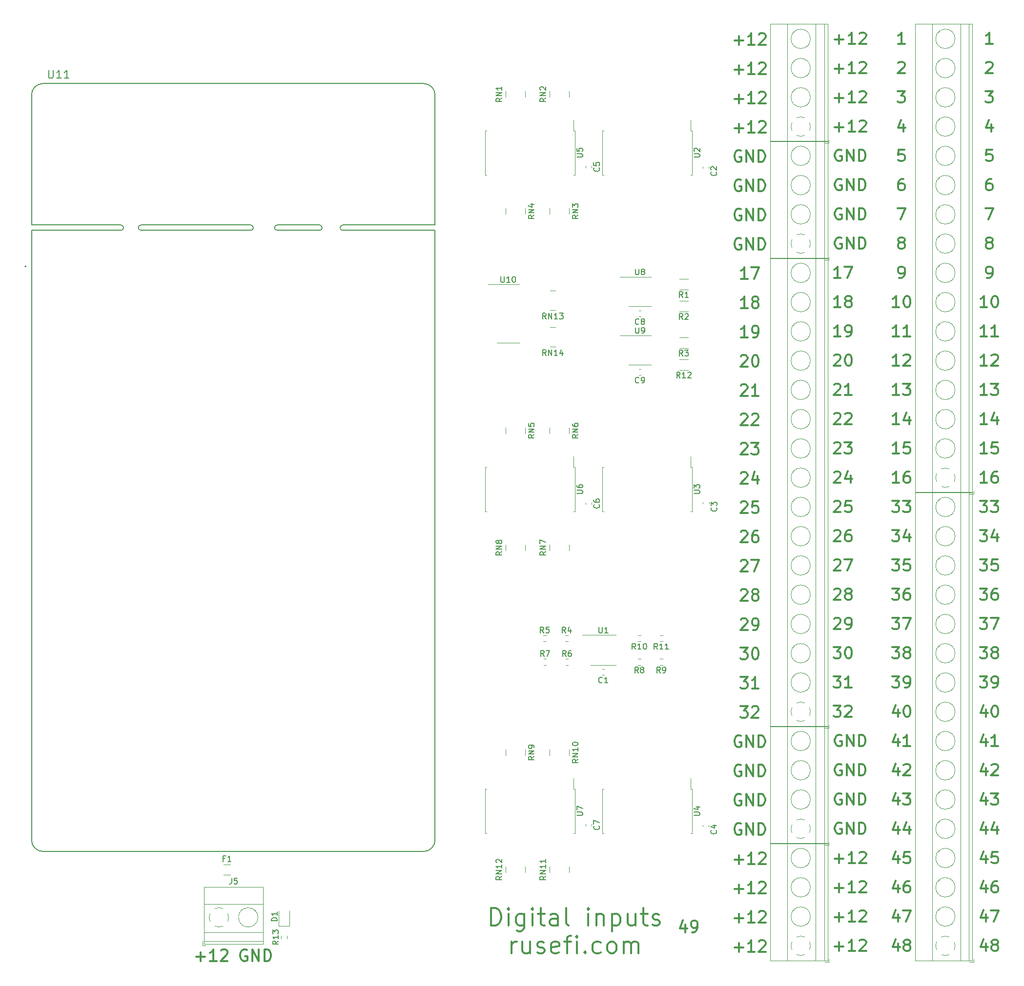
<source format=gbr>
%TF.GenerationSoftware,KiCad,Pcbnew,(5.99.0-10483-ga6ad7a4a70)*%
%TF.CreationDate,2021-07-25T14:43:05+03:00*%
%TF.ProjectId,digital_inputs,64696769-7461-46c5-9f69-6e707574732e,rev?*%
%TF.SameCoordinates,Original*%
%TF.FileFunction,Legend,Top*%
%TF.FilePolarity,Positive*%
%FSLAX46Y46*%
G04 Gerber Fmt 4.6, Leading zero omitted, Abs format (unit mm)*
G04 Created by KiCad (PCBNEW (5.99.0-10483-ga6ad7a4a70)) date 2021-07-25 14:43:05*
%MOMM*%
%LPD*%
G01*
G04 APERTURE LIST*
%ADD10C,0.300000*%
%ADD11C,0.150000*%
%ADD12C,0.120000*%
%ADD13C,0.127000*%
%ADD14C,0.200000*%
G04 APERTURE END LIST*
D10*
X274986190Y-70620000D02*
X274795714Y-70524761D01*
X274510000Y-70524761D01*
X274224285Y-70620000D01*
X274033809Y-70810476D01*
X273938571Y-71000952D01*
X273843333Y-71381904D01*
X273843333Y-71667619D01*
X273938571Y-72048571D01*
X274033809Y-72239047D01*
X274224285Y-72429523D01*
X274510000Y-72524761D01*
X274700476Y-72524761D01*
X274986190Y-72429523D01*
X275081428Y-72334285D01*
X275081428Y-71667619D01*
X274700476Y-71667619D01*
X275938571Y-72524761D02*
X275938571Y-70524761D01*
X277081428Y-72524761D01*
X277081428Y-70524761D01*
X278033809Y-72524761D02*
X278033809Y-70524761D01*
X278510000Y-70524761D01*
X278795714Y-70620000D01*
X278986190Y-70810476D01*
X279081428Y-71000952D01*
X279176666Y-71381904D01*
X279176666Y-71667619D01*
X279081428Y-72048571D01*
X278986190Y-72239047D01*
X278795714Y-72429523D01*
X278510000Y-72524761D01*
X278033809Y-72524761D01*
X285019047Y-97924761D02*
X283876190Y-97924761D01*
X284447619Y-97924761D02*
X284447619Y-95924761D01*
X284257142Y-96210476D01*
X284066666Y-96400952D01*
X283876190Y-96496190D01*
X286257142Y-95924761D02*
X286447619Y-95924761D01*
X286638095Y-96020000D01*
X286733333Y-96115238D01*
X286828571Y-96305714D01*
X286923809Y-96686666D01*
X286923809Y-97162857D01*
X286828571Y-97543809D01*
X286733333Y-97734285D01*
X286638095Y-97829523D01*
X286447619Y-97924761D01*
X286257142Y-97924761D01*
X286066666Y-97829523D01*
X285971428Y-97734285D01*
X285876190Y-97543809D01*
X285780952Y-97162857D01*
X285780952Y-96686666D01*
X285876190Y-96305714D01*
X285971428Y-96115238D01*
X286066666Y-96020000D01*
X286257142Y-95924761D01*
X284828571Y-182951428D02*
X284828571Y-184284761D01*
X284352380Y-182189523D02*
X283876190Y-183618095D01*
X285114285Y-183618095D01*
X285685714Y-182284761D02*
X286923809Y-182284761D01*
X286257142Y-183046666D01*
X286542857Y-183046666D01*
X286733333Y-183141904D01*
X286828571Y-183237142D01*
X286923809Y-183427619D01*
X286923809Y-183903809D01*
X286828571Y-184094285D01*
X286733333Y-184189523D01*
X286542857Y-184284761D01*
X285971428Y-184284761D01*
X285780952Y-184189523D01*
X285685714Y-184094285D01*
X285019047Y-108084761D02*
X283876190Y-108084761D01*
X284447619Y-108084761D02*
X284447619Y-106084761D01*
X284257142Y-106370476D01*
X284066666Y-106560952D01*
X283876190Y-106656190D01*
X285780952Y-106275238D02*
X285876190Y-106180000D01*
X286066666Y-106084761D01*
X286542857Y-106084761D01*
X286733333Y-106180000D01*
X286828571Y-106275238D01*
X286923809Y-106465714D01*
X286923809Y-106656190D01*
X286828571Y-106941904D01*
X285685714Y-108084761D01*
X286923809Y-108084761D01*
X301020952Y-66111428D02*
X301020952Y-67444761D01*
X300544761Y-65349523D02*
X300068571Y-66778095D01*
X301306666Y-66778095D01*
X257556190Y-152130238D02*
X257651428Y-152035000D01*
X257841904Y-151939761D01*
X258318095Y-151939761D01*
X258508571Y-152035000D01*
X258603809Y-152130238D01*
X258699047Y-152320714D01*
X258699047Y-152511190D01*
X258603809Y-152796904D01*
X257460952Y-153939761D01*
X258699047Y-153939761D01*
X259651428Y-153939761D02*
X260032380Y-153939761D01*
X260222857Y-153844523D01*
X260318095Y-153749285D01*
X260508571Y-153463571D01*
X260603809Y-153082619D01*
X260603809Y-152320714D01*
X260508571Y-152130238D01*
X260413333Y-152035000D01*
X260222857Y-151939761D01*
X259841904Y-151939761D01*
X259651428Y-152035000D01*
X259556190Y-152130238D01*
X259460952Y-152320714D01*
X259460952Y-152796904D01*
X259556190Y-152987380D01*
X259651428Y-153082619D01*
X259841904Y-153177857D01*
X260222857Y-153177857D01*
X260413333Y-153082619D01*
X260508571Y-152987380D01*
X260603809Y-152796904D01*
X273716190Y-111355238D02*
X273811428Y-111260000D01*
X274001904Y-111164761D01*
X274478095Y-111164761D01*
X274668571Y-111260000D01*
X274763809Y-111355238D01*
X274859047Y-111545714D01*
X274859047Y-111736190D01*
X274763809Y-112021904D01*
X273620952Y-113164761D01*
X274859047Y-113164761D01*
X276763809Y-113164761D02*
X275620952Y-113164761D01*
X276192380Y-113164761D02*
X276192380Y-111164761D01*
X276001904Y-111450476D01*
X275811428Y-111640952D01*
X275620952Y-111736190D01*
X285209523Y-86621904D02*
X285019047Y-86526666D01*
X284923809Y-86431428D01*
X284828571Y-86240952D01*
X284828571Y-86145714D01*
X284923809Y-85955238D01*
X285019047Y-85860000D01*
X285209523Y-85764761D01*
X285590476Y-85764761D01*
X285780952Y-85860000D01*
X285876190Y-85955238D01*
X285971428Y-86145714D01*
X285971428Y-86240952D01*
X285876190Y-86431428D01*
X285780952Y-86526666D01*
X285590476Y-86621904D01*
X285209523Y-86621904D01*
X285019047Y-86717142D01*
X284923809Y-86812380D01*
X284828571Y-87002857D01*
X284828571Y-87383809D01*
X284923809Y-87574285D01*
X285019047Y-87669523D01*
X285209523Y-87764761D01*
X285590476Y-87764761D01*
X285780952Y-87669523D01*
X285876190Y-87574285D01*
X285971428Y-87383809D01*
X285971428Y-87002857D01*
X285876190Y-86812380D01*
X285780952Y-86717142D01*
X285590476Y-86621904D01*
X284828571Y-198191428D02*
X284828571Y-199524761D01*
X284352380Y-197429523D02*
X283876190Y-198858095D01*
X285114285Y-198858095D01*
X286733333Y-197524761D02*
X286352380Y-197524761D01*
X286161904Y-197620000D01*
X286066666Y-197715238D01*
X285876190Y-198000952D01*
X285780952Y-198381904D01*
X285780952Y-199143809D01*
X285876190Y-199334285D01*
X285971428Y-199429523D01*
X286161904Y-199524761D01*
X286542857Y-199524761D01*
X286733333Y-199429523D01*
X286828571Y-199334285D01*
X286923809Y-199143809D01*
X286923809Y-198667619D01*
X286828571Y-198477142D01*
X286733333Y-198381904D01*
X286542857Y-198286666D01*
X286161904Y-198286666D01*
X285971428Y-198381904D01*
X285876190Y-198477142D01*
X285780952Y-198667619D01*
X300068571Y-198191428D02*
X300068571Y-199524761D01*
X299592380Y-197429523D02*
X299116190Y-198858095D01*
X300354285Y-198858095D01*
X301973333Y-197524761D02*
X301592380Y-197524761D01*
X301401904Y-197620000D01*
X301306666Y-197715238D01*
X301116190Y-198000952D01*
X301020952Y-198381904D01*
X301020952Y-199143809D01*
X301116190Y-199334285D01*
X301211428Y-199429523D01*
X301401904Y-199524761D01*
X301782857Y-199524761D01*
X301973333Y-199429523D01*
X302068571Y-199334285D01*
X302163809Y-199143809D01*
X302163809Y-198667619D01*
X302068571Y-198477142D01*
X301973333Y-198381904D01*
X301782857Y-198286666D01*
X301401904Y-198286666D01*
X301211428Y-198381904D01*
X301116190Y-198477142D01*
X301020952Y-198667619D01*
X257556190Y-131810238D02*
X257651428Y-131715000D01*
X257841904Y-131619761D01*
X258318095Y-131619761D01*
X258508571Y-131715000D01*
X258603809Y-131810238D01*
X258699047Y-132000714D01*
X258699047Y-132191190D01*
X258603809Y-132476904D01*
X257460952Y-133619761D01*
X258699047Y-133619761D01*
X260508571Y-131619761D02*
X259556190Y-131619761D01*
X259460952Y-132572142D01*
X259556190Y-132476904D01*
X259746666Y-132381666D01*
X260222857Y-132381666D01*
X260413333Y-132476904D01*
X260508571Y-132572142D01*
X260603809Y-132762619D01*
X260603809Y-133238809D01*
X260508571Y-133429285D01*
X260413333Y-133524523D01*
X260222857Y-133619761D01*
X259746666Y-133619761D01*
X259556190Y-133524523D01*
X259460952Y-133429285D01*
X300259047Y-113164761D02*
X299116190Y-113164761D01*
X299687619Y-113164761D02*
X299687619Y-111164761D01*
X299497142Y-111450476D01*
X299306666Y-111640952D01*
X299116190Y-111736190D01*
X300925714Y-111164761D02*
X302163809Y-111164761D01*
X301497142Y-111926666D01*
X301782857Y-111926666D01*
X301973333Y-112021904D01*
X302068571Y-112117142D01*
X302163809Y-112307619D01*
X302163809Y-112783809D01*
X302068571Y-112974285D01*
X301973333Y-113069523D01*
X301782857Y-113164761D01*
X301211428Y-113164761D01*
X301020952Y-113069523D01*
X300925714Y-112974285D01*
X273843333Y-203842857D02*
X275367142Y-203842857D01*
X274605238Y-204604761D02*
X274605238Y-203080952D01*
X277367142Y-204604761D02*
X276224285Y-204604761D01*
X276795714Y-204604761D02*
X276795714Y-202604761D01*
X276605238Y-202890476D01*
X276414761Y-203080952D01*
X276224285Y-203176190D01*
X278129047Y-202795238D02*
X278224285Y-202700000D01*
X278414761Y-202604761D01*
X278890952Y-202604761D01*
X279081428Y-202700000D01*
X279176666Y-202795238D01*
X279271904Y-202985714D01*
X279271904Y-203176190D01*
X279176666Y-203461904D01*
X278033809Y-204604761D01*
X279271904Y-204604761D01*
X163073333Y-210657857D02*
X164597142Y-210657857D01*
X163835238Y-211419761D02*
X163835238Y-209895952D01*
X166597142Y-211419761D02*
X165454285Y-211419761D01*
X166025714Y-211419761D02*
X166025714Y-209419761D01*
X165835238Y-209705476D01*
X165644761Y-209895952D01*
X165454285Y-209991190D01*
X167359047Y-209610238D02*
X167454285Y-209515000D01*
X167644761Y-209419761D01*
X168120952Y-209419761D01*
X168311428Y-209515000D01*
X168406666Y-209610238D01*
X168501904Y-209800714D01*
X168501904Y-209991190D01*
X168406666Y-210276904D01*
X167263809Y-211419761D01*
X168501904Y-211419761D01*
X300259047Y-128404761D02*
X299116190Y-128404761D01*
X299687619Y-128404761D02*
X299687619Y-126404761D01*
X299497142Y-126690476D01*
X299306666Y-126880952D01*
X299116190Y-126976190D01*
X301973333Y-126404761D02*
X301592380Y-126404761D01*
X301401904Y-126500000D01*
X301306666Y-126595238D01*
X301116190Y-126880952D01*
X301020952Y-127261904D01*
X301020952Y-128023809D01*
X301116190Y-128214285D01*
X301211428Y-128309523D01*
X301401904Y-128404761D01*
X301782857Y-128404761D01*
X301973333Y-128309523D01*
X302068571Y-128214285D01*
X302163809Y-128023809D01*
X302163809Y-127547619D01*
X302068571Y-127357142D01*
X301973333Y-127261904D01*
X301782857Y-127166666D01*
X301401904Y-127166666D01*
X301211428Y-127261904D01*
X301116190Y-127357142D01*
X301020952Y-127547619D01*
X273716190Y-136755238D02*
X273811428Y-136660000D01*
X274001904Y-136564761D01*
X274478095Y-136564761D01*
X274668571Y-136660000D01*
X274763809Y-136755238D01*
X274859047Y-136945714D01*
X274859047Y-137136190D01*
X274763809Y-137421904D01*
X273620952Y-138564761D01*
X274859047Y-138564761D01*
X276573333Y-136564761D02*
X276192380Y-136564761D01*
X276001904Y-136660000D01*
X275906666Y-136755238D01*
X275716190Y-137040952D01*
X275620952Y-137421904D01*
X275620952Y-138183809D01*
X275716190Y-138374285D01*
X275811428Y-138469523D01*
X276001904Y-138564761D01*
X276382857Y-138564761D01*
X276573333Y-138469523D01*
X276668571Y-138374285D01*
X276763809Y-138183809D01*
X276763809Y-137707619D01*
X276668571Y-137517142D01*
X276573333Y-137421904D01*
X276382857Y-137326666D01*
X276001904Y-137326666D01*
X275811428Y-137421904D01*
X275716190Y-137517142D01*
X275620952Y-137707619D01*
X257556190Y-187595000D02*
X257365714Y-187499761D01*
X257080000Y-187499761D01*
X256794285Y-187595000D01*
X256603809Y-187785476D01*
X256508571Y-187975952D01*
X256413333Y-188356904D01*
X256413333Y-188642619D01*
X256508571Y-189023571D01*
X256603809Y-189214047D01*
X256794285Y-189404523D01*
X257080000Y-189499761D01*
X257270476Y-189499761D01*
X257556190Y-189404523D01*
X257651428Y-189309285D01*
X257651428Y-188642619D01*
X257270476Y-188642619D01*
X258508571Y-189499761D02*
X258508571Y-187499761D01*
X259651428Y-189499761D01*
X259651428Y-187499761D01*
X260603809Y-189499761D02*
X260603809Y-187499761D01*
X261080000Y-187499761D01*
X261365714Y-187595000D01*
X261556190Y-187785476D01*
X261651428Y-187975952D01*
X261746666Y-188356904D01*
X261746666Y-188642619D01*
X261651428Y-189023571D01*
X261556190Y-189214047D01*
X261365714Y-189404523D01*
X261080000Y-189499761D01*
X260603809Y-189499761D01*
X283780952Y-156884761D02*
X285019047Y-156884761D01*
X284352380Y-157646666D01*
X284638095Y-157646666D01*
X284828571Y-157741904D01*
X284923809Y-157837142D01*
X285019047Y-158027619D01*
X285019047Y-158503809D01*
X284923809Y-158694285D01*
X284828571Y-158789523D01*
X284638095Y-158884761D01*
X284066666Y-158884761D01*
X283876190Y-158789523D01*
X283780952Y-158694285D01*
X286161904Y-157741904D02*
X285971428Y-157646666D01*
X285876190Y-157551428D01*
X285780952Y-157360952D01*
X285780952Y-157265714D01*
X285876190Y-157075238D01*
X285971428Y-156980000D01*
X286161904Y-156884761D01*
X286542857Y-156884761D01*
X286733333Y-156980000D01*
X286828571Y-157075238D01*
X286923809Y-157265714D01*
X286923809Y-157360952D01*
X286828571Y-157551428D01*
X286733333Y-157646666D01*
X286542857Y-157741904D01*
X286161904Y-157741904D01*
X285971428Y-157837142D01*
X285876190Y-157932380D01*
X285780952Y-158122857D01*
X285780952Y-158503809D01*
X285876190Y-158694285D01*
X285971428Y-158789523D01*
X286161904Y-158884761D01*
X286542857Y-158884761D01*
X286733333Y-158789523D01*
X286828571Y-158694285D01*
X286923809Y-158503809D01*
X286923809Y-158122857D01*
X286828571Y-157932380D01*
X286733333Y-157837142D01*
X286542857Y-157741904D01*
X300068571Y-193111428D02*
X300068571Y-194444761D01*
X299592380Y-192349523D02*
X299116190Y-193778095D01*
X300354285Y-193778095D01*
X302068571Y-192444761D02*
X301116190Y-192444761D01*
X301020952Y-193397142D01*
X301116190Y-193301904D01*
X301306666Y-193206666D01*
X301782857Y-193206666D01*
X301973333Y-193301904D01*
X302068571Y-193397142D01*
X302163809Y-193587619D01*
X302163809Y-194063809D01*
X302068571Y-194254285D01*
X301973333Y-194349523D01*
X301782857Y-194444761D01*
X301306666Y-194444761D01*
X301116190Y-194349523D01*
X301020952Y-194254285D01*
X257556190Y-172355000D02*
X257365714Y-172259761D01*
X257080000Y-172259761D01*
X256794285Y-172355000D01*
X256603809Y-172545476D01*
X256508571Y-172735952D01*
X256413333Y-173116904D01*
X256413333Y-173402619D01*
X256508571Y-173783571D01*
X256603809Y-173974047D01*
X256794285Y-174164523D01*
X257080000Y-174259761D01*
X257270476Y-174259761D01*
X257556190Y-174164523D01*
X257651428Y-174069285D01*
X257651428Y-173402619D01*
X257270476Y-173402619D01*
X258508571Y-174259761D02*
X258508571Y-172259761D01*
X259651428Y-174259761D01*
X259651428Y-172259761D01*
X260603809Y-174259761D02*
X260603809Y-172259761D01*
X261080000Y-172259761D01*
X261365714Y-172355000D01*
X261556190Y-172545476D01*
X261651428Y-172735952D01*
X261746666Y-173116904D01*
X261746666Y-173402619D01*
X261651428Y-173783571D01*
X261556190Y-173974047D01*
X261365714Y-174164523D01*
X261080000Y-174259761D01*
X260603809Y-174259761D01*
X273716190Y-151995238D02*
X273811428Y-151900000D01*
X274001904Y-151804761D01*
X274478095Y-151804761D01*
X274668571Y-151900000D01*
X274763809Y-151995238D01*
X274859047Y-152185714D01*
X274859047Y-152376190D01*
X274763809Y-152661904D01*
X273620952Y-153804761D01*
X274859047Y-153804761D01*
X275811428Y-153804761D02*
X276192380Y-153804761D01*
X276382857Y-153709523D01*
X276478095Y-153614285D01*
X276668571Y-153328571D01*
X276763809Y-152947619D01*
X276763809Y-152185714D01*
X276668571Y-151995238D01*
X276573333Y-151900000D01*
X276382857Y-151804761D01*
X276001904Y-151804761D01*
X275811428Y-151900000D01*
X275716190Y-151995238D01*
X275620952Y-152185714D01*
X275620952Y-152661904D01*
X275716190Y-152852380D01*
X275811428Y-152947619D01*
X276001904Y-153042857D01*
X276382857Y-153042857D01*
X276573333Y-152947619D01*
X276668571Y-152852380D01*
X276763809Y-152661904D01*
X300259047Y-103004761D02*
X299116190Y-103004761D01*
X299687619Y-103004761D02*
X299687619Y-101004761D01*
X299497142Y-101290476D01*
X299306666Y-101480952D01*
X299116190Y-101576190D01*
X302163809Y-103004761D02*
X301020952Y-103004761D01*
X301592380Y-103004761D02*
X301592380Y-101004761D01*
X301401904Y-101290476D01*
X301211428Y-101480952D01*
X301020952Y-101576190D01*
X283780952Y-131484761D02*
X285019047Y-131484761D01*
X284352380Y-132246666D01*
X284638095Y-132246666D01*
X284828571Y-132341904D01*
X284923809Y-132437142D01*
X285019047Y-132627619D01*
X285019047Y-133103809D01*
X284923809Y-133294285D01*
X284828571Y-133389523D01*
X284638095Y-133484761D01*
X284066666Y-133484761D01*
X283876190Y-133389523D01*
X283780952Y-133294285D01*
X285685714Y-131484761D02*
X286923809Y-131484761D01*
X286257142Y-132246666D01*
X286542857Y-132246666D01*
X286733333Y-132341904D01*
X286828571Y-132437142D01*
X286923809Y-132627619D01*
X286923809Y-133103809D01*
X286828571Y-133294285D01*
X286733333Y-133389523D01*
X286542857Y-133484761D01*
X285971428Y-133484761D01*
X285780952Y-133389523D01*
X285685714Y-133294285D01*
X300259047Y-123324761D02*
X299116190Y-123324761D01*
X299687619Y-123324761D02*
X299687619Y-121324761D01*
X299497142Y-121610476D01*
X299306666Y-121800952D01*
X299116190Y-121896190D01*
X302068571Y-121324761D02*
X301116190Y-121324761D01*
X301020952Y-122277142D01*
X301116190Y-122181904D01*
X301306666Y-122086666D01*
X301782857Y-122086666D01*
X301973333Y-122181904D01*
X302068571Y-122277142D01*
X302163809Y-122467619D01*
X302163809Y-122943809D01*
X302068571Y-123134285D01*
X301973333Y-123229523D01*
X301782857Y-123324761D01*
X301306666Y-123324761D01*
X301116190Y-123229523D01*
X301020952Y-123134285D01*
X285876190Y-70524761D02*
X284923809Y-70524761D01*
X284828571Y-71477142D01*
X284923809Y-71381904D01*
X285114285Y-71286666D01*
X285590476Y-71286666D01*
X285780952Y-71381904D01*
X285876190Y-71477142D01*
X285971428Y-71667619D01*
X285971428Y-72143809D01*
X285876190Y-72334285D01*
X285780952Y-72429523D01*
X285590476Y-72524761D01*
X285114285Y-72524761D01*
X284923809Y-72429523D01*
X284828571Y-72334285D01*
X273843333Y-208922857D02*
X275367142Y-208922857D01*
X274605238Y-209684761D02*
X274605238Y-208160952D01*
X277367142Y-209684761D02*
X276224285Y-209684761D01*
X276795714Y-209684761D02*
X276795714Y-207684761D01*
X276605238Y-207970476D01*
X276414761Y-208160952D01*
X276224285Y-208256190D01*
X278129047Y-207875238D02*
X278224285Y-207780000D01*
X278414761Y-207684761D01*
X278890952Y-207684761D01*
X279081428Y-207780000D01*
X279176666Y-207875238D01*
X279271904Y-208065714D01*
X279271904Y-208256190D01*
X279176666Y-208541904D01*
X278033809Y-209684761D01*
X279271904Y-209684761D01*
X300259047Y-92844761D02*
X300640000Y-92844761D01*
X300830476Y-92749523D01*
X300925714Y-92654285D01*
X301116190Y-92368571D01*
X301211428Y-91987619D01*
X301211428Y-91225714D01*
X301116190Y-91035238D01*
X301020952Y-90940000D01*
X300830476Y-90844761D01*
X300449523Y-90844761D01*
X300259047Y-90940000D01*
X300163809Y-91035238D01*
X300068571Y-91225714D01*
X300068571Y-91701904D01*
X300163809Y-91892380D01*
X300259047Y-91987619D01*
X300449523Y-92082857D01*
X300830476Y-92082857D01*
X301020952Y-91987619D01*
X301116190Y-91892380D01*
X301211428Y-91701904D01*
X273716190Y-131675238D02*
X273811428Y-131580000D01*
X274001904Y-131484761D01*
X274478095Y-131484761D01*
X274668571Y-131580000D01*
X274763809Y-131675238D01*
X274859047Y-131865714D01*
X274859047Y-132056190D01*
X274763809Y-132341904D01*
X273620952Y-133484761D01*
X274859047Y-133484761D01*
X276668571Y-131484761D02*
X275716190Y-131484761D01*
X275620952Y-132437142D01*
X275716190Y-132341904D01*
X275906666Y-132246666D01*
X276382857Y-132246666D01*
X276573333Y-132341904D01*
X276668571Y-132437142D01*
X276763809Y-132627619D01*
X276763809Y-133103809D01*
X276668571Y-133294285D01*
X276573333Y-133389523D01*
X276382857Y-133484761D01*
X275906666Y-133484761D01*
X275716190Y-133389523D01*
X275620952Y-133294285D01*
X300449523Y-86621904D02*
X300259047Y-86526666D01*
X300163809Y-86431428D01*
X300068571Y-86240952D01*
X300068571Y-86145714D01*
X300163809Y-85955238D01*
X300259047Y-85860000D01*
X300449523Y-85764761D01*
X300830476Y-85764761D01*
X301020952Y-85860000D01*
X301116190Y-85955238D01*
X301211428Y-86145714D01*
X301211428Y-86240952D01*
X301116190Y-86431428D01*
X301020952Y-86526666D01*
X300830476Y-86621904D01*
X300449523Y-86621904D01*
X300259047Y-86717142D01*
X300163809Y-86812380D01*
X300068571Y-87002857D01*
X300068571Y-87383809D01*
X300163809Y-87574285D01*
X300259047Y-87669523D01*
X300449523Y-87764761D01*
X300830476Y-87764761D01*
X301020952Y-87669523D01*
X301116190Y-87574285D01*
X301211428Y-87383809D01*
X301211428Y-87002857D01*
X301116190Y-86812380D01*
X301020952Y-86717142D01*
X300830476Y-86621904D01*
X274986190Y-75700000D02*
X274795714Y-75604761D01*
X274510000Y-75604761D01*
X274224285Y-75700000D01*
X274033809Y-75890476D01*
X273938571Y-76080952D01*
X273843333Y-76461904D01*
X273843333Y-76747619D01*
X273938571Y-77128571D01*
X274033809Y-77319047D01*
X274224285Y-77509523D01*
X274510000Y-77604761D01*
X274700476Y-77604761D01*
X274986190Y-77509523D01*
X275081428Y-77414285D01*
X275081428Y-76747619D01*
X274700476Y-76747619D01*
X275938571Y-77604761D02*
X275938571Y-75604761D01*
X277081428Y-77604761D01*
X277081428Y-75604761D01*
X278033809Y-77604761D02*
X278033809Y-75604761D01*
X278510000Y-75604761D01*
X278795714Y-75700000D01*
X278986190Y-75890476D01*
X279081428Y-76080952D01*
X279176666Y-76461904D01*
X279176666Y-76747619D01*
X279081428Y-77128571D01*
X278986190Y-77319047D01*
X278795714Y-77509523D01*
X278510000Y-77604761D01*
X278033809Y-77604761D01*
X256413333Y-51577857D02*
X257937142Y-51577857D01*
X257175238Y-52339761D02*
X257175238Y-50815952D01*
X259937142Y-52339761D02*
X258794285Y-52339761D01*
X259365714Y-52339761D02*
X259365714Y-50339761D01*
X259175238Y-50625476D01*
X258984761Y-50815952D01*
X258794285Y-50911190D01*
X260699047Y-50530238D02*
X260794285Y-50435000D01*
X260984761Y-50339761D01*
X261460952Y-50339761D01*
X261651428Y-50435000D01*
X261746666Y-50530238D01*
X261841904Y-50720714D01*
X261841904Y-50911190D01*
X261746666Y-51196904D01*
X260603809Y-52339761D01*
X261841904Y-52339761D01*
X301020952Y-75604761D02*
X300640000Y-75604761D01*
X300449523Y-75700000D01*
X300354285Y-75795238D01*
X300163809Y-76080952D01*
X300068571Y-76461904D01*
X300068571Y-77223809D01*
X300163809Y-77414285D01*
X300259047Y-77509523D01*
X300449523Y-77604761D01*
X300830476Y-77604761D01*
X301020952Y-77509523D01*
X301116190Y-77414285D01*
X301211428Y-77223809D01*
X301211428Y-76747619D01*
X301116190Y-76557142D01*
X301020952Y-76461904D01*
X300830476Y-76366666D01*
X300449523Y-76366666D01*
X300259047Y-76461904D01*
X300163809Y-76557142D01*
X300068571Y-76747619D01*
X285780952Y-75604761D02*
X285400000Y-75604761D01*
X285209523Y-75700000D01*
X285114285Y-75795238D01*
X284923809Y-76080952D01*
X284828571Y-76461904D01*
X284828571Y-77223809D01*
X284923809Y-77414285D01*
X285019047Y-77509523D01*
X285209523Y-77604761D01*
X285590476Y-77604761D01*
X285780952Y-77509523D01*
X285876190Y-77414285D01*
X285971428Y-77223809D01*
X285971428Y-76747619D01*
X285876190Y-76557142D01*
X285780952Y-76461904D01*
X285590476Y-76366666D01*
X285209523Y-76366666D01*
X285019047Y-76461904D01*
X284923809Y-76557142D01*
X284828571Y-76747619D01*
X299020952Y-161964761D02*
X300259047Y-161964761D01*
X299592380Y-162726666D01*
X299878095Y-162726666D01*
X300068571Y-162821904D01*
X300163809Y-162917142D01*
X300259047Y-163107619D01*
X300259047Y-163583809D01*
X300163809Y-163774285D01*
X300068571Y-163869523D01*
X299878095Y-163964761D01*
X299306666Y-163964761D01*
X299116190Y-163869523D01*
X299020952Y-163774285D01*
X301211428Y-163964761D02*
X301592380Y-163964761D01*
X301782857Y-163869523D01*
X301878095Y-163774285D01*
X302068571Y-163488571D01*
X302163809Y-163107619D01*
X302163809Y-162345714D01*
X302068571Y-162155238D01*
X301973333Y-162060000D01*
X301782857Y-161964761D01*
X301401904Y-161964761D01*
X301211428Y-162060000D01*
X301116190Y-162155238D01*
X301020952Y-162345714D01*
X301020952Y-162821904D01*
X301116190Y-163012380D01*
X301211428Y-163107619D01*
X301401904Y-163202857D01*
X301782857Y-163202857D01*
X301973333Y-163107619D01*
X302068571Y-163012380D01*
X302163809Y-162821904D01*
X274986190Y-187460000D02*
X274795714Y-187364761D01*
X274510000Y-187364761D01*
X274224285Y-187460000D01*
X274033809Y-187650476D01*
X273938571Y-187840952D01*
X273843333Y-188221904D01*
X273843333Y-188507619D01*
X273938571Y-188888571D01*
X274033809Y-189079047D01*
X274224285Y-189269523D01*
X274510000Y-189364761D01*
X274700476Y-189364761D01*
X274986190Y-189269523D01*
X275081428Y-189174285D01*
X275081428Y-188507619D01*
X274700476Y-188507619D01*
X275938571Y-189364761D02*
X275938571Y-187364761D01*
X277081428Y-189364761D01*
X277081428Y-187364761D01*
X278033809Y-189364761D02*
X278033809Y-187364761D01*
X278510000Y-187364761D01*
X278795714Y-187460000D01*
X278986190Y-187650476D01*
X279081428Y-187840952D01*
X279176666Y-188221904D01*
X279176666Y-188507619D01*
X279081428Y-188888571D01*
X278986190Y-189079047D01*
X278795714Y-189269523D01*
X278510000Y-189364761D01*
X278033809Y-189364761D01*
X299020952Y-151804761D02*
X300259047Y-151804761D01*
X299592380Y-152566666D01*
X299878095Y-152566666D01*
X300068571Y-152661904D01*
X300163809Y-152757142D01*
X300259047Y-152947619D01*
X300259047Y-153423809D01*
X300163809Y-153614285D01*
X300068571Y-153709523D01*
X299878095Y-153804761D01*
X299306666Y-153804761D01*
X299116190Y-153709523D01*
X299020952Y-153614285D01*
X300925714Y-151804761D02*
X302259047Y-151804761D01*
X301401904Y-153804761D01*
X273716190Y-121515238D02*
X273811428Y-121420000D01*
X274001904Y-121324761D01*
X274478095Y-121324761D01*
X274668571Y-121420000D01*
X274763809Y-121515238D01*
X274859047Y-121705714D01*
X274859047Y-121896190D01*
X274763809Y-122181904D01*
X273620952Y-123324761D01*
X274859047Y-123324761D01*
X275525714Y-121324761D02*
X276763809Y-121324761D01*
X276097142Y-122086666D01*
X276382857Y-122086666D01*
X276573333Y-122181904D01*
X276668571Y-122277142D01*
X276763809Y-122467619D01*
X276763809Y-122943809D01*
X276668571Y-123134285D01*
X276573333Y-123229523D01*
X276382857Y-123324761D01*
X275811428Y-123324761D01*
X275620952Y-123229523D01*
X275525714Y-123134285D01*
X283780952Y-141644761D02*
X285019047Y-141644761D01*
X284352380Y-142406666D01*
X284638095Y-142406666D01*
X284828571Y-142501904D01*
X284923809Y-142597142D01*
X285019047Y-142787619D01*
X285019047Y-143263809D01*
X284923809Y-143454285D01*
X284828571Y-143549523D01*
X284638095Y-143644761D01*
X284066666Y-143644761D01*
X283876190Y-143549523D01*
X283780952Y-143454285D01*
X286828571Y-141644761D02*
X285876190Y-141644761D01*
X285780952Y-142597142D01*
X285876190Y-142501904D01*
X286066666Y-142406666D01*
X286542857Y-142406666D01*
X286733333Y-142501904D01*
X286828571Y-142597142D01*
X286923809Y-142787619D01*
X286923809Y-143263809D01*
X286828571Y-143454285D01*
X286733333Y-143549523D01*
X286542857Y-143644761D01*
X286066666Y-143644761D01*
X285876190Y-143549523D01*
X285780952Y-143454285D01*
X257460952Y-157019761D02*
X258699047Y-157019761D01*
X258032380Y-157781666D01*
X258318095Y-157781666D01*
X258508571Y-157876904D01*
X258603809Y-157972142D01*
X258699047Y-158162619D01*
X258699047Y-158638809D01*
X258603809Y-158829285D01*
X258508571Y-158924523D01*
X258318095Y-159019761D01*
X257746666Y-159019761D01*
X257556190Y-158924523D01*
X257460952Y-158829285D01*
X259937142Y-157019761D02*
X260127619Y-157019761D01*
X260318095Y-157115000D01*
X260413333Y-157210238D01*
X260508571Y-157400714D01*
X260603809Y-157781666D01*
X260603809Y-158257857D01*
X260508571Y-158638809D01*
X260413333Y-158829285D01*
X260318095Y-158924523D01*
X260127619Y-159019761D01*
X259937142Y-159019761D01*
X259746666Y-158924523D01*
X259651428Y-158829285D01*
X259556190Y-158638809D01*
X259460952Y-158257857D01*
X259460952Y-157781666D01*
X259556190Y-157400714D01*
X259651428Y-157210238D01*
X259746666Y-157115000D01*
X259937142Y-157019761D01*
X273620952Y-161964761D02*
X274859047Y-161964761D01*
X274192380Y-162726666D01*
X274478095Y-162726666D01*
X274668571Y-162821904D01*
X274763809Y-162917142D01*
X274859047Y-163107619D01*
X274859047Y-163583809D01*
X274763809Y-163774285D01*
X274668571Y-163869523D01*
X274478095Y-163964761D01*
X273906666Y-163964761D01*
X273716190Y-163869523D01*
X273620952Y-163774285D01*
X276763809Y-163964761D02*
X275620952Y-163964761D01*
X276192380Y-163964761D02*
X276192380Y-161964761D01*
X276001904Y-162250476D01*
X275811428Y-162440952D01*
X275620952Y-162536190D01*
X283780952Y-161964761D02*
X285019047Y-161964761D01*
X284352380Y-162726666D01*
X284638095Y-162726666D01*
X284828571Y-162821904D01*
X284923809Y-162917142D01*
X285019047Y-163107619D01*
X285019047Y-163583809D01*
X284923809Y-163774285D01*
X284828571Y-163869523D01*
X284638095Y-163964761D01*
X284066666Y-163964761D01*
X283876190Y-163869523D01*
X283780952Y-163774285D01*
X285971428Y-163964761D02*
X286352380Y-163964761D01*
X286542857Y-163869523D01*
X286638095Y-163774285D01*
X286828571Y-163488571D01*
X286923809Y-163107619D01*
X286923809Y-162345714D01*
X286828571Y-162155238D01*
X286733333Y-162060000D01*
X286542857Y-161964761D01*
X286161904Y-161964761D01*
X285971428Y-162060000D01*
X285876190Y-162155238D01*
X285780952Y-162345714D01*
X285780952Y-162821904D01*
X285876190Y-163012380D01*
X285971428Y-163107619D01*
X286161904Y-163202857D01*
X286542857Y-163202857D01*
X286733333Y-163107619D01*
X286828571Y-163012380D01*
X286923809Y-162821904D01*
X273716190Y-106275238D02*
X273811428Y-106180000D01*
X274001904Y-106084761D01*
X274478095Y-106084761D01*
X274668571Y-106180000D01*
X274763809Y-106275238D01*
X274859047Y-106465714D01*
X274859047Y-106656190D01*
X274763809Y-106941904D01*
X273620952Y-108084761D01*
X274859047Y-108084761D01*
X276097142Y-106084761D02*
X276287619Y-106084761D01*
X276478095Y-106180000D01*
X276573333Y-106275238D01*
X276668571Y-106465714D01*
X276763809Y-106846666D01*
X276763809Y-107322857D01*
X276668571Y-107703809D01*
X276573333Y-107894285D01*
X276478095Y-107989523D01*
X276287619Y-108084761D01*
X276097142Y-108084761D01*
X275906666Y-107989523D01*
X275811428Y-107894285D01*
X275716190Y-107703809D01*
X275620952Y-107322857D01*
X275620952Y-106846666D01*
X275716190Y-106465714D01*
X275811428Y-106275238D01*
X275906666Y-106180000D01*
X276097142Y-106084761D01*
X257556190Y-75835000D02*
X257365714Y-75739761D01*
X257080000Y-75739761D01*
X256794285Y-75835000D01*
X256603809Y-76025476D01*
X256508571Y-76215952D01*
X256413333Y-76596904D01*
X256413333Y-76882619D01*
X256508571Y-77263571D01*
X256603809Y-77454047D01*
X256794285Y-77644523D01*
X257080000Y-77739761D01*
X257270476Y-77739761D01*
X257556190Y-77644523D01*
X257651428Y-77549285D01*
X257651428Y-76882619D01*
X257270476Y-76882619D01*
X258508571Y-77739761D02*
X258508571Y-75739761D01*
X259651428Y-77739761D01*
X259651428Y-75739761D01*
X260603809Y-77739761D02*
X260603809Y-75739761D01*
X261080000Y-75739761D01*
X261365714Y-75835000D01*
X261556190Y-76025476D01*
X261651428Y-76215952D01*
X261746666Y-76596904D01*
X261746666Y-76882619D01*
X261651428Y-77263571D01*
X261556190Y-77454047D01*
X261365714Y-77644523D01*
X261080000Y-77739761D01*
X260603809Y-77739761D01*
X284733333Y-80684761D02*
X286066666Y-80684761D01*
X285209523Y-82684761D01*
X257556190Y-141970238D02*
X257651428Y-141875000D01*
X257841904Y-141779761D01*
X258318095Y-141779761D01*
X258508571Y-141875000D01*
X258603809Y-141970238D01*
X258699047Y-142160714D01*
X258699047Y-142351190D01*
X258603809Y-142636904D01*
X257460952Y-143779761D01*
X258699047Y-143779761D01*
X259365714Y-141779761D02*
X260699047Y-141779761D01*
X259841904Y-143779761D01*
X284828571Y-172791428D02*
X284828571Y-174124761D01*
X284352380Y-172029523D02*
X283876190Y-173458095D01*
X285114285Y-173458095D01*
X286923809Y-174124761D02*
X285780952Y-174124761D01*
X286352380Y-174124761D02*
X286352380Y-172124761D01*
X286161904Y-172410476D01*
X285971428Y-172600952D01*
X285780952Y-172696190D01*
X285019047Y-128404761D02*
X283876190Y-128404761D01*
X284447619Y-128404761D02*
X284447619Y-126404761D01*
X284257142Y-126690476D01*
X284066666Y-126880952D01*
X283876190Y-126976190D01*
X286733333Y-126404761D02*
X286352380Y-126404761D01*
X286161904Y-126500000D01*
X286066666Y-126595238D01*
X285876190Y-126880952D01*
X285780952Y-127261904D01*
X285780952Y-128023809D01*
X285876190Y-128214285D01*
X285971428Y-128309523D01*
X286161904Y-128404761D01*
X286542857Y-128404761D01*
X286733333Y-128309523D01*
X286828571Y-128214285D01*
X286923809Y-128023809D01*
X286923809Y-127547619D01*
X286828571Y-127357142D01*
X286733333Y-127261904D01*
X286542857Y-127166666D01*
X286161904Y-127166666D01*
X285971428Y-127261904D01*
X285876190Y-127357142D01*
X285780952Y-127547619D01*
X300259047Y-108084761D02*
X299116190Y-108084761D01*
X299687619Y-108084761D02*
X299687619Y-106084761D01*
X299497142Y-106370476D01*
X299306666Y-106560952D01*
X299116190Y-106656190D01*
X301020952Y-106275238D02*
X301116190Y-106180000D01*
X301306666Y-106084761D01*
X301782857Y-106084761D01*
X301973333Y-106180000D01*
X302068571Y-106275238D01*
X302163809Y-106465714D01*
X302163809Y-106656190D01*
X302068571Y-106941904D01*
X300925714Y-108084761D01*
X302163809Y-108084761D01*
X285019047Y-123324761D02*
X283876190Y-123324761D01*
X284447619Y-123324761D02*
X284447619Y-121324761D01*
X284257142Y-121610476D01*
X284066666Y-121800952D01*
X283876190Y-121896190D01*
X286828571Y-121324761D02*
X285876190Y-121324761D01*
X285780952Y-122277142D01*
X285876190Y-122181904D01*
X286066666Y-122086666D01*
X286542857Y-122086666D01*
X286733333Y-122181904D01*
X286828571Y-122277142D01*
X286923809Y-122467619D01*
X286923809Y-122943809D01*
X286828571Y-123134285D01*
X286733333Y-123229523D01*
X286542857Y-123324761D01*
X286066666Y-123324761D01*
X285876190Y-123229523D01*
X285780952Y-123134285D01*
X273716190Y-126595238D02*
X273811428Y-126500000D01*
X274001904Y-126404761D01*
X274478095Y-126404761D01*
X274668571Y-126500000D01*
X274763809Y-126595238D01*
X274859047Y-126785714D01*
X274859047Y-126976190D01*
X274763809Y-127261904D01*
X273620952Y-128404761D01*
X274859047Y-128404761D01*
X276573333Y-127071428D02*
X276573333Y-128404761D01*
X276097142Y-126309523D02*
X275620952Y-127738095D01*
X276859047Y-127738095D01*
X257460952Y-167179761D02*
X258699047Y-167179761D01*
X258032380Y-167941666D01*
X258318095Y-167941666D01*
X258508571Y-168036904D01*
X258603809Y-168132142D01*
X258699047Y-168322619D01*
X258699047Y-168798809D01*
X258603809Y-168989285D01*
X258508571Y-169084523D01*
X258318095Y-169179761D01*
X257746666Y-169179761D01*
X257556190Y-169084523D01*
X257460952Y-168989285D01*
X259460952Y-167370238D02*
X259556190Y-167275000D01*
X259746666Y-167179761D01*
X260222857Y-167179761D01*
X260413333Y-167275000D01*
X260508571Y-167370238D01*
X260603809Y-167560714D01*
X260603809Y-167751190D01*
X260508571Y-168036904D01*
X259365714Y-169179761D01*
X260603809Y-169179761D01*
X257556190Y-126730238D02*
X257651428Y-126635000D01*
X257841904Y-126539761D01*
X258318095Y-126539761D01*
X258508571Y-126635000D01*
X258603809Y-126730238D01*
X258699047Y-126920714D01*
X258699047Y-127111190D01*
X258603809Y-127396904D01*
X257460952Y-128539761D01*
X258699047Y-128539761D01*
X260413333Y-127206428D02*
X260413333Y-128539761D01*
X259937142Y-126444523D02*
X259460952Y-127873095D01*
X260699047Y-127873095D01*
X257556190Y-106410238D02*
X257651428Y-106315000D01*
X257841904Y-106219761D01*
X258318095Y-106219761D01*
X258508571Y-106315000D01*
X258603809Y-106410238D01*
X258699047Y-106600714D01*
X258699047Y-106791190D01*
X258603809Y-107076904D01*
X257460952Y-108219761D01*
X258699047Y-108219761D01*
X259937142Y-106219761D02*
X260127619Y-106219761D01*
X260318095Y-106315000D01*
X260413333Y-106410238D01*
X260508571Y-106600714D01*
X260603809Y-106981666D01*
X260603809Y-107457857D01*
X260508571Y-107838809D01*
X260413333Y-108029285D01*
X260318095Y-108124523D01*
X260127619Y-108219761D01*
X259937142Y-108219761D01*
X259746666Y-108124523D01*
X259651428Y-108029285D01*
X259556190Y-107838809D01*
X259460952Y-107457857D01*
X259460952Y-106981666D01*
X259556190Y-106600714D01*
X259651428Y-106410238D01*
X259746666Y-106315000D01*
X259937142Y-106219761D01*
X285019047Y-92844761D02*
X285400000Y-92844761D01*
X285590476Y-92749523D01*
X285685714Y-92654285D01*
X285876190Y-92368571D01*
X285971428Y-91987619D01*
X285971428Y-91225714D01*
X285876190Y-91035238D01*
X285780952Y-90940000D01*
X285590476Y-90844761D01*
X285209523Y-90844761D01*
X285019047Y-90940000D01*
X284923809Y-91035238D01*
X284828571Y-91225714D01*
X284828571Y-91701904D01*
X284923809Y-91892380D01*
X285019047Y-91987619D01*
X285209523Y-92082857D01*
X285590476Y-92082857D01*
X285780952Y-91987619D01*
X285876190Y-91892380D01*
X285971428Y-91701904D01*
X273716190Y-116435238D02*
X273811428Y-116340000D01*
X274001904Y-116244761D01*
X274478095Y-116244761D01*
X274668571Y-116340000D01*
X274763809Y-116435238D01*
X274859047Y-116625714D01*
X274859047Y-116816190D01*
X274763809Y-117101904D01*
X273620952Y-118244761D01*
X274859047Y-118244761D01*
X275620952Y-116435238D02*
X275716190Y-116340000D01*
X275906666Y-116244761D01*
X276382857Y-116244761D01*
X276573333Y-116340000D01*
X276668571Y-116435238D01*
X276763809Y-116625714D01*
X276763809Y-116816190D01*
X276668571Y-117101904D01*
X275525714Y-118244761D01*
X276763809Y-118244761D01*
X274986190Y-177300000D02*
X274795714Y-177204761D01*
X274510000Y-177204761D01*
X274224285Y-177300000D01*
X274033809Y-177490476D01*
X273938571Y-177680952D01*
X273843333Y-178061904D01*
X273843333Y-178347619D01*
X273938571Y-178728571D01*
X274033809Y-178919047D01*
X274224285Y-179109523D01*
X274510000Y-179204761D01*
X274700476Y-179204761D01*
X274986190Y-179109523D01*
X275081428Y-179014285D01*
X275081428Y-178347619D01*
X274700476Y-178347619D01*
X275938571Y-179204761D02*
X275938571Y-177204761D01*
X277081428Y-179204761D01*
X277081428Y-177204761D01*
X278033809Y-179204761D02*
X278033809Y-177204761D01*
X278510000Y-177204761D01*
X278795714Y-177300000D01*
X278986190Y-177490476D01*
X279081428Y-177680952D01*
X279176666Y-178061904D01*
X279176666Y-178347619D01*
X279081428Y-178728571D01*
X278986190Y-178919047D01*
X278795714Y-179109523D01*
X278510000Y-179204761D01*
X278033809Y-179204761D01*
X273620952Y-167044761D02*
X274859047Y-167044761D01*
X274192380Y-167806666D01*
X274478095Y-167806666D01*
X274668571Y-167901904D01*
X274763809Y-167997142D01*
X274859047Y-168187619D01*
X274859047Y-168663809D01*
X274763809Y-168854285D01*
X274668571Y-168949523D01*
X274478095Y-169044761D01*
X273906666Y-169044761D01*
X273716190Y-168949523D01*
X273620952Y-168854285D01*
X275620952Y-167235238D02*
X275716190Y-167140000D01*
X275906666Y-167044761D01*
X276382857Y-167044761D01*
X276573333Y-167140000D01*
X276668571Y-167235238D01*
X276763809Y-167425714D01*
X276763809Y-167616190D01*
X276668571Y-167901904D01*
X275525714Y-169044761D01*
X276763809Y-169044761D01*
X171836190Y-209515000D02*
X171645714Y-209419761D01*
X171360000Y-209419761D01*
X171074285Y-209515000D01*
X170883809Y-209705476D01*
X170788571Y-209895952D01*
X170693333Y-210276904D01*
X170693333Y-210562619D01*
X170788571Y-210943571D01*
X170883809Y-211134047D01*
X171074285Y-211324523D01*
X171360000Y-211419761D01*
X171550476Y-211419761D01*
X171836190Y-211324523D01*
X171931428Y-211229285D01*
X171931428Y-210562619D01*
X171550476Y-210562619D01*
X172788571Y-211419761D02*
X172788571Y-209419761D01*
X173931428Y-211419761D01*
X173931428Y-209419761D01*
X174883809Y-211419761D02*
X174883809Y-209419761D01*
X175360000Y-209419761D01*
X175645714Y-209515000D01*
X175836190Y-209705476D01*
X175931428Y-209895952D01*
X176026666Y-210276904D01*
X176026666Y-210562619D01*
X175931428Y-210943571D01*
X175836190Y-211134047D01*
X175645714Y-211324523D01*
X175360000Y-211419761D01*
X174883809Y-211419761D01*
X273843333Y-198762857D02*
X275367142Y-198762857D01*
X274605238Y-199524761D02*
X274605238Y-198000952D01*
X277367142Y-199524761D02*
X276224285Y-199524761D01*
X276795714Y-199524761D02*
X276795714Y-197524761D01*
X276605238Y-197810476D01*
X276414761Y-198000952D01*
X276224285Y-198096190D01*
X278129047Y-197715238D02*
X278224285Y-197620000D01*
X278414761Y-197524761D01*
X278890952Y-197524761D01*
X279081428Y-197620000D01*
X279176666Y-197715238D01*
X279271904Y-197905714D01*
X279271904Y-198096190D01*
X279176666Y-198381904D01*
X278033809Y-199524761D01*
X279271904Y-199524761D01*
X257556190Y-111490238D02*
X257651428Y-111395000D01*
X257841904Y-111299761D01*
X258318095Y-111299761D01*
X258508571Y-111395000D01*
X258603809Y-111490238D01*
X258699047Y-111680714D01*
X258699047Y-111871190D01*
X258603809Y-112156904D01*
X257460952Y-113299761D01*
X258699047Y-113299761D01*
X260603809Y-113299761D02*
X259460952Y-113299761D01*
X260032380Y-113299761D02*
X260032380Y-111299761D01*
X259841904Y-111585476D01*
X259651428Y-111775952D01*
X259460952Y-111871190D01*
X300068571Y-208351428D02*
X300068571Y-209684761D01*
X299592380Y-207589523D02*
X299116190Y-209018095D01*
X300354285Y-209018095D01*
X301401904Y-208541904D02*
X301211428Y-208446666D01*
X301116190Y-208351428D01*
X301020952Y-208160952D01*
X301020952Y-208065714D01*
X301116190Y-207875238D01*
X301211428Y-207780000D01*
X301401904Y-207684761D01*
X301782857Y-207684761D01*
X301973333Y-207780000D01*
X302068571Y-207875238D01*
X302163809Y-208065714D01*
X302163809Y-208160952D01*
X302068571Y-208351428D01*
X301973333Y-208446666D01*
X301782857Y-208541904D01*
X301401904Y-208541904D01*
X301211428Y-208637142D01*
X301116190Y-208732380D01*
X301020952Y-208922857D01*
X301020952Y-209303809D01*
X301116190Y-209494285D01*
X301211428Y-209589523D01*
X301401904Y-209684761D01*
X301782857Y-209684761D01*
X301973333Y-209589523D01*
X302068571Y-209494285D01*
X302163809Y-209303809D01*
X302163809Y-208922857D01*
X302068571Y-208732380D01*
X301973333Y-208637142D01*
X301782857Y-208541904D01*
X257460952Y-162099761D02*
X258699047Y-162099761D01*
X258032380Y-162861666D01*
X258318095Y-162861666D01*
X258508571Y-162956904D01*
X258603809Y-163052142D01*
X258699047Y-163242619D01*
X258699047Y-163718809D01*
X258603809Y-163909285D01*
X258508571Y-164004523D01*
X258318095Y-164099761D01*
X257746666Y-164099761D01*
X257556190Y-164004523D01*
X257460952Y-163909285D01*
X260603809Y-164099761D02*
X259460952Y-164099761D01*
X260032380Y-164099761D02*
X260032380Y-162099761D01*
X259841904Y-162385476D01*
X259651428Y-162575952D01*
X259460952Y-162671190D01*
X257556190Y-116570238D02*
X257651428Y-116475000D01*
X257841904Y-116379761D01*
X258318095Y-116379761D01*
X258508571Y-116475000D01*
X258603809Y-116570238D01*
X258699047Y-116760714D01*
X258699047Y-116951190D01*
X258603809Y-117236904D01*
X257460952Y-118379761D01*
X258699047Y-118379761D01*
X259460952Y-116570238D02*
X259556190Y-116475000D01*
X259746666Y-116379761D01*
X260222857Y-116379761D01*
X260413333Y-116475000D01*
X260508571Y-116570238D01*
X260603809Y-116760714D01*
X260603809Y-116951190D01*
X260508571Y-117236904D01*
X259365714Y-118379761D01*
X260603809Y-118379761D01*
X284828571Y-167711428D02*
X284828571Y-169044761D01*
X284352380Y-166949523D02*
X283876190Y-168378095D01*
X285114285Y-168378095D01*
X286257142Y-167044761D02*
X286447619Y-167044761D01*
X286638095Y-167140000D01*
X286733333Y-167235238D01*
X286828571Y-167425714D01*
X286923809Y-167806666D01*
X286923809Y-168282857D01*
X286828571Y-168663809D01*
X286733333Y-168854285D01*
X286638095Y-168949523D01*
X286447619Y-169044761D01*
X286257142Y-169044761D01*
X286066666Y-168949523D01*
X285971428Y-168854285D01*
X285876190Y-168663809D01*
X285780952Y-168282857D01*
X285780952Y-167806666D01*
X285876190Y-167425714D01*
X285971428Y-167235238D01*
X286066666Y-167140000D01*
X286257142Y-167044761D01*
X258699047Y-103139761D02*
X257556190Y-103139761D01*
X258127619Y-103139761D02*
X258127619Y-101139761D01*
X257937142Y-101425476D01*
X257746666Y-101615952D01*
X257556190Y-101711190D01*
X259651428Y-103139761D02*
X260032380Y-103139761D01*
X260222857Y-103044523D01*
X260318095Y-102949285D01*
X260508571Y-102663571D01*
X260603809Y-102282619D01*
X260603809Y-101520714D01*
X260508571Y-101330238D01*
X260413333Y-101235000D01*
X260222857Y-101139761D01*
X259841904Y-101139761D01*
X259651428Y-101235000D01*
X259556190Y-101330238D01*
X259460952Y-101520714D01*
X259460952Y-101996904D01*
X259556190Y-102187380D01*
X259651428Y-102282619D01*
X259841904Y-102377857D01*
X260222857Y-102377857D01*
X260413333Y-102282619D01*
X260508571Y-102187380D01*
X260603809Y-101996904D01*
X274986190Y-172220000D02*
X274795714Y-172124761D01*
X274510000Y-172124761D01*
X274224285Y-172220000D01*
X274033809Y-172410476D01*
X273938571Y-172600952D01*
X273843333Y-172981904D01*
X273843333Y-173267619D01*
X273938571Y-173648571D01*
X274033809Y-173839047D01*
X274224285Y-174029523D01*
X274510000Y-174124761D01*
X274700476Y-174124761D01*
X274986190Y-174029523D01*
X275081428Y-173934285D01*
X275081428Y-173267619D01*
X274700476Y-173267619D01*
X275938571Y-174124761D02*
X275938571Y-172124761D01*
X277081428Y-174124761D01*
X277081428Y-172124761D01*
X278033809Y-174124761D02*
X278033809Y-172124761D01*
X278510000Y-172124761D01*
X278795714Y-172220000D01*
X278986190Y-172410476D01*
X279081428Y-172600952D01*
X279176666Y-172981904D01*
X279176666Y-173267619D01*
X279081428Y-173648571D01*
X278986190Y-173839047D01*
X278795714Y-174029523D01*
X278510000Y-174124761D01*
X278033809Y-174124761D01*
X285019047Y-113164761D02*
X283876190Y-113164761D01*
X284447619Y-113164761D02*
X284447619Y-111164761D01*
X284257142Y-111450476D01*
X284066666Y-111640952D01*
X283876190Y-111736190D01*
X285685714Y-111164761D02*
X286923809Y-111164761D01*
X286257142Y-111926666D01*
X286542857Y-111926666D01*
X286733333Y-112021904D01*
X286828571Y-112117142D01*
X286923809Y-112307619D01*
X286923809Y-112783809D01*
X286828571Y-112974285D01*
X286733333Y-113069523D01*
X286542857Y-113164761D01*
X285971428Y-113164761D01*
X285780952Y-113069523D01*
X285685714Y-112974285D01*
X257556190Y-70755000D02*
X257365714Y-70659761D01*
X257080000Y-70659761D01*
X256794285Y-70755000D01*
X256603809Y-70945476D01*
X256508571Y-71135952D01*
X256413333Y-71516904D01*
X256413333Y-71802619D01*
X256508571Y-72183571D01*
X256603809Y-72374047D01*
X256794285Y-72564523D01*
X257080000Y-72659761D01*
X257270476Y-72659761D01*
X257556190Y-72564523D01*
X257651428Y-72469285D01*
X257651428Y-71802619D01*
X257270476Y-71802619D01*
X258508571Y-72659761D02*
X258508571Y-70659761D01*
X259651428Y-72659761D01*
X259651428Y-70659761D01*
X260603809Y-72659761D02*
X260603809Y-70659761D01*
X261080000Y-70659761D01*
X261365714Y-70755000D01*
X261556190Y-70945476D01*
X261651428Y-71135952D01*
X261746666Y-71516904D01*
X261746666Y-71802619D01*
X261651428Y-72183571D01*
X261556190Y-72374047D01*
X261365714Y-72564523D01*
X261080000Y-72659761D01*
X260603809Y-72659761D01*
X284733333Y-60364761D02*
X285971428Y-60364761D01*
X285304761Y-61126666D01*
X285590476Y-61126666D01*
X285780952Y-61221904D01*
X285876190Y-61317142D01*
X285971428Y-61507619D01*
X285971428Y-61983809D01*
X285876190Y-62174285D01*
X285780952Y-62269523D01*
X285590476Y-62364761D01*
X285019047Y-62364761D01*
X284828571Y-62269523D01*
X284733333Y-62174285D01*
X257556190Y-80915000D02*
X257365714Y-80819761D01*
X257080000Y-80819761D01*
X256794285Y-80915000D01*
X256603809Y-81105476D01*
X256508571Y-81295952D01*
X256413333Y-81676904D01*
X256413333Y-81962619D01*
X256508571Y-82343571D01*
X256603809Y-82534047D01*
X256794285Y-82724523D01*
X257080000Y-82819761D01*
X257270476Y-82819761D01*
X257556190Y-82724523D01*
X257651428Y-82629285D01*
X257651428Y-81962619D01*
X257270476Y-81962619D01*
X258508571Y-82819761D02*
X258508571Y-80819761D01*
X259651428Y-82819761D01*
X259651428Y-80819761D01*
X260603809Y-82819761D02*
X260603809Y-80819761D01*
X261080000Y-80819761D01*
X261365714Y-80915000D01*
X261556190Y-81105476D01*
X261651428Y-81295952D01*
X261746666Y-81676904D01*
X261746666Y-81962619D01*
X261651428Y-82343571D01*
X261556190Y-82534047D01*
X261365714Y-82724523D01*
X261080000Y-82819761D01*
X260603809Y-82819761D01*
X285780952Y-66111428D02*
X285780952Y-67444761D01*
X285304761Y-65349523D02*
X284828571Y-66778095D01*
X286066666Y-66778095D01*
X273843333Y-56522857D02*
X275367142Y-56522857D01*
X274605238Y-57284761D02*
X274605238Y-55760952D01*
X277367142Y-57284761D02*
X276224285Y-57284761D01*
X276795714Y-57284761D02*
X276795714Y-55284761D01*
X276605238Y-55570476D01*
X276414761Y-55760952D01*
X276224285Y-55856190D01*
X278129047Y-55475238D02*
X278224285Y-55380000D01*
X278414761Y-55284761D01*
X278890952Y-55284761D01*
X279081428Y-55380000D01*
X279176666Y-55475238D01*
X279271904Y-55665714D01*
X279271904Y-55856190D01*
X279176666Y-56141904D01*
X278033809Y-57284761D01*
X279271904Y-57284761D01*
X299973333Y-60364761D02*
X301211428Y-60364761D01*
X300544761Y-61126666D01*
X300830476Y-61126666D01*
X301020952Y-61221904D01*
X301116190Y-61317142D01*
X301211428Y-61507619D01*
X301211428Y-61983809D01*
X301116190Y-62174285D01*
X301020952Y-62269523D01*
X300830476Y-62364761D01*
X300259047Y-62364761D01*
X300068571Y-62269523D01*
X299973333Y-62174285D01*
X274986190Y-80780000D02*
X274795714Y-80684761D01*
X274510000Y-80684761D01*
X274224285Y-80780000D01*
X274033809Y-80970476D01*
X273938571Y-81160952D01*
X273843333Y-81541904D01*
X273843333Y-81827619D01*
X273938571Y-82208571D01*
X274033809Y-82399047D01*
X274224285Y-82589523D01*
X274510000Y-82684761D01*
X274700476Y-82684761D01*
X274986190Y-82589523D01*
X275081428Y-82494285D01*
X275081428Y-81827619D01*
X274700476Y-81827619D01*
X275938571Y-82684761D02*
X275938571Y-80684761D01*
X277081428Y-82684761D01*
X277081428Y-80684761D01*
X278033809Y-82684761D02*
X278033809Y-80684761D01*
X278510000Y-80684761D01*
X278795714Y-80780000D01*
X278986190Y-80970476D01*
X279081428Y-81160952D01*
X279176666Y-81541904D01*
X279176666Y-81827619D01*
X279081428Y-82208571D01*
X278986190Y-82399047D01*
X278795714Y-82589523D01*
X278510000Y-82684761D01*
X278033809Y-82684761D01*
X285019047Y-118244761D02*
X283876190Y-118244761D01*
X284447619Y-118244761D02*
X284447619Y-116244761D01*
X284257142Y-116530476D01*
X284066666Y-116720952D01*
X283876190Y-116816190D01*
X286733333Y-116911428D02*
X286733333Y-118244761D01*
X286257142Y-116149523D02*
X285780952Y-117578095D01*
X287019047Y-117578095D01*
X283780952Y-146724761D02*
X285019047Y-146724761D01*
X284352380Y-147486666D01*
X284638095Y-147486666D01*
X284828571Y-147581904D01*
X284923809Y-147677142D01*
X285019047Y-147867619D01*
X285019047Y-148343809D01*
X284923809Y-148534285D01*
X284828571Y-148629523D01*
X284638095Y-148724761D01*
X284066666Y-148724761D01*
X283876190Y-148629523D01*
X283780952Y-148534285D01*
X286733333Y-146724761D02*
X286352380Y-146724761D01*
X286161904Y-146820000D01*
X286066666Y-146915238D01*
X285876190Y-147200952D01*
X285780952Y-147581904D01*
X285780952Y-148343809D01*
X285876190Y-148534285D01*
X285971428Y-148629523D01*
X286161904Y-148724761D01*
X286542857Y-148724761D01*
X286733333Y-148629523D01*
X286828571Y-148534285D01*
X286923809Y-148343809D01*
X286923809Y-147867619D01*
X286828571Y-147677142D01*
X286733333Y-147581904D01*
X286542857Y-147486666D01*
X286161904Y-147486666D01*
X285971428Y-147581904D01*
X285876190Y-147677142D01*
X285780952Y-147867619D01*
X300068571Y-182951428D02*
X300068571Y-184284761D01*
X299592380Y-182189523D02*
X299116190Y-183618095D01*
X300354285Y-183618095D01*
X300925714Y-182284761D02*
X302163809Y-182284761D01*
X301497142Y-183046666D01*
X301782857Y-183046666D01*
X301973333Y-183141904D01*
X302068571Y-183237142D01*
X302163809Y-183427619D01*
X302163809Y-183903809D01*
X302068571Y-184094285D01*
X301973333Y-184189523D01*
X301782857Y-184284761D01*
X301211428Y-184284761D01*
X301020952Y-184189523D01*
X300925714Y-184094285D01*
X256413333Y-193817857D02*
X257937142Y-193817857D01*
X257175238Y-194579761D02*
X257175238Y-193055952D01*
X259937142Y-194579761D02*
X258794285Y-194579761D01*
X259365714Y-194579761D02*
X259365714Y-192579761D01*
X259175238Y-192865476D01*
X258984761Y-193055952D01*
X258794285Y-193151190D01*
X260699047Y-192770238D02*
X260794285Y-192675000D01*
X260984761Y-192579761D01*
X261460952Y-192579761D01*
X261651428Y-192675000D01*
X261746666Y-192770238D01*
X261841904Y-192960714D01*
X261841904Y-193151190D01*
X261746666Y-193436904D01*
X260603809Y-194579761D01*
X261841904Y-194579761D01*
X301116190Y-70524761D02*
X300163809Y-70524761D01*
X300068571Y-71477142D01*
X300163809Y-71381904D01*
X300354285Y-71286666D01*
X300830476Y-71286666D01*
X301020952Y-71381904D01*
X301116190Y-71477142D01*
X301211428Y-71667619D01*
X301211428Y-72143809D01*
X301116190Y-72334285D01*
X301020952Y-72429523D01*
X300830476Y-72524761D01*
X300354285Y-72524761D01*
X300163809Y-72429523D01*
X300068571Y-72334285D01*
X214228571Y-205242142D02*
X214228571Y-202242142D01*
X214942857Y-202242142D01*
X215371428Y-202385000D01*
X215657142Y-202670714D01*
X215800000Y-202956428D01*
X215942857Y-203527857D01*
X215942857Y-203956428D01*
X215800000Y-204527857D01*
X215657142Y-204813571D01*
X215371428Y-205099285D01*
X214942857Y-205242142D01*
X214228571Y-205242142D01*
X217228571Y-205242142D02*
X217228571Y-203242142D01*
X217228571Y-202242142D02*
X217085714Y-202385000D01*
X217228571Y-202527857D01*
X217371428Y-202385000D01*
X217228571Y-202242142D01*
X217228571Y-202527857D01*
X219942857Y-203242142D02*
X219942857Y-205670714D01*
X219800000Y-205956428D01*
X219657142Y-206099285D01*
X219371428Y-206242142D01*
X218942857Y-206242142D01*
X218657142Y-206099285D01*
X219942857Y-205099285D02*
X219657142Y-205242142D01*
X219085714Y-205242142D01*
X218800000Y-205099285D01*
X218657142Y-204956428D01*
X218514285Y-204670714D01*
X218514285Y-203813571D01*
X218657142Y-203527857D01*
X218800000Y-203385000D01*
X219085714Y-203242142D01*
X219657142Y-203242142D01*
X219942857Y-203385000D01*
X221371428Y-205242142D02*
X221371428Y-203242142D01*
X221371428Y-202242142D02*
X221228571Y-202385000D01*
X221371428Y-202527857D01*
X221514285Y-202385000D01*
X221371428Y-202242142D01*
X221371428Y-202527857D01*
X222371428Y-203242142D02*
X223514285Y-203242142D01*
X222800000Y-202242142D02*
X222800000Y-204813571D01*
X222942857Y-205099285D01*
X223228571Y-205242142D01*
X223514285Y-205242142D01*
X225800000Y-205242142D02*
X225800000Y-203670714D01*
X225657142Y-203385000D01*
X225371428Y-203242142D01*
X224800000Y-203242142D01*
X224514285Y-203385000D01*
X225800000Y-205099285D02*
X225514285Y-205242142D01*
X224800000Y-205242142D01*
X224514285Y-205099285D01*
X224371428Y-204813571D01*
X224371428Y-204527857D01*
X224514285Y-204242142D01*
X224800000Y-204099285D01*
X225514285Y-204099285D01*
X225800000Y-203956428D01*
X227657142Y-205242142D02*
X227371428Y-205099285D01*
X227228571Y-204813571D01*
X227228571Y-202242142D01*
X231085714Y-205242142D02*
X231085714Y-203242142D01*
X231085714Y-202242142D02*
X230942857Y-202385000D01*
X231085714Y-202527857D01*
X231228571Y-202385000D01*
X231085714Y-202242142D01*
X231085714Y-202527857D01*
X232514285Y-203242142D02*
X232514285Y-205242142D01*
X232514285Y-203527857D02*
X232657142Y-203385000D01*
X232942857Y-203242142D01*
X233371428Y-203242142D01*
X233657142Y-203385000D01*
X233800000Y-203670714D01*
X233800000Y-205242142D01*
X235228571Y-203242142D02*
X235228571Y-206242142D01*
X235228571Y-203385000D02*
X235514285Y-203242142D01*
X236085714Y-203242142D01*
X236371428Y-203385000D01*
X236514285Y-203527857D01*
X236657142Y-203813571D01*
X236657142Y-204670714D01*
X236514285Y-204956428D01*
X236371428Y-205099285D01*
X236085714Y-205242142D01*
X235514285Y-205242142D01*
X235228571Y-205099285D01*
X239228571Y-203242142D02*
X239228571Y-205242142D01*
X237942857Y-203242142D02*
X237942857Y-204813571D01*
X238085714Y-205099285D01*
X238371428Y-205242142D01*
X238800000Y-205242142D01*
X239085714Y-205099285D01*
X239228571Y-204956428D01*
X240228571Y-203242142D02*
X241371428Y-203242142D01*
X240657142Y-202242142D02*
X240657142Y-204813571D01*
X240800000Y-205099285D01*
X241085714Y-205242142D01*
X241371428Y-205242142D01*
X242228571Y-205099285D02*
X242514285Y-205242142D01*
X243085714Y-205242142D01*
X243371428Y-205099285D01*
X243514285Y-204813571D01*
X243514285Y-204670714D01*
X243371428Y-204385000D01*
X243085714Y-204242142D01*
X242657142Y-204242142D01*
X242371428Y-204099285D01*
X242228571Y-203813571D01*
X242228571Y-203670714D01*
X242371428Y-203385000D01*
X242657142Y-203242142D01*
X243085714Y-203242142D01*
X243371428Y-203385000D01*
X217800000Y-210072142D02*
X217800000Y-208072142D01*
X217800000Y-208643571D02*
X217942857Y-208357857D01*
X218085714Y-208215000D01*
X218371428Y-208072142D01*
X218657142Y-208072142D01*
X220942857Y-208072142D02*
X220942857Y-210072142D01*
X219657142Y-208072142D02*
X219657142Y-209643571D01*
X219800000Y-209929285D01*
X220085714Y-210072142D01*
X220514285Y-210072142D01*
X220800000Y-209929285D01*
X220942857Y-209786428D01*
X222228571Y-209929285D02*
X222514285Y-210072142D01*
X223085714Y-210072142D01*
X223371428Y-209929285D01*
X223514285Y-209643571D01*
X223514285Y-209500714D01*
X223371428Y-209215000D01*
X223085714Y-209072142D01*
X222657142Y-209072142D01*
X222371428Y-208929285D01*
X222228571Y-208643571D01*
X222228571Y-208500714D01*
X222371428Y-208215000D01*
X222657142Y-208072142D01*
X223085714Y-208072142D01*
X223371428Y-208215000D01*
X225942857Y-209929285D02*
X225657142Y-210072142D01*
X225085714Y-210072142D01*
X224800000Y-209929285D01*
X224657142Y-209643571D01*
X224657142Y-208500714D01*
X224800000Y-208215000D01*
X225085714Y-208072142D01*
X225657142Y-208072142D01*
X225942857Y-208215000D01*
X226085714Y-208500714D01*
X226085714Y-208786428D01*
X224657142Y-209072142D01*
X226942857Y-208072142D02*
X228085714Y-208072142D01*
X227371428Y-210072142D02*
X227371428Y-207500714D01*
X227514285Y-207215000D01*
X227800000Y-207072142D01*
X228085714Y-207072142D01*
X229085714Y-210072142D02*
X229085714Y-208072142D01*
X229085714Y-207072142D02*
X228942857Y-207215000D01*
X229085714Y-207357857D01*
X229228571Y-207215000D01*
X229085714Y-207072142D01*
X229085714Y-207357857D01*
X230514285Y-209786428D02*
X230657142Y-209929285D01*
X230514285Y-210072142D01*
X230371428Y-209929285D01*
X230514285Y-209786428D01*
X230514285Y-210072142D01*
X233228571Y-209929285D02*
X232942857Y-210072142D01*
X232371428Y-210072142D01*
X232085714Y-209929285D01*
X231942857Y-209786428D01*
X231800000Y-209500714D01*
X231800000Y-208643571D01*
X231942857Y-208357857D01*
X232085714Y-208215000D01*
X232371428Y-208072142D01*
X232942857Y-208072142D01*
X233228571Y-208215000D01*
X234942857Y-210072142D02*
X234657142Y-209929285D01*
X234514285Y-209786428D01*
X234371428Y-209500714D01*
X234371428Y-208643571D01*
X234514285Y-208357857D01*
X234657142Y-208215000D01*
X234942857Y-208072142D01*
X235371428Y-208072142D01*
X235657142Y-208215000D01*
X235800000Y-208357857D01*
X235942857Y-208643571D01*
X235942857Y-209500714D01*
X235800000Y-209786428D01*
X235657142Y-209929285D01*
X235371428Y-210072142D01*
X234942857Y-210072142D01*
X237228571Y-210072142D02*
X237228571Y-208072142D01*
X237228571Y-208357857D02*
X237371428Y-208215000D01*
X237657142Y-208072142D01*
X238085714Y-208072142D01*
X238371428Y-208215000D01*
X238514285Y-208500714D01*
X238514285Y-210072142D01*
X238514285Y-208500714D02*
X238657142Y-208215000D01*
X238942857Y-208072142D01*
X239371428Y-208072142D01*
X239657142Y-208215000D01*
X239800000Y-208500714D01*
X239800000Y-210072142D01*
X299020952Y-131484761D02*
X300259047Y-131484761D01*
X299592380Y-132246666D01*
X299878095Y-132246666D01*
X300068571Y-132341904D01*
X300163809Y-132437142D01*
X300259047Y-132627619D01*
X300259047Y-133103809D01*
X300163809Y-133294285D01*
X300068571Y-133389523D01*
X299878095Y-133484761D01*
X299306666Y-133484761D01*
X299116190Y-133389523D01*
X299020952Y-133294285D01*
X300925714Y-131484761D02*
X302163809Y-131484761D01*
X301497142Y-132246666D01*
X301782857Y-132246666D01*
X301973333Y-132341904D01*
X302068571Y-132437142D01*
X302163809Y-132627619D01*
X302163809Y-133103809D01*
X302068571Y-133294285D01*
X301973333Y-133389523D01*
X301782857Y-133484761D01*
X301211428Y-133484761D01*
X301020952Y-133389523D01*
X300925714Y-133294285D01*
X258699047Y-98059761D02*
X257556190Y-98059761D01*
X258127619Y-98059761D02*
X258127619Y-96059761D01*
X257937142Y-96345476D01*
X257746666Y-96535952D01*
X257556190Y-96631190D01*
X259841904Y-96916904D02*
X259651428Y-96821666D01*
X259556190Y-96726428D01*
X259460952Y-96535952D01*
X259460952Y-96440714D01*
X259556190Y-96250238D01*
X259651428Y-96155000D01*
X259841904Y-96059761D01*
X260222857Y-96059761D01*
X260413333Y-96155000D01*
X260508571Y-96250238D01*
X260603809Y-96440714D01*
X260603809Y-96535952D01*
X260508571Y-96726428D01*
X260413333Y-96821666D01*
X260222857Y-96916904D01*
X259841904Y-96916904D01*
X259651428Y-97012142D01*
X259556190Y-97107380D01*
X259460952Y-97297857D01*
X259460952Y-97678809D01*
X259556190Y-97869285D01*
X259651428Y-97964523D01*
X259841904Y-98059761D01*
X260222857Y-98059761D01*
X260413333Y-97964523D01*
X260508571Y-97869285D01*
X260603809Y-97678809D01*
X260603809Y-97297857D01*
X260508571Y-97107380D01*
X260413333Y-97012142D01*
X260222857Y-96916904D01*
X257556190Y-136890238D02*
X257651428Y-136795000D01*
X257841904Y-136699761D01*
X258318095Y-136699761D01*
X258508571Y-136795000D01*
X258603809Y-136890238D01*
X258699047Y-137080714D01*
X258699047Y-137271190D01*
X258603809Y-137556904D01*
X257460952Y-138699761D01*
X258699047Y-138699761D01*
X260413333Y-136699761D02*
X260032380Y-136699761D01*
X259841904Y-136795000D01*
X259746666Y-136890238D01*
X259556190Y-137175952D01*
X259460952Y-137556904D01*
X259460952Y-138318809D01*
X259556190Y-138509285D01*
X259651428Y-138604523D01*
X259841904Y-138699761D01*
X260222857Y-138699761D01*
X260413333Y-138604523D01*
X260508571Y-138509285D01*
X260603809Y-138318809D01*
X260603809Y-137842619D01*
X260508571Y-137652142D01*
X260413333Y-137556904D01*
X260222857Y-137461666D01*
X259841904Y-137461666D01*
X259651428Y-137556904D01*
X259556190Y-137652142D01*
X259460952Y-137842619D01*
X273843333Y-66682857D02*
X275367142Y-66682857D01*
X274605238Y-67444761D02*
X274605238Y-65920952D01*
X277367142Y-67444761D02*
X276224285Y-67444761D01*
X276795714Y-67444761D02*
X276795714Y-65444761D01*
X276605238Y-65730476D01*
X276414761Y-65920952D01*
X276224285Y-66016190D01*
X278129047Y-65635238D02*
X278224285Y-65540000D01*
X278414761Y-65444761D01*
X278890952Y-65444761D01*
X279081428Y-65540000D01*
X279176666Y-65635238D01*
X279271904Y-65825714D01*
X279271904Y-66016190D01*
X279176666Y-66301904D01*
X278033809Y-67444761D01*
X279271904Y-67444761D01*
X256413333Y-209057857D02*
X257937142Y-209057857D01*
X257175238Y-209819761D02*
X257175238Y-208295952D01*
X259937142Y-209819761D02*
X258794285Y-209819761D01*
X259365714Y-209819761D02*
X259365714Y-207819761D01*
X259175238Y-208105476D01*
X258984761Y-208295952D01*
X258794285Y-208391190D01*
X260699047Y-208010238D02*
X260794285Y-207915000D01*
X260984761Y-207819761D01*
X261460952Y-207819761D01*
X261651428Y-207915000D01*
X261746666Y-208010238D01*
X261841904Y-208200714D01*
X261841904Y-208391190D01*
X261746666Y-208676904D01*
X260603809Y-209819761D01*
X261841904Y-209819761D01*
X274859047Y-92844761D02*
X273716190Y-92844761D01*
X274287619Y-92844761D02*
X274287619Y-90844761D01*
X274097142Y-91130476D01*
X273906666Y-91320952D01*
X273716190Y-91416190D01*
X275525714Y-90844761D02*
X276859047Y-90844761D01*
X276001904Y-92844761D01*
X273716190Y-141835238D02*
X273811428Y-141740000D01*
X274001904Y-141644761D01*
X274478095Y-141644761D01*
X274668571Y-141740000D01*
X274763809Y-141835238D01*
X274859047Y-142025714D01*
X274859047Y-142216190D01*
X274763809Y-142501904D01*
X273620952Y-143644761D01*
X274859047Y-143644761D01*
X275525714Y-141644761D02*
X276859047Y-141644761D01*
X276001904Y-143644761D01*
X300068571Y-55475238D02*
X300163809Y-55380000D01*
X300354285Y-55284761D01*
X300830476Y-55284761D01*
X301020952Y-55380000D01*
X301116190Y-55475238D01*
X301211428Y-55665714D01*
X301211428Y-55856190D01*
X301116190Y-56141904D01*
X299973333Y-57284761D01*
X301211428Y-57284761D01*
X258699047Y-92979761D02*
X257556190Y-92979761D01*
X258127619Y-92979761D02*
X258127619Y-90979761D01*
X257937142Y-91265476D01*
X257746666Y-91455952D01*
X257556190Y-91551190D01*
X259365714Y-90979761D02*
X260699047Y-90979761D01*
X259841904Y-92979761D01*
X285971428Y-52204761D02*
X284828571Y-52204761D01*
X285400000Y-52204761D02*
X285400000Y-50204761D01*
X285209523Y-50490476D01*
X285019047Y-50680952D01*
X284828571Y-50776190D01*
X273843333Y-61602857D02*
X275367142Y-61602857D01*
X274605238Y-62364761D02*
X274605238Y-60840952D01*
X277367142Y-62364761D02*
X276224285Y-62364761D01*
X276795714Y-62364761D02*
X276795714Y-60364761D01*
X276605238Y-60650476D01*
X276414761Y-60840952D01*
X276224285Y-60936190D01*
X278129047Y-60555238D02*
X278224285Y-60460000D01*
X278414761Y-60364761D01*
X278890952Y-60364761D01*
X279081428Y-60460000D01*
X279176666Y-60555238D01*
X279271904Y-60745714D01*
X279271904Y-60936190D01*
X279176666Y-61221904D01*
X278033809Y-62364761D01*
X279271904Y-62364761D01*
X300259047Y-97924761D02*
X299116190Y-97924761D01*
X299687619Y-97924761D02*
X299687619Y-95924761D01*
X299497142Y-96210476D01*
X299306666Y-96400952D01*
X299116190Y-96496190D01*
X301497142Y-95924761D02*
X301687619Y-95924761D01*
X301878095Y-96020000D01*
X301973333Y-96115238D01*
X302068571Y-96305714D01*
X302163809Y-96686666D01*
X302163809Y-97162857D01*
X302068571Y-97543809D01*
X301973333Y-97734285D01*
X301878095Y-97829523D01*
X301687619Y-97924761D01*
X301497142Y-97924761D01*
X301306666Y-97829523D01*
X301211428Y-97734285D01*
X301116190Y-97543809D01*
X301020952Y-97162857D01*
X301020952Y-96686666D01*
X301116190Y-96305714D01*
X301211428Y-96115238D01*
X301306666Y-96020000D01*
X301497142Y-95924761D01*
X257556190Y-177435000D02*
X257365714Y-177339761D01*
X257080000Y-177339761D01*
X256794285Y-177435000D01*
X256603809Y-177625476D01*
X256508571Y-177815952D01*
X256413333Y-178196904D01*
X256413333Y-178482619D01*
X256508571Y-178863571D01*
X256603809Y-179054047D01*
X256794285Y-179244523D01*
X257080000Y-179339761D01*
X257270476Y-179339761D01*
X257556190Y-179244523D01*
X257651428Y-179149285D01*
X257651428Y-178482619D01*
X257270476Y-178482619D01*
X258508571Y-179339761D02*
X258508571Y-177339761D01*
X259651428Y-179339761D01*
X259651428Y-177339761D01*
X260603809Y-179339761D02*
X260603809Y-177339761D01*
X261080000Y-177339761D01*
X261365714Y-177435000D01*
X261556190Y-177625476D01*
X261651428Y-177815952D01*
X261746666Y-178196904D01*
X261746666Y-178482619D01*
X261651428Y-178863571D01*
X261556190Y-179054047D01*
X261365714Y-179244523D01*
X261080000Y-179339761D01*
X260603809Y-179339761D01*
X274986190Y-182380000D02*
X274795714Y-182284761D01*
X274510000Y-182284761D01*
X274224285Y-182380000D01*
X274033809Y-182570476D01*
X273938571Y-182760952D01*
X273843333Y-183141904D01*
X273843333Y-183427619D01*
X273938571Y-183808571D01*
X274033809Y-183999047D01*
X274224285Y-184189523D01*
X274510000Y-184284761D01*
X274700476Y-184284761D01*
X274986190Y-184189523D01*
X275081428Y-184094285D01*
X275081428Y-183427619D01*
X274700476Y-183427619D01*
X275938571Y-184284761D02*
X275938571Y-182284761D01*
X277081428Y-184284761D01*
X277081428Y-182284761D01*
X278033809Y-184284761D02*
X278033809Y-182284761D01*
X278510000Y-182284761D01*
X278795714Y-182380000D01*
X278986190Y-182570476D01*
X279081428Y-182760952D01*
X279176666Y-183141904D01*
X279176666Y-183427619D01*
X279081428Y-183808571D01*
X278986190Y-183999047D01*
X278795714Y-184189523D01*
X278510000Y-184284761D01*
X278033809Y-184284761D01*
X300068571Y-172791428D02*
X300068571Y-174124761D01*
X299592380Y-172029523D02*
X299116190Y-173458095D01*
X300354285Y-173458095D01*
X302163809Y-174124761D02*
X301020952Y-174124761D01*
X301592380Y-174124761D02*
X301592380Y-172124761D01*
X301401904Y-172410476D01*
X301211428Y-172600952D01*
X301020952Y-172696190D01*
X299973333Y-80684761D02*
X301306666Y-80684761D01*
X300449523Y-82684761D01*
X273843333Y-51442857D02*
X275367142Y-51442857D01*
X274605238Y-52204761D02*
X274605238Y-50680952D01*
X277367142Y-52204761D02*
X276224285Y-52204761D01*
X276795714Y-52204761D02*
X276795714Y-50204761D01*
X276605238Y-50490476D01*
X276414761Y-50680952D01*
X276224285Y-50776190D01*
X278129047Y-50395238D02*
X278224285Y-50300000D01*
X278414761Y-50204761D01*
X278890952Y-50204761D01*
X279081428Y-50300000D01*
X279176666Y-50395238D01*
X279271904Y-50585714D01*
X279271904Y-50776190D01*
X279176666Y-51061904D01*
X278033809Y-52204761D01*
X279271904Y-52204761D01*
X283780952Y-136564761D02*
X285019047Y-136564761D01*
X284352380Y-137326666D01*
X284638095Y-137326666D01*
X284828571Y-137421904D01*
X284923809Y-137517142D01*
X285019047Y-137707619D01*
X285019047Y-138183809D01*
X284923809Y-138374285D01*
X284828571Y-138469523D01*
X284638095Y-138564761D01*
X284066666Y-138564761D01*
X283876190Y-138469523D01*
X283780952Y-138374285D01*
X286733333Y-137231428D02*
X286733333Y-138564761D01*
X286257142Y-136469523D02*
X285780952Y-137898095D01*
X287019047Y-137898095D01*
X256413333Y-198897857D02*
X257937142Y-198897857D01*
X257175238Y-199659761D02*
X257175238Y-198135952D01*
X259937142Y-199659761D02*
X258794285Y-199659761D01*
X259365714Y-199659761D02*
X259365714Y-197659761D01*
X259175238Y-197945476D01*
X258984761Y-198135952D01*
X258794285Y-198231190D01*
X260699047Y-197850238D02*
X260794285Y-197755000D01*
X260984761Y-197659761D01*
X261460952Y-197659761D01*
X261651428Y-197755000D01*
X261746666Y-197850238D01*
X261841904Y-198040714D01*
X261841904Y-198231190D01*
X261746666Y-198516904D01*
X260603809Y-199659761D01*
X261841904Y-199659761D01*
X299020952Y-136564761D02*
X300259047Y-136564761D01*
X299592380Y-137326666D01*
X299878095Y-137326666D01*
X300068571Y-137421904D01*
X300163809Y-137517142D01*
X300259047Y-137707619D01*
X300259047Y-138183809D01*
X300163809Y-138374285D01*
X300068571Y-138469523D01*
X299878095Y-138564761D01*
X299306666Y-138564761D01*
X299116190Y-138469523D01*
X299020952Y-138374285D01*
X301973333Y-137231428D02*
X301973333Y-138564761D01*
X301497142Y-136469523D02*
X301020952Y-137898095D01*
X302259047Y-137898095D01*
X273843333Y-193682857D02*
X275367142Y-193682857D01*
X274605238Y-194444761D02*
X274605238Y-192920952D01*
X277367142Y-194444761D02*
X276224285Y-194444761D01*
X276795714Y-194444761D02*
X276795714Y-192444761D01*
X276605238Y-192730476D01*
X276414761Y-192920952D01*
X276224285Y-193016190D01*
X278129047Y-192635238D02*
X278224285Y-192540000D01*
X278414761Y-192444761D01*
X278890952Y-192444761D01*
X279081428Y-192540000D01*
X279176666Y-192635238D01*
X279271904Y-192825714D01*
X279271904Y-193016190D01*
X279176666Y-193301904D01*
X278033809Y-194444761D01*
X279271904Y-194444761D01*
X256413333Y-56657857D02*
X257937142Y-56657857D01*
X257175238Y-57419761D02*
X257175238Y-55895952D01*
X259937142Y-57419761D02*
X258794285Y-57419761D01*
X259365714Y-57419761D02*
X259365714Y-55419761D01*
X259175238Y-55705476D01*
X258984761Y-55895952D01*
X258794285Y-55991190D01*
X260699047Y-55610238D02*
X260794285Y-55515000D01*
X260984761Y-55419761D01*
X261460952Y-55419761D01*
X261651428Y-55515000D01*
X261746666Y-55610238D01*
X261841904Y-55800714D01*
X261841904Y-55991190D01*
X261746666Y-56276904D01*
X260603809Y-57419761D01*
X261841904Y-57419761D01*
X274986190Y-85860000D02*
X274795714Y-85764761D01*
X274510000Y-85764761D01*
X274224285Y-85860000D01*
X274033809Y-86050476D01*
X273938571Y-86240952D01*
X273843333Y-86621904D01*
X273843333Y-86907619D01*
X273938571Y-87288571D01*
X274033809Y-87479047D01*
X274224285Y-87669523D01*
X274510000Y-87764761D01*
X274700476Y-87764761D01*
X274986190Y-87669523D01*
X275081428Y-87574285D01*
X275081428Y-86907619D01*
X274700476Y-86907619D01*
X275938571Y-87764761D02*
X275938571Y-85764761D01*
X277081428Y-87764761D01*
X277081428Y-85764761D01*
X278033809Y-87764761D02*
X278033809Y-85764761D01*
X278510000Y-85764761D01*
X278795714Y-85860000D01*
X278986190Y-86050476D01*
X279081428Y-86240952D01*
X279176666Y-86621904D01*
X279176666Y-86907619D01*
X279081428Y-87288571D01*
X278986190Y-87479047D01*
X278795714Y-87669523D01*
X278510000Y-87764761D01*
X278033809Y-87764761D01*
X257556190Y-121650238D02*
X257651428Y-121555000D01*
X257841904Y-121459761D01*
X258318095Y-121459761D01*
X258508571Y-121555000D01*
X258603809Y-121650238D01*
X258699047Y-121840714D01*
X258699047Y-122031190D01*
X258603809Y-122316904D01*
X257460952Y-123459761D01*
X258699047Y-123459761D01*
X259365714Y-121459761D02*
X260603809Y-121459761D01*
X259937142Y-122221666D01*
X260222857Y-122221666D01*
X260413333Y-122316904D01*
X260508571Y-122412142D01*
X260603809Y-122602619D01*
X260603809Y-123078809D01*
X260508571Y-123269285D01*
X260413333Y-123364523D01*
X260222857Y-123459761D01*
X259651428Y-123459761D01*
X259460952Y-123364523D01*
X259365714Y-123269285D01*
X300068571Y-188031428D02*
X300068571Y-189364761D01*
X299592380Y-187269523D02*
X299116190Y-188698095D01*
X300354285Y-188698095D01*
X301973333Y-188031428D02*
X301973333Y-189364761D01*
X301497142Y-187269523D02*
X301020952Y-188698095D01*
X302259047Y-188698095D01*
X285019047Y-103004761D02*
X283876190Y-103004761D01*
X284447619Y-103004761D02*
X284447619Y-101004761D01*
X284257142Y-101290476D01*
X284066666Y-101480952D01*
X283876190Y-101576190D01*
X286923809Y-103004761D02*
X285780952Y-103004761D01*
X286352380Y-103004761D02*
X286352380Y-101004761D01*
X286161904Y-101290476D01*
X285971428Y-101480952D01*
X285780952Y-101576190D01*
X256413333Y-203977857D02*
X257937142Y-203977857D01*
X257175238Y-204739761D02*
X257175238Y-203215952D01*
X259937142Y-204739761D02*
X258794285Y-204739761D01*
X259365714Y-204739761D02*
X259365714Y-202739761D01*
X259175238Y-203025476D01*
X258984761Y-203215952D01*
X258794285Y-203311190D01*
X260699047Y-202930238D02*
X260794285Y-202835000D01*
X260984761Y-202739761D01*
X261460952Y-202739761D01*
X261651428Y-202835000D01*
X261746666Y-202930238D01*
X261841904Y-203120714D01*
X261841904Y-203311190D01*
X261746666Y-203596904D01*
X260603809Y-204739761D01*
X261841904Y-204739761D01*
X299020952Y-141644761D02*
X300259047Y-141644761D01*
X299592380Y-142406666D01*
X299878095Y-142406666D01*
X300068571Y-142501904D01*
X300163809Y-142597142D01*
X300259047Y-142787619D01*
X300259047Y-143263809D01*
X300163809Y-143454285D01*
X300068571Y-143549523D01*
X299878095Y-143644761D01*
X299306666Y-143644761D01*
X299116190Y-143549523D01*
X299020952Y-143454285D01*
X302068571Y-141644761D02*
X301116190Y-141644761D01*
X301020952Y-142597142D01*
X301116190Y-142501904D01*
X301306666Y-142406666D01*
X301782857Y-142406666D01*
X301973333Y-142501904D01*
X302068571Y-142597142D01*
X302163809Y-142787619D01*
X302163809Y-143263809D01*
X302068571Y-143454285D01*
X301973333Y-143549523D01*
X301782857Y-143644761D01*
X301306666Y-143644761D01*
X301116190Y-143549523D01*
X301020952Y-143454285D01*
X273620952Y-156884761D02*
X274859047Y-156884761D01*
X274192380Y-157646666D01*
X274478095Y-157646666D01*
X274668571Y-157741904D01*
X274763809Y-157837142D01*
X274859047Y-158027619D01*
X274859047Y-158503809D01*
X274763809Y-158694285D01*
X274668571Y-158789523D01*
X274478095Y-158884761D01*
X273906666Y-158884761D01*
X273716190Y-158789523D01*
X273620952Y-158694285D01*
X276097142Y-156884761D02*
X276287619Y-156884761D01*
X276478095Y-156980000D01*
X276573333Y-157075238D01*
X276668571Y-157265714D01*
X276763809Y-157646666D01*
X276763809Y-158122857D01*
X276668571Y-158503809D01*
X276573333Y-158694285D01*
X276478095Y-158789523D01*
X276287619Y-158884761D01*
X276097142Y-158884761D01*
X275906666Y-158789523D01*
X275811428Y-158694285D01*
X275716190Y-158503809D01*
X275620952Y-158122857D01*
X275620952Y-157646666D01*
X275716190Y-157265714D01*
X275811428Y-157075238D01*
X275906666Y-156980000D01*
X276097142Y-156884761D01*
X247928571Y-205071428D02*
X247928571Y-206404761D01*
X247452380Y-204309523D02*
X246976190Y-205738095D01*
X248214285Y-205738095D01*
X249071428Y-206404761D02*
X249452380Y-206404761D01*
X249642857Y-206309523D01*
X249738095Y-206214285D01*
X249928571Y-205928571D01*
X250023809Y-205547619D01*
X250023809Y-204785714D01*
X249928571Y-204595238D01*
X249833333Y-204500000D01*
X249642857Y-204404761D01*
X249261904Y-204404761D01*
X249071428Y-204500000D01*
X248976190Y-204595238D01*
X248880952Y-204785714D01*
X248880952Y-205261904D01*
X248976190Y-205452380D01*
X249071428Y-205547619D01*
X249261904Y-205642857D01*
X249642857Y-205642857D01*
X249833333Y-205547619D01*
X249928571Y-205452380D01*
X250023809Y-205261904D01*
X284828571Y-188031428D02*
X284828571Y-189364761D01*
X284352380Y-187269523D02*
X283876190Y-188698095D01*
X285114285Y-188698095D01*
X286733333Y-188031428D02*
X286733333Y-189364761D01*
X286257142Y-187269523D02*
X285780952Y-188698095D01*
X287019047Y-188698095D01*
X299020952Y-156884761D02*
X300259047Y-156884761D01*
X299592380Y-157646666D01*
X299878095Y-157646666D01*
X300068571Y-157741904D01*
X300163809Y-157837142D01*
X300259047Y-158027619D01*
X300259047Y-158503809D01*
X300163809Y-158694285D01*
X300068571Y-158789523D01*
X299878095Y-158884761D01*
X299306666Y-158884761D01*
X299116190Y-158789523D01*
X299020952Y-158694285D01*
X301401904Y-157741904D02*
X301211428Y-157646666D01*
X301116190Y-157551428D01*
X301020952Y-157360952D01*
X301020952Y-157265714D01*
X301116190Y-157075238D01*
X301211428Y-156980000D01*
X301401904Y-156884761D01*
X301782857Y-156884761D01*
X301973333Y-156980000D01*
X302068571Y-157075238D01*
X302163809Y-157265714D01*
X302163809Y-157360952D01*
X302068571Y-157551428D01*
X301973333Y-157646666D01*
X301782857Y-157741904D01*
X301401904Y-157741904D01*
X301211428Y-157837142D01*
X301116190Y-157932380D01*
X301020952Y-158122857D01*
X301020952Y-158503809D01*
X301116190Y-158694285D01*
X301211428Y-158789523D01*
X301401904Y-158884761D01*
X301782857Y-158884761D01*
X301973333Y-158789523D01*
X302068571Y-158694285D01*
X302163809Y-158503809D01*
X302163809Y-158122857D01*
X302068571Y-157932380D01*
X301973333Y-157837142D01*
X301782857Y-157741904D01*
X283780952Y-151804761D02*
X285019047Y-151804761D01*
X284352380Y-152566666D01*
X284638095Y-152566666D01*
X284828571Y-152661904D01*
X284923809Y-152757142D01*
X285019047Y-152947619D01*
X285019047Y-153423809D01*
X284923809Y-153614285D01*
X284828571Y-153709523D01*
X284638095Y-153804761D01*
X284066666Y-153804761D01*
X283876190Y-153709523D01*
X283780952Y-153614285D01*
X285685714Y-151804761D02*
X287019047Y-151804761D01*
X286161904Y-153804761D01*
X257556190Y-182515000D02*
X257365714Y-182419761D01*
X257080000Y-182419761D01*
X256794285Y-182515000D01*
X256603809Y-182705476D01*
X256508571Y-182895952D01*
X256413333Y-183276904D01*
X256413333Y-183562619D01*
X256508571Y-183943571D01*
X256603809Y-184134047D01*
X256794285Y-184324523D01*
X257080000Y-184419761D01*
X257270476Y-184419761D01*
X257556190Y-184324523D01*
X257651428Y-184229285D01*
X257651428Y-183562619D01*
X257270476Y-183562619D01*
X258508571Y-184419761D02*
X258508571Y-182419761D01*
X259651428Y-184419761D01*
X259651428Y-182419761D01*
X260603809Y-184419761D02*
X260603809Y-182419761D01*
X261080000Y-182419761D01*
X261365714Y-182515000D01*
X261556190Y-182705476D01*
X261651428Y-182895952D01*
X261746666Y-183276904D01*
X261746666Y-183562619D01*
X261651428Y-183943571D01*
X261556190Y-184134047D01*
X261365714Y-184324523D01*
X261080000Y-184419761D01*
X260603809Y-184419761D01*
X257556190Y-85995000D02*
X257365714Y-85899761D01*
X257080000Y-85899761D01*
X256794285Y-85995000D01*
X256603809Y-86185476D01*
X256508571Y-86375952D01*
X256413333Y-86756904D01*
X256413333Y-87042619D01*
X256508571Y-87423571D01*
X256603809Y-87614047D01*
X256794285Y-87804523D01*
X257080000Y-87899761D01*
X257270476Y-87899761D01*
X257556190Y-87804523D01*
X257651428Y-87709285D01*
X257651428Y-87042619D01*
X257270476Y-87042619D01*
X258508571Y-87899761D02*
X258508571Y-85899761D01*
X259651428Y-87899761D01*
X259651428Y-85899761D01*
X260603809Y-87899761D02*
X260603809Y-85899761D01*
X261080000Y-85899761D01*
X261365714Y-85995000D01*
X261556190Y-86185476D01*
X261651428Y-86375952D01*
X261746666Y-86756904D01*
X261746666Y-87042619D01*
X261651428Y-87423571D01*
X261556190Y-87614047D01*
X261365714Y-87804523D01*
X261080000Y-87899761D01*
X260603809Y-87899761D01*
X274859047Y-97924761D02*
X273716190Y-97924761D01*
X274287619Y-97924761D02*
X274287619Y-95924761D01*
X274097142Y-96210476D01*
X273906666Y-96400952D01*
X273716190Y-96496190D01*
X276001904Y-96781904D02*
X275811428Y-96686666D01*
X275716190Y-96591428D01*
X275620952Y-96400952D01*
X275620952Y-96305714D01*
X275716190Y-96115238D01*
X275811428Y-96020000D01*
X276001904Y-95924761D01*
X276382857Y-95924761D01*
X276573333Y-96020000D01*
X276668571Y-96115238D01*
X276763809Y-96305714D01*
X276763809Y-96400952D01*
X276668571Y-96591428D01*
X276573333Y-96686666D01*
X276382857Y-96781904D01*
X276001904Y-96781904D01*
X275811428Y-96877142D01*
X275716190Y-96972380D01*
X275620952Y-97162857D01*
X275620952Y-97543809D01*
X275716190Y-97734285D01*
X275811428Y-97829523D01*
X276001904Y-97924761D01*
X276382857Y-97924761D01*
X276573333Y-97829523D01*
X276668571Y-97734285D01*
X276763809Y-97543809D01*
X276763809Y-97162857D01*
X276668571Y-96972380D01*
X276573333Y-96877142D01*
X276382857Y-96781904D01*
X257556190Y-147050238D02*
X257651428Y-146955000D01*
X257841904Y-146859761D01*
X258318095Y-146859761D01*
X258508571Y-146955000D01*
X258603809Y-147050238D01*
X258699047Y-147240714D01*
X258699047Y-147431190D01*
X258603809Y-147716904D01*
X257460952Y-148859761D01*
X258699047Y-148859761D01*
X259841904Y-147716904D02*
X259651428Y-147621666D01*
X259556190Y-147526428D01*
X259460952Y-147335952D01*
X259460952Y-147240714D01*
X259556190Y-147050238D01*
X259651428Y-146955000D01*
X259841904Y-146859761D01*
X260222857Y-146859761D01*
X260413333Y-146955000D01*
X260508571Y-147050238D01*
X260603809Y-147240714D01*
X260603809Y-147335952D01*
X260508571Y-147526428D01*
X260413333Y-147621666D01*
X260222857Y-147716904D01*
X259841904Y-147716904D01*
X259651428Y-147812142D01*
X259556190Y-147907380D01*
X259460952Y-148097857D01*
X259460952Y-148478809D01*
X259556190Y-148669285D01*
X259651428Y-148764523D01*
X259841904Y-148859761D01*
X260222857Y-148859761D01*
X260413333Y-148764523D01*
X260508571Y-148669285D01*
X260603809Y-148478809D01*
X260603809Y-148097857D01*
X260508571Y-147907380D01*
X260413333Y-147812142D01*
X260222857Y-147716904D01*
X300068571Y-203271428D02*
X300068571Y-204604761D01*
X299592380Y-202509523D02*
X299116190Y-203938095D01*
X300354285Y-203938095D01*
X300925714Y-202604761D02*
X302259047Y-202604761D01*
X301401904Y-204604761D01*
X301211428Y-52204761D02*
X300068571Y-52204761D01*
X300640000Y-52204761D02*
X300640000Y-50204761D01*
X300449523Y-50490476D01*
X300259047Y-50680952D01*
X300068571Y-50776190D01*
X299020952Y-146724761D02*
X300259047Y-146724761D01*
X299592380Y-147486666D01*
X299878095Y-147486666D01*
X300068571Y-147581904D01*
X300163809Y-147677142D01*
X300259047Y-147867619D01*
X300259047Y-148343809D01*
X300163809Y-148534285D01*
X300068571Y-148629523D01*
X299878095Y-148724761D01*
X299306666Y-148724761D01*
X299116190Y-148629523D01*
X299020952Y-148534285D01*
X301973333Y-146724761D02*
X301592380Y-146724761D01*
X301401904Y-146820000D01*
X301306666Y-146915238D01*
X301116190Y-147200952D01*
X301020952Y-147581904D01*
X301020952Y-148343809D01*
X301116190Y-148534285D01*
X301211428Y-148629523D01*
X301401904Y-148724761D01*
X301782857Y-148724761D01*
X301973333Y-148629523D01*
X302068571Y-148534285D01*
X302163809Y-148343809D01*
X302163809Y-147867619D01*
X302068571Y-147677142D01*
X301973333Y-147581904D01*
X301782857Y-147486666D01*
X301401904Y-147486666D01*
X301211428Y-147581904D01*
X301116190Y-147677142D01*
X301020952Y-147867619D01*
X284828571Y-177871428D02*
X284828571Y-179204761D01*
X284352380Y-177109523D02*
X283876190Y-178538095D01*
X285114285Y-178538095D01*
X285780952Y-177395238D02*
X285876190Y-177300000D01*
X286066666Y-177204761D01*
X286542857Y-177204761D01*
X286733333Y-177300000D01*
X286828571Y-177395238D01*
X286923809Y-177585714D01*
X286923809Y-177776190D01*
X286828571Y-178061904D01*
X285685714Y-179204761D01*
X286923809Y-179204761D01*
X284828571Y-55475238D02*
X284923809Y-55380000D01*
X285114285Y-55284761D01*
X285590476Y-55284761D01*
X285780952Y-55380000D01*
X285876190Y-55475238D01*
X285971428Y-55665714D01*
X285971428Y-55856190D01*
X285876190Y-56141904D01*
X284733333Y-57284761D01*
X285971428Y-57284761D01*
X284828571Y-203271428D02*
X284828571Y-204604761D01*
X284352380Y-202509523D02*
X283876190Y-203938095D01*
X285114285Y-203938095D01*
X285685714Y-202604761D02*
X287019047Y-202604761D01*
X286161904Y-204604761D01*
X256413333Y-66817857D02*
X257937142Y-66817857D01*
X257175238Y-67579761D02*
X257175238Y-66055952D01*
X259937142Y-67579761D02*
X258794285Y-67579761D01*
X259365714Y-67579761D02*
X259365714Y-65579761D01*
X259175238Y-65865476D01*
X258984761Y-66055952D01*
X258794285Y-66151190D01*
X260699047Y-65770238D02*
X260794285Y-65675000D01*
X260984761Y-65579761D01*
X261460952Y-65579761D01*
X261651428Y-65675000D01*
X261746666Y-65770238D01*
X261841904Y-65960714D01*
X261841904Y-66151190D01*
X261746666Y-66436904D01*
X260603809Y-67579761D01*
X261841904Y-67579761D01*
X273716190Y-146915238D02*
X273811428Y-146820000D01*
X274001904Y-146724761D01*
X274478095Y-146724761D01*
X274668571Y-146820000D01*
X274763809Y-146915238D01*
X274859047Y-147105714D01*
X274859047Y-147296190D01*
X274763809Y-147581904D01*
X273620952Y-148724761D01*
X274859047Y-148724761D01*
X276001904Y-147581904D02*
X275811428Y-147486666D01*
X275716190Y-147391428D01*
X275620952Y-147200952D01*
X275620952Y-147105714D01*
X275716190Y-146915238D01*
X275811428Y-146820000D01*
X276001904Y-146724761D01*
X276382857Y-146724761D01*
X276573333Y-146820000D01*
X276668571Y-146915238D01*
X276763809Y-147105714D01*
X276763809Y-147200952D01*
X276668571Y-147391428D01*
X276573333Y-147486666D01*
X276382857Y-147581904D01*
X276001904Y-147581904D01*
X275811428Y-147677142D01*
X275716190Y-147772380D01*
X275620952Y-147962857D01*
X275620952Y-148343809D01*
X275716190Y-148534285D01*
X275811428Y-148629523D01*
X276001904Y-148724761D01*
X276382857Y-148724761D01*
X276573333Y-148629523D01*
X276668571Y-148534285D01*
X276763809Y-148343809D01*
X276763809Y-147962857D01*
X276668571Y-147772380D01*
X276573333Y-147677142D01*
X276382857Y-147581904D01*
X300068571Y-167711428D02*
X300068571Y-169044761D01*
X299592380Y-166949523D02*
X299116190Y-168378095D01*
X300354285Y-168378095D01*
X301497142Y-167044761D02*
X301687619Y-167044761D01*
X301878095Y-167140000D01*
X301973333Y-167235238D01*
X302068571Y-167425714D01*
X302163809Y-167806666D01*
X302163809Y-168282857D01*
X302068571Y-168663809D01*
X301973333Y-168854285D01*
X301878095Y-168949523D01*
X301687619Y-169044761D01*
X301497142Y-169044761D01*
X301306666Y-168949523D01*
X301211428Y-168854285D01*
X301116190Y-168663809D01*
X301020952Y-168282857D01*
X301020952Y-167806666D01*
X301116190Y-167425714D01*
X301211428Y-167235238D01*
X301306666Y-167140000D01*
X301497142Y-167044761D01*
X300259047Y-118244761D02*
X299116190Y-118244761D01*
X299687619Y-118244761D02*
X299687619Y-116244761D01*
X299497142Y-116530476D01*
X299306666Y-116720952D01*
X299116190Y-116816190D01*
X301973333Y-116911428D02*
X301973333Y-118244761D01*
X301497142Y-116149523D02*
X301020952Y-117578095D01*
X302259047Y-117578095D01*
X284828571Y-208351428D02*
X284828571Y-209684761D01*
X284352380Y-207589523D02*
X283876190Y-209018095D01*
X285114285Y-209018095D01*
X286161904Y-208541904D02*
X285971428Y-208446666D01*
X285876190Y-208351428D01*
X285780952Y-208160952D01*
X285780952Y-208065714D01*
X285876190Y-207875238D01*
X285971428Y-207780000D01*
X286161904Y-207684761D01*
X286542857Y-207684761D01*
X286733333Y-207780000D01*
X286828571Y-207875238D01*
X286923809Y-208065714D01*
X286923809Y-208160952D01*
X286828571Y-208351428D01*
X286733333Y-208446666D01*
X286542857Y-208541904D01*
X286161904Y-208541904D01*
X285971428Y-208637142D01*
X285876190Y-208732380D01*
X285780952Y-208922857D01*
X285780952Y-209303809D01*
X285876190Y-209494285D01*
X285971428Y-209589523D01*
X286161904Y-209684761D01*
X286542857Y-209684761D01*
X286733333Y-209589523D01*
X286828571Y-209494285D01*
X286923809Y-209303809D01*
X286923809Y-208922857D01*
X286828571Y-208732380D01*
X286733333Y-208637142D01*
X286542857Y-208541904D01*
X300068571Y-177871428D02*
X300068571Y-179204761D01*
X299592380Y-177109523D02*
X299116190Y-178538095D01*
X300354285Y-178538095D01*
X301020952Y-177395238D02*
X301116190Y-177300000D01*
X301306666Y-177204761D01*
X301782857Y-177204761D01*
X301973333Y-177300000D01*
X302068571Y-177395238D01*
X302163809Y-177585714D01*
X302163809Y-177776190D01*
X302068571Y-178061904D01*
X300925714Y-179204761D01*
X302163809Y-179204761D01*
X284828571Y-193111428D02*
X284828571Y-194444761D01*
X284352380Y-192349523D02*
X283876190Y-193778095D01*
X285114285Y-193778095D01*
X286828571Y-192444761D02*
X285876190Y-192444761D01*
X285780952Y-193397142D01*
X285876190Y-193301904D01*
X286066666Y-193206666D01*
X286542857Y-193206666D01*
X286733333Y-193301904D01*
X286828571Y-193397142D01*
X286923809Y-193587619D01*
X286923809Y-194063809D01*
X286828571Y-194254285D01*
X286733333Y-194349523D01*
X286542857Y-194444761D01*
X286066666Y-194444761D01*
X285876190Y-194349523D01*
X285780952Y-194254285D01*
X256413333Y-61737857D02*
X257937142Y-61737857D01*
X257175238Y-62499761D02*
X257175238Y-60975952D01*
X259937142Y-62499761D02*
X258794285Y-62499761D01*
X259365714Y-62499761D02*
X259365714Y-60499761D01*
X259175238Y-60785476D01*
X258984761Y-60975952D01*
X258794285Y-61071190D01*
X260699047Y-60690238D02*
X260794285Y-60595000D01*
X260984761Y-60499761D01*
X261460952Y-60499761D01*
X261651428Y-60595000D01*
X261746666Y-60690238D01*
X261841904Y-60880714D01*
X261841904Y-61071190D01*
X261746666Y-61356904D01*
X260603809Y-62499761D01*
X261841904Y-62499761D01*
X274859047Y-103004761D02*
X273716190Y-103004761D01*
X274287619Y-103004761D02*
X274287619Y-101004761D01*
X274097142Y-101290476D01*
X273906666Y-101480952D01*
X273716190Y-101576190D01*
X275811428Y-103004761D02*
X276192380Y-103004761D01*
X276382857Y-102909523D01*
X276478095Y-102814285D01*
X276668571Y-102528571D01*
X276763809Y-102147619D01*
X276763809Y-101385714D01*
X276668571Y-101195238D01*
X276573333Y-101100000D01*
X276382857Y-101004761D01*
X276001904Y-101004761D01*
X275811428Y-101100000D01*
X275716190Y-101195238D01*
X275620952Y-101385714D01*
X275620952Y-101861904D01*
X275716190Y-102052380D01*
X275811428Y-102147619D01*
X276001904Y-102242857D01*
X276382857Y-102242857D01*
X276573333Y-102147619D01*
X276668571Y-102052380D01*
X276763809Y-101861904D01*
D11*
%TO.C,D1*%
X177102380Y-204438095D02*
X176102380Y-204438095D01*
X176102380Y-204200000D01*
X176150000Y-204057142D01*
X176245238Y-203961904D01*
X176340476Y-203914285D01*
X176530952Y-203866666D01*
X176673809Y-203866666D01*
X176864285Y-203914285D01*
X176959523Y-203961904D01*
X177054761Y-204057142D01*
X177102380Y-204200000D01*
X177102380Y-204438095D01*
X177102380Y-202914285D02*
X177102380Y-203485714D01*
X177102380Y-203200000D02*
X176102380Y-203200000D01*
X176245238Y-203295238D01*
X176340476Y-203390476D01*
X176388095Y-203485714D01*
%TO.C,J5*%
X169211666Y-197027380D02*
X169211666Y-197741666D01*
X169164047Y-197884523D01*
X169068809Y-197979761D01*
X168925952Y-198027380D01*
X168830714Y-198027380D01*
X170164047Y-197027380D02*
X169687857Y-197027380D01*
X169640238Y-197503571D01*
X169687857Y-197455952D01*
X169783095Y-197408333D01*
X170021190Y-197408333D01*
X170116428Y-197455952D01*
X170164047Y-197503571D01*
X170211666Y-197598809D01*
X170211666Y-197836904D01*
X170164047Y-197932142D01*
X170116428Y-197979761D01*
X170021190Y-198027380D01*
X169783095Y-198027380D01*
X169687857Y-197979761D01*
X169640238Y-197932142D01*
%TO.C,R1*%
X247483333Y-96212380D02*
X247150000Y-95736190D01*
X246911904Y-96212380D02*
X246911904Y-95212380D01*
X247292857Y-95212380D01*
X247388095Y-95260000D01*
X247435714Y-95307619D01*
X247483333Y-95402857D01*
X247483333Y-95545714D01*
X247435714Y-95640952D01*
X247388095Y-95688571D01*
X247292857Y-95736190D01*
X246911904Y-95736190D01*
X248435714Y-96212380D02*
X247864285Y-96212380D01*
X248150000Y-96212380D02*
X248150000Y-95212380D01*
X248054761Y-95355238D01*
X247959523Y-95450476D01*
X247864285Y-95498095D01*
%TO.C,RN12*%
X216092380Y-196706666D02*
X215616190Y-197040000D01*
X216092380Y-197278095D02*
X215092380Y-197278095D01*
X215092380Y-196897142D01*
X215140000Y-196801904D01*
X215187619Y-196754285D01*
X215282857Y-196706666D01*
X215425714Y-196706666D01*
X215520952Y-196754285D01*
X215568571Y-196801904D01*
X215616190Y-196897142D01*
X215616190Y-197278095D01*
X216092380Y-196278095D02*
X215092380Y-196278095D01*
X216092380Y-195706666D01*
X215092380Y-195706666D01*
X216092380Y-194706666D02*
X216092380Y-195278095D01*
X216092380Y-194992380D02*
X215092380Y-194992380D01*
X215235238Y-195087619D01*
X215330476Y-195182857D01*
X215378095Y-195278095D01*
X215187619Y-194325714D02*
X215140000Y-194278095D01*
X215092380Y-194182857D01*
X215092380Y-193944761D01*
X215140000Y-193849523D01*
X215187619Y-193801904D01*
X215282857Y-193754285D01*
X215378095Y-193754285D01*
X215520952Y-193801904D01*
X216092380Y-194373333D01*
X216092380Y-193754285D01*
%TO.C,R7*%
X223398333Y-158522380D02*
X223065000Y-158046190D01*
X222826904Y-158522380D02*
X222826904Y-157522380D01*
X223207857Y-157522380D01*
X223303095Y-157570000D01*
X223350714Y-157617619D01*
X223398333Y-157712857D01*
X223398333Y-157855714D01*
X223350714Y-157950952D01*
X223303095Y-157998571D01*
X223207857Y-158046190D01*
X222826904Y-158046190D01*
X223731666Y-157522380D02*
X224398333Y-157522380D01*
X223969761Y-158522380D01*
%TO.C,C8*%
X239863333Y-100807142D02*
X239815714Y-100854761D01*
X239672857Y-100902380D01*
X239577619Y-100902380D01*
X239434761Y-100854761D01*
X239339523Y-100759523D01*
X239291904Y-100664285D01*
X239244285Y-100473809D01*
X239244285Y-100330952D01*
X239291904Y-100140476D01*
X239339523Y-100045238D01*
X239434761Y-99950000D01*
X239577619Y-99902380D01*
X239672857Y-99902380D01*
X239815714Y-99950000D01*
X239863333Y-99997619D01*
X240434761Y-100330952D02*
X240339523Y-100283333D01*
X240291904Y-100235714D01*
X240244285Y-100140476D01*
X240244285Y-100092857D01*
X240291904Y-99997619D01*
X240339523Y-99950000D01*
X240434761Y-99902380D01*
X240625238Y-99902380D01*
X240720476Y-99950000D01*
X240768095Y-99997619D01*
X240815714Y-100092857D01*
X240815714Y-100140476D01*
X240768095Y-100235714D01*
X240720476Y-100283333D01*
X240625238Y-100330952D01*
X240434761Y-100330952D01*
X240339523Y-100378571D01*
X240291904Y-100426190D01*
X240244285Y-100521428D01*
X240244285Y-100711904D01*
X240291904Y-100807142D01*
X240339523Y-100854761D01*
X240434761Y-100902380D01*
X240625238Y-100902380D01*
X240720476Y-100854761D01*
X240768095Y-100807142D01*
X240815714Y-100711904D01*
X240815714Y-100521428D01*
X240768095Y-100426190D01*
X240720476Y-100378571D01*
X240625238Y-100330952D01*
%TO.C,RN9*%
X221692380Y-175910476D02*
X221216190Y-176243809D01*
X221692380Y-176481904D02*
X220692380Y-176481904D01*
X220692380Y-176100952D01*
X220740000Y-176005714D01*
X220787619Y-175958095D01*
X220882857Y-175910476D01*
X221025714Y-175910476D01*
X221120952Y-175958095D01*
X221168571Y-176005714D01*
X221216190Y-176100952D01*
X221216190Y-176481904D01*
X221692380Y-175481904D02*
X220692380Y-175481904D01*
X221692380Y-174910476D01*
X220692380Y-174910476D01*
X221692380Y-174386666D02*
X221692380Y-174196190D01*
X221644761Y-174100952D01*
X221597142Y-174053333D01*
X221454285Y-173958095D01*
X221263809Y-173910476D01*
X220882857Y-173910476D01*
X220787619Y-173958095D01*
X220740000Y-174005714D01*
X220692380Y-174100952D01*
X220692380Y-174291428D01*
X220740000Y-174386666D01*
X220787619Y-174434285D01*
X220882857Y-174481904D01*
X221120952Y-174481904D01*
X221216190Y-174434285D01*
X221263809Y-174386666D01*
X221311428Y-174291428D01*
X221311428Y-174100952D01*
X221263809Y-174005714D01*
X221216190Y-173958095D01*
X221120952Y-173910476D01*
%TO.C,R12*%
X247007142Y-110182380D02*
X246673809Y-109706190D01*
X246435714Y-110182380D02*
X246435714Y-109182380D01*
X246816666Y-109182380D01*
X246911904Y-109230000D01*
X246959523Y-109277619D01*
X247007142Y-109372857D01*
X247007142Y-109515714D01*
X246959523Y-109610952D01*
X246911904Y-109658571D01*
X246816666Y-109706190D01*
X246435714Y-109706190D01*
X247959523Y-110182380D02*
X247388095Y-110182380D01*
X247673809Y-110182380D02*
X247673809Y-109182380D01*
X247578571Y-109325238D01*
X247483333Y-109420476D01*
X247388095Y-109468095D01*
X248340476Y-109277619D02*
X248388095Y-109230000D01*
X248483333Y-109182380D01*
X248721428Y-109182380D01*
X248816666Y-109230000D01*
X248864285Y-109277619D01*
X248911904Y-109372857D01*
X248911904Y-109468095D01*
X248864285Y-109610952D01*
X248292857Y-110182380D01*
X248911904Y-110182380D01*
%TO.C,U1*%
X232918095Y-153442380D02*
X232918095Y-154251904D01*
X232965714Y-154347142D01*
X233013333Y-154394761D01*
X233108571Y-154442380D01*
X233299047Y-154442380D01*
X233394285Y-154394761D01*
X233441904Y-154347142D01*
X233489523Y-154251904D01*
X233489523Y-153442380D01*
X234489523Y-154442380D02*
X233918095Y-154442380D01*
X234203809Y-154442380D02*
X234203809Y-153442380D01*
X234108571Y-153585238D01*
X234013333Y-153680476D01*
X233918095Y-153728095D01*
%TO.C,F1*%
X168066666Y-193603571D02*
X167733333Y-193603571D01*
X167733333Y-194127380D02*
X167733333Y-193127380D01*
X168209523Y-193127380D01*
X169114285Y-194127380D02*
X168542857Y-194127380D01*
X168828571Y-194127380D02*
X168828571Y-193127380D01*
X168733333Y-193270238D01*
X168638095Y-193365476D01*
X168542857Y-193413095D01*
%TO.C,R11*%
X243092142Y-157282380D02*
X242758809Y-156806190D01*
X242520714Y-157282380D02*
X242520714Y-156282380D01*
X242901666Y-156282380D01*
X242996904Y-156330000D01*
X243044523Y-156377619D01*
X243092142Y-156472857D01*
X243092142Y-156615714D01*
X243044523Y-156710952D01*
X242996904Y-156758571D01*
X242901666Y-156806190D01*
X242520714Y-156806190D01*
X244044523Y-157282380D02*
X243473095Y-157282380D01*
X243758809Y-157282380D02*
X243758809Y-156282380D01*
X243663571Y-156425238D01*
X243568333Y-156520476D01*
X243473095Y-156568095D01*
X244996904Y-157282380D02*
X244425476Y-157282380D01*
X244711190Y-157282380D02*
X244711190Y-156282380D01*
X244615952Y-156425238D01*
X244520714Y-156520476D01*
X244425476Y-156568095D01*
%TO.C,C9*%
X239863333Y-110967142D02*
X239815714Y-111014761D01*
X239672857Y-111062380D01*
X239577619Y-111062380D01*
X239434761Y-111014761D01*
X239339523Y-110919523D01*
X239291904Y-110824285D01*
X239244285Y-110633809D01*
X239244285Y-110490952D01*
X239291904Y-110300476D01*
X239339523Y-110205238D01*
X239434761Y-110110000D01*
X239577619Y-110062380D01*
X239672857Y-110062380D01*
X239815714Y-110110000D01*
X239863333Y-110157619D01*
X240339523Y-111062380D02*
X240530000Y-111062380D01*
X240625238Y-111014761D01*
X240672857Y-110967142D01*
X240768095Y-110824285D01*
X240815714Y-110633809D01*
X240815714Y-110252857D01*
X240768095Y-110157619D01*
X240720476Y-110110000D01*
X240625238Y-110062380D01*
X240434761Y-110062380D01*
X240339523Y-110110000D01*
X240291904Y-110157619D01*
X240244285Y-110252857D01*
X240244285Y-110490952D01*
X240291904Y-110586190D01*
X240339523Y-110633809D01*
X240434761Y-110681428D01*
X240625238Y-110681428D01*
X240720476Y-110633809D01*
X240768095Y-110586190D01*
X240815714Y-110490952D01*
%TO.C,C2*%
X253247142Y-74421666D02*
X253294761Y-74469285D01*
X253342380Y-74612142D01*
X253342380Y-74707380D01*
X253294761Y-74850238D01*
X253199523Y-74945476D01*
X253104285Y-74993095D01*
X252913809Y-75040714D01*
X252770952Y-75040714D01*
X252580476Y-74993095D01*
X252485238Y-74945476D01*
X252390000Y-74850238D01*
X252342380Y-74707380D01*
X252342380Y-74612142D01*
X252390000Y-74469285D01*
X252437619Y-74421666D01*
X252437619Y-74040714D02*
X252390000Y-73993095D01*
X252342380Y-73897857D01*
X252342380Y-73659761D01*
X252390000Y-73564523D01*
X252437619Y-73516904D01*
X252532857Y-73469285D01*
X252628095Y-73469285D01*
X252770952Y-73516904D01*
X253342380Y-74088333D01*
X253342380Y-73469285D01*
%TO.C,R5*%
X223353333Y-154422380D02*
X223020000Y-153946190D01*
X222781904Y-154422380D02*
X222781904Y-153422380D01*
X223162857Y-153422380D01*
X223258095Y-153470000D01*
X223305714Y-153517619D01*
X223353333Y-153612857D01*
X223353333Y-153755714D01*
X223305714Y-153850952D01*
X223258095Y-153898571D01*
X223162857Y-153946190D01*
X222781904Y-153946190D01*
X224258095Y-153422380D02*
X223781904Y-153422380D01*
X223734285Y-153898571D01*
X223781904Y-153850952D01*
X223877142Y-153803333D01*
X224115238Y-153803333D01*
X224210476Y-153850952D01*
X224258095Y-153898571D01*
X224305714Y-153993809D01*
X224305714Y-154231904D01*
X224258095Y-154327142D01*
X224210476Y-154374761D01*
X224115238Y-154422380D01*
X223877142Y-154422380D01*
X223781904Y-154374761D01*
X223734285Y-154327142D01*
%TO.C,U2*%
X249402380Y-71841904D02*
X250211904Y-71841904D01*
X250307142Y-71794285D01*
X250354761Y-71746666D01*
X250402380Y-71651428D01*
X250402380Y-71460952D01*
X250354761Y-71365714D01*
X250307142Y-71318095D01*
X250211904Y-71270476D01*
X249402380Y-71270476D01*
X249497619Y-70841904D02*
X249450000Y-70794285D01*
X249402380Y-70699047D01*
X249402380Y-70460952D01*
X249450000Y-70365714D01*
X249497619Y-70318095D01*
X249592857Y-70270476D01*
X249688095Y-70270476D01*
X249830952Y-70318095D01*
X250402380Y-70889523D01*
X250402380Y-70270476D01*
%TO.C,RN3*%
X229312380Y-81930476D02*
X228836190Y-82263809D01*
X229312380Y-82501904D02*
X228312380Y-82501904D01*
X228312380Y-82120952D01*
X228360000Y-82025714D01*
X228407619Y-81978095D01*
X228502857Y-81930476D01*
X228645714Y-81930476D01*
X228740952Y-81978095D01*
X228788571Y-82025714D01*
X228836190Y-82120952D01*
X228836190Y-82501904D01*
X229312380Y-81501904D02*
X228312380Y-81501904D01*
X229312380Y-80930476D01*
X228312380Y-80930476D01*
X228312380Y-80549523D02*
X228312380Y-79930476D01*
X228693333Y-80263809D01*
X228693333Y-80120952D01*
X228740952Y-80025714D01*
X228788571Y-79978095D01*
X228883809Y-79930476D01*
X229121904Y-79930476D01*
X229217142Y-79978095D01*
X229264761Y-80025714D01*
X229312380Y-80120952D01*
X229312380Y-80406666D01*
X229264761Y-80501904D01*
X229217142Y-80549523D01*
%TO.C,U4*%
X249402380Y-186141904D02*
X250211904Y-186141904D01*
X250307142Y-186094285D01*
X250354761Y-186046666D01*
X250402380Y-185951428D01*
X250402380Y-185760952D01*
X250354761Y-185665714D01*
X250307142Y-185618095D01*
X250211904Y-185570476D01*
X249402380Y-185570476D01*
X249735714Y-184665714D02*
X250402380Y-184665714D01*
X249354761Y-184903809D02*
X250069047Y-185141904D01*
X250069047Y-184522857D01*
%TO.C,RN10*%
X229312380Y-176386666D02*
X228836190Y-176720000D01*
X229312380Y-176958095D02*
X228312380Y-176958095D01*
X228312380Y-176577142D01*
X228360000Y-176481904D01*
X228407619Y-176434285D01*
X228502857Y-176386666D01*
X228645714Y-176386666D01*
X228740952Y-176434285D01*
X228788571Y-176481904D01*
X228836190Y-176577142D01*
X228836190Y-176958095D01*
X229312380Y-175958095D02*
X228312380Y-175958095D01*
X229312380Y-175386666D01*
X228312380Y-175386666D01*
X229312380Y-174386666D02*
X229312380Y-174958095D01*
X229312380Y-174672380D02*
X228312380Y-174672380D01*
X228455238Y-174767619D01*
X228550476Y-174862857D01*
X228598095Y-174958095D01*
X228312380Y-173767619D02*
X228312380Y-173672380D01*
X228360000Y-173577142D01*
X228407619Y-173529523D01*
X228502857Y-173481904D01*
X228693333Y-173434285D01*
X228931428Y-173434285D01*
X229121904Y-173481904D01*
X229217142Y-173529523D01*
X229264761Y-173577142D01*
X229312380Y-173672380D01*
X229312380Y-173767619D01*
X229264761Y-173862857D01*
X229217142Y-173910476D01*
X229121904Y-173958095D01*
X228931428Y-174005714D01*
X228693333Y-174005714D01*
X228502857Y-173958095D01*
X228407619Y-173910476D01*
X228360000Y-173862857D01*
X228312380Y-173767619D01*
%TO.C,C7*%
X232927142Y-187991666D02*
X232974761Y-188039285D01*
X233022380Y-188182142D01*
X233022380Y-188277380D01*
X232974761Y-188420238D01*
X232879523Y-188515476D01*
X232784285Y-188563095D01*
X232593809Y-188610714D01*
X232450952Y-188610714D01*
X232260476Y-188563095D01*
X232165238Y-188515476D01*
X232070000Y-188420238D01*
X232022380Y-188277380D01*
X232022380Y-188182142D01*
X232070000Y-188039285D01*
X232117619Y-187991666D01*
X232022380Y-187658333D02*
X232022380Y-186991666D01*
X233022380Y-187420238D01*
%TO.C,R13*%
X177322380Y-207942857D02*
X176846190Y-208276190D01*
X177322380Y-208514285D02*
X176322380Y-208514285D01*
X176322380Y-208133333D01*
X176370000Y-208038095D01*
X176417619Y-207990476D01*
X176512857Y-207942857D01*
X176655714Y-207942857D01*
X176750952Y-207990476D01*
X176798571Y-208038095D01*
X176846190Y-208133333D01*
X176846190Y-208514285D01*
X177322380Y-206990476D02*
X177322380Y-207561904D01*
X177322380Y-207276190D02*
X176322380Y-207276190D01*
X176465238Y-207371428D01*
X176560476Y-207466666D01*
X176608095Y-207561904D01*
X176322380Y-206657142D02*
X176322380Y-206038095D01*
X176703333Y-206371428D01*
X176703333Y-206228571D01*
X176750952Y-206133333D01*
X176798571Y-206085714D01*
X176893809Y-206038095D01*
X177131904Y-206038095D01*
X177227142Y-206085714D01*
X177274761Y-206133333D01*
X177322380Y-206228571D01*
X177322380Y-206514285D01*
X177274761Y-206609523D01*
X177227142Y-206657142D01*
%TO.C,RN13*%
X223743333Y-99942380D02*
X223410000Y-99466190D01*
X223171904Y-99942380D02*
X223171904Y-98942380D01*
X223552857Y-98942380D01*
X223648095Y-98990000D01*
X223695714Y-99037619D01*
X223743333Y-99132857D01*
X223743333Y-99275714D01*
X223695714Y-99370952D01*
X223648095Y-99418571D01*
X223552857Y-99466190D01*
X223171904Y-99466190D01*
X224171904Y-99942380D02*
X224171904Y-98942380D01*
X224743333Y-99942380D01*
X224743333Y-98942380D01*
X225743333Y-99942380D02*
X225171904Y-99942380D01*
X225457619Y-99942380D02*
X225457619Y-98942380D01*
X225362380Y-99085238D01*
X225267142Y-99180476D01*
X225171904Y-99228095D01*
X226076666Y-98942380D02*
X226695714Y-98942380D01*
X226362380Y-99323333D01*
X226505238Y-99323333D01*
X226600476Y-99370952D01*
X226648095Y-99418571D01*
X226695714Y-99513809D01*
X226695714Y-99751904D01*
X226648095Y-99847142D01*
X226600476Y-99894761D01*
X226505238Y-99942380D01*
X226219523Y-99942380D01*
X226124285Y-99894761D01*
X226076666Y-99847142D01*
%TO.C,U11*%
X137461666Y-56744333D02*
X137461666Y-57877666D01*
X137528333Y-58011000D01*
X137595000Y-58077666D01*
X137728333Y-58144333D01*
X137995000Y-58144333D01*
X138128333Y-58077666D01*
X138195000Y-58011000D01*
X138261666Y-57877666D01*
X138261666Y-56744333D01*
X139661666Y-58144333D02*
X138861666Y-58144333D01*
X139261666Y-58144333D02*
X139261666Y-56744333D01*
X139128333Y-56944333D01*
X138995000Y-57077666D01*
X138861666Y-57144333D01*
X140995000Y-58144333D02*
X140195000Y-58144333D01*
X140595000Y-58144333D02*
X140595000Y-56744333D01*
X140461666Y-56944333D01*
X140328333Y-57077666D01*
X140195000Y-57144333D01*
%TO.C,C6*%
X232927142Y-132166666D02*
X232974761Y-132214285D01*
X233022380Y-132357142D01*
X233022380Y-132452380D01*
X232974761Y-132595238D01*
X232879523Y-132690476D01*
X232784285Y-132738095D01*
X232593809Y-132785714D01*
X232450952Y-132785714D01*
X232260476Y-132738095D01*
X232165238Y-132690476D01*
X232070000Y-132595238D01*
X232022380Y-132452380D01*
X232022380Y-132357142D01*
X232070000Y-132214285D01*
X232117619Y-132166666D01*
X232022380Y-131309523D02*
X232022380Y-131500000D01*
X232070000Y-131595238D01*
X232117619Y-131642857D01*
X232260476Y-131738095D01*
X232450952Y-131785714D01*
X232831904Y-131785714D01*
X232927142Y-131738095D01*
X232974761Y-131690476D01*
X233022380Y-131595238D01*
X233022380Y-131404761D01*
X232974761Y-131309523D01*
X232927142Y-131261904D01*
X232831904Y-131214285D01*
X232593809Y-131214285D01*
X232498571Y-131261904D01*
X232450952Y-131309523D01*
X232403333Y-131404761D01*
X232403333Y-131595238D01*
X232450952Y-131690476D01*
X232498571Y-131738095D01*
X232593809Y-131785714D01*
%TO.C,C1*%
X233513333Y-163037142D02*
X233465714Y-163084761D01*
X233322857Y-163132380D01*
X233227619Y-163132380D01*
X233084761Y-163084761D01*
X232989523Y-162989523D01*
X232941904Y-162894285D01*
X232894285Y-162703809D01*
X232894285Y-162560952D01*
X232941904Y-162370476D01*
X232989523Y-162275238D01*
X233084761Y-162180000D01*
X233227619Y-162132380D01*
X233322857Y-162132380D01*
X233465714Y-162180000D01*
X233513333Y-162227619D01*
X234465714Y-163132380D02*
X233894285Y-163132380D01*
X234180000Y-163132380D02*
X234180000Y-162132380D01*
X234084761Y-162275238D01*
X233989523Y-162370476D01*
X233894285Y-162418095D01*
%TO.C,R3*%
X247483333Y-106372380D02*
X247150000Y-105896190D01*
X246911904Y-106372380D02*
X246911904Y-105372380D01*
X247292857Y-105372380D01*
X247388095Y-105420000D01*
X247435714Y-105467619D01*
X247483333Y-105562857D01*
X247483333Y-105705714D01*
X247435714Y-105800952D01*
X247388095Y-105848571D01*
X247292857Y-105896190D01*
X246911904Y-105896190D01*
X247816666Y-105372380D02*
X248435714Y-105372380D01*
X248102380Y-105753333D01*
X248245238Y-105753333D01*
X248340476Y-105800952D01*
X248388095Y-105848571D01*
X248435714Y-105943809D01*
X248435714Y-106181904D01*
X248388095Y-106277142D01*
X248340476Y-106324761D01*
X248245238Y-106372380D01*
X247959523Y-106372380D01*
X247864285Y-106324761D01*
X247816666Y-106277142D01*
%TO.C,U5*%
X229082380Y-71841904D02*
X229891904Y-71841904D01*
X229987142Y-71794285D01*
X230034761Y-71746666D01*
X230082380Y-71651428D01*
X230082380Y-71460952D01*
X230034761Y-71365714D01*
X229987142Y-71318095D01*
X229891904Y-71270476D01*
X229082380Y-71270476D01*
X229082380Y-70318095D02*
X229082380Y-70794285D01*
X229558571Y-70841904D01*
X229510952Y-70794285D01*
X229463333Y-70699047D01*
X229463333Y-70460952D01*
X229510952Y-70365714D01*
X229558571Y-70318095D01*
X229653809Y-70270476D01*
X229891904Y-70270476D01*
X229987142Y-70318095D01*
X230034761Y-70365714D01*
X230082380Y-70460952D01*
X230082380Y-70699047D01*
X230034761Y-70794285D01*
X229987142Y-70841904D01*
%TO.C,R2*%
X247483333Y-100022380D02*
X247150000Y-99546190D01*
X246911904Y-100022380D02*
X246911904Y-99022380D01*
X247292857Y-99022380D01*
X247388095Y-99070000D01*
X247435714Y-99117619D01*
X247483333Y-99212857D01*
X247483333Y-99355714D01*
X247435714Y-99450952D01*
X247388095Y-99498571D01*
X247292857Y-99546190D01*
X246911904Y-99546190D01*
X247864285Y-99117619D02*
X247911904Y-99070000D01*
X248007142Y-99022380D01*
X248245238Y-99022380D01*
X248340476Y-99070000D01*
X248388095Y-99117619D01*
X248435714Y-99212857D01*
X248435714Y-99308095D01*
X248388095Y-99450952D01*
X247816666Y-100022380D01*
X248435714Y-100022380D01*
%TO.C,RN6*%
X229312380Y-120030476D02*
X228836190Y-120363809D01*
X229312380Y-120601904D02*
X228312380Y-120601904D01*
X228312380Y-120220952D01*
X228360000Y-120125714D01*
X228407619Y-120078095D01*
X228502857Y-120030476D01*
X228645714Y-120030476D01*
X228740952Y-120078095D01*
X228788571Y-120125714D01*
X228836190Y-120220952D01*
X228836190Y-120601904D01*
X229312380Y-119601904D02*
X228312380Y-119601904D01*
X229312380Y-119030476D01*
X228312380Y-119030476D01*
X228312380Y-118125714D02*
X228312380Y-118316190D01*
X228360000Y-118411428D01*
X228407619Y-118459047D01*
X228550476Y-118554285D01*
X228740952Y-118601904D01*
X229121904Y-118601904D01*
X229217142Y-118554285D01*
X229264761Y-118506666D01*
X229312380Y-118411428D01*
X229312380Y-118220952D01*
X229264761Y-118125714D01*
X229217142Y-118078095D01*
X229121904Y-118030476D01*
X228883809Y-118030476D01*
X228788571Y-118078095D01*
X228740952Y-118125714D01*
X228693333Y-118220952D01*
X228693333Y-118411428D01*
X228740952Y-118506666D01*
X228788571Y-118554285D01*
X228883809Y-118601904D01*
%TO.C,RN11*%
X223712380Y-196706666D02*
X223236190Y-197040000D01*
X223712380Y-197278095D02*
X222712380Y-197278095D01*
X222712380Y-196897142D01*
X222760000Y-196801904D01*
X222807619Y-196754285D01*
X222902857Y-196706666D01*
X223045714Y-196706666D01*
X223140952Y-196754285D01*
X223188571Y-196801904D01*
X223236190Y-196897142D01*
X223236190Y-197278095D01*
X223712380Y-196278095D02*
X222712380Y-196278095D01*
X223712380Y-195706666D01*
X222712380Y-195706666D01*
X223712380Y-194706666D02*
X223712380Y-195278095D01*
X223712380Y-194992380D02*
X222712380Y-194992380D01*
X222855238Y-195087619D01*
X222950476Y-195182857D01*
X222998095Y-195278095D01*
X223712380Y-193754285D02*
X223712380Y-194325714D01*
X223712380Y-194040000D02*
X222712380Y-194040000D01*
X222855238Y-194135238D01*
X222950476Y-194230476D01*
X222998095Y-194325714D01*
%TO.C,U10*%
X215931904Y-92572380D02*
X215931904Y-93381904D01*
X215979523Y-93477142D01*
X216027142Y-93524761D01*
X216122380Y-93572380D01*
X216312857Y-93572380D01*
X216408095Y-93524761D01*
X216455714Y-93477142D01*
X216503333Y-93381904D01*
X216503333Y-92572380D01*
X217503333Y-93572380D02*
X216931904Y-93572380D01*
X217217619Y-93572380D02*
X217217619Y-92572380D01*
X217122380Y-92715238D01*
X217027142Y-92810476D01*
X216931904Y-92858095D01*
X218122380Y-92572380D02*
X218217619Y-92572380D01*
X218312857Y-92620000D01*
X218360476Y-92667619D01*
X218408095Y-92762857D01*
X218455714Y-92953333D01*
X218455714Y-93191428D01*
X218408095Y-93381904D01*
X218360476Y-93477142D01*
X218312857Y-93524761D01*
X218217619Y-93572380D01*
X218122380Y-93572380D01*
X218027142Y-93524761D01*
X217979523Y-93477142D01*
X217931904Y-93381904D01*
X217884285Y-93191428D01*
X217884285Y-92953333D01*
X217931904Y-92762857D01*
X217979523Y-92667619D01*
X218027142Y-92620000D01*
X218122380Y-92572380D01*
%TO.C,R8*%
X239758333Y-161382380D02*
X239425000Y-160906190D01*
X239186904Y-161382380D02*
X239186904Y-160382380D01*
X239567857Y-160382380D01*
X239663095Y-160430000D01*
X239710714Y-160477619D01*
X239758333Y-160572857D01*
X239758333Y-160715714D01*
X239710714Y-160810952D01*
X239663095Y-160858571D01*
X239567857Y-160906190D01*
X239186904Y-160906190D01*
X240329761Y-160810952D02*
X240234523Y-160763333D01*
X240186904Y-160715714D01*
X240139285Y-160620476D01*
X240139285Y-160572857D01*
X240186904Y-160477619D01*
X240234523Y-160430000D01*
X240329761Y-160382380D01*
X240520238Y-160382380D01*
X240615476Y-160430000D01*
X240663095Y-160477619D01*
X240710714Y-160572857D01*
X240710714Y-160620476D01*
X240663095Y-160715714D01*
X240615476Y-160763333D01*
X240520238Y-160810952D01*
X240329761Y-160810952D01*
X240234523Y-160858571D01*
X240186904Y-160906190D01*
X240139285Y-161001428D01*
X240139285Y-161191904D01*
X240186904Y-161287142D01*
X240234523Y-161334761D01*
X240329761Y-161382380D01*
X240520238Y-161382380D01*
X240615476Y-161334761D01*
X240663095Y-161287142D01*
X240710714Y-161191904D01*
X240710714Y-161001428D01*
X240663095Y-160906190D01*
X240615476Y-160858571D01*
X240520238Y-160810952D01*
%TO.C,R6*%
X227208333Y-158522380D02*
X226875000Y-158046190D01*
X226636904Y-158522380D02*
X226636904Y-157522380D01*
X227017857Y-157522380D01*
X227113095Y-157570000D01*
X227160714Y-157617619D01*
X227208333Y-157712857D01*
X227208333Y-157855714D01*
X227160714Y-157950952D01*
X227113095Y-157998571D01*
X227017857Y-158046190D01*
X226636904Y-158046190D01*
X228065476Y-157522380D02*
X227875000Y-157522380D01*
X227779761Y-157570000D01*
X227732142Y-157617619D01*
X227636904Y-157760476D01*
X227589285Y-157950952D01*
X227589285Y-158331904D01*
X227636904Y-158427142D01*
X227684523Y-158474761D01*
X227779761Y-158522380D01*
X227970238Y-158522380D01*
X228065476Y-158474761D01*
X228113095Y-158427142D01*
X228160714Y-158331904D01*
X228160714Y-158093809D01*
X228113095Y-157998571D01*
X228065476Y-157950952D01*
X227970238Y-157903333D01*
X227779761Y-157903333D01*
X227684523Y-157950952D01*
X227636904Y-157998571D01*
X227589285Y-158093809D01*
%TO.C,U8*%
X239268095Y-91262380D02*
X239268095Y-92071904D01*
X239315714Y-92167142D01*
X239363333Y-92214761D01*
X239458571Y-92262380D01*
X239649047Y-92262380D01*
X239744285Y-92214761D01*
X239791904Y-92167142D01*
X239839523Y-92071904D01*
X239839523Y-91262380D01*
X240458571Y-91690952D02*
X240363333Y-91643333D01*
X240315714Y-91595714D01*
X240268095Y-91500476D01*
X240268095Y-91452857D01*
X240315714Y-91357619D01*
X240363333Y-91310000D01*
X240458571Y-91262380D01*
X240649047Y-91262380D01*
X240744285Y-91310000D01*
X240791904Y-91357619D01*
X240839523Y-91452857D01*
X240839523Y-91500476D01*
X240791904Y-91595714D01*
X240744285Y-91643333D01*
X240649047Y-91690952D01*
X240458571Y-91690952D01*
X240363333Y-91738571D01*
X240315714Y-91786190D01*
X240268095Y-91881428D01*
X240268095Y-92071904D01*
X240315714Y-92167142D01*
X240363333Y-92214761D01*
X240458571Y-92262380D01*
X240649047Y-92262380D01*
X240744285Y-92214761D01*
X240791904Y-92167142D01*
X240839523Y-92071904D01*
X240839523Y-91881428D01*
X240791904Y-91786190D01*
X240744285Y-91738571D01*
X240649047Y-91690952D01*
%TO.C,RN2*%
X223712380Y-61610476D02*
X223236190Y-61943809D01*
X223712380Y-62181904D02*
X222712380Y-62181904D01*
X222712380Y-61800952D01*
X222760000Y-61705714D01*
X222807619Y-61658095D01*
X222902857Y-61610476D01*
X223045714Y-61610476D01*
X223140952Y-61658095D01*
X223188571Y-61705714D01*
X223236190Y-61800952D01*
X223236190Y-62181904D01*
X223712380Y-61181904D02*
X222712380Y-61181904D01*
X223712380Y-60610476D01*
X222712380Y-60610476D01*
X222807619Y-60181904D02*
X222760000Y-60134285D01*
X222712380Y-60039047D01*
X222712380Y-59800952D01*
X222760000Y-59705714D01*
X222807619Y-59658095D01*
X222902857Y-59610476D01*
X222998095Y-59610476D01*
X223140952Y-59658095D01*
X223712380Y-60229523D01*
X223712380Y-59610476D01*
%TO.C,R4*%
X227163333Y-154422380D02*
X226830000Y-153946190D01*
X226591904Y-154422380D02*
X226591904Y-153422380D01*
X226972857Y-153422380D01*
X227068095Y-153470000D01*
X227115714Y-153517619D01*
X227163333Y-153612857D01*
X227163333Y-153755714D01*
X227115714Y-153850952D01*
X227068095Y-153898571D01*
X226972857Y-153946190D01*
X226591904Y-153946190D01*
X228020476Y-153755714D02*
X228020476Y-154422380D01*
X227782380Y-153374761D02*
X227544285Y-154089047D01*
X228163333Y-154089047D01*
%TO.C,RN8*%
X216092380Y-140350476D02*
X215616190Y-140683809D01*
X216092380Y-140921904D02*
X215092380Y-140921904D01*
X215092380Y-140540952D01*
X215140000Y-140445714D01*
X215187619Y-140398095D01*
X215282857Y-140350476D01*
X215425714Y-140350476D01*
X215520952Y-140398095D01*
X215568571Y-140445714D01*
X215616190Y-140540952D01*
X215616190Y-140921904D01*
X216092380Y-139921904D02*
X215092380Y-139921904D01*
X216092380Y-139350476D01*
X215092380Y-139350476D01*
X215520952Y-138731428D02*
X215473333Y-138826666D01*
X215425714Y-138874285D01*
X215330476Y-138921904D01*
X215282857Y-138921904D01*
X215187619Y-138874285D01*
X215140000Y-138826666D01*
X215092380Y-138731428D01*
X215092380Y-138540952D01*
X215140000Y-138445714D01*
X215187619Y-138398095D01*
X215282857Y-138350476D01*
X215330476Y-138350476D01*
X215425714Y-138398095D01*
X215473333Y-138445714D01*
X215520952Y-138540952D01*
X215520952Y-138731428D01*
X215568571Y-138826666D01*
X215616190Y-138874285D01*
X215711428Y-138921904D01*
X215901904Y-138921904D01*
X215997142Y-138874285D01*
X216044761Y-138826666D01*
X216092380Y-138731428D01*
X216092380Y-138540952D01*
X216044761Y-138445714D01*
X215997142Y-138398095D01*
X215901904Y-138350476D01*
X215711428Y-138350476D01*
X215616190Y-138398095D01*
X215568571Y-138445714D01*
X215520952Y-138540952D01*
%TO.C,R10*%
X239282142Y-157282380D02*
X238948809Y-156806190D01*
X238710714Y-157282380D02*
X238710714Y-156282380D01*
X239091666Y-156282380D01*
X239186904Y-156330000D01*
X239234523Y-156377619D01*
X239282142Y-156472857D01*
X239282142Y-156615714D01*
X239234523Y-156710952D01*
X239186904Y-156758571D01*
X239091666Y-156806190D01*
X238710714Y-156806190D01*
X240234523Y-157282380D02*
X239663095Y-157282380D01*
X239948809Y-157282380D02*
X239948809Y-156282380D01*
X239853571Y-156425238D01*
X239758333Y-156520476D01*
X239663095Y-156568095D01*
X240853571Y-156282380D02*
X240948809Y-156282380D01*
X241044047Y-156330000D01*
X241091666Y-156377619D01*
X241139285Y-156472857D01*
X241186904Y-156663333D01*
X241186904Y-156901428D01*
X241139285Y-157091904D01*
X241091666Y-157187142D01*
X241044047Y-157234761D01*
X240948809Y-157282380D01*
X240853571Y-157282380D01*
X240758333Y-157234761D01*
X240710714Y-157187142D01*
X240663095Y-157091904D01*
X240615476Y-156901428D01*
X240615476Y-156663333D01*
X240663095Y-156472857D01*
X240710714Y-156377619D01*
X240758333Y-156330000D01*
X240853571Y-156282380D01*
%TO.C,U6*%
X229082380Y-130261904D02*
X229891904Y-130261904D01*
X229987142Y-130214285D01*
X230034761Y-130166666D01*
X230082380Y-130071428D01*
X230082380Y-129880952D01*
X230034761Y-129785714D01*
X229987142Y-129738095D01*
X229891904Y-129690476D01*
X229082380Y-129690476D01*
X229082380Y-128785714D02*
X229082380Y-128976190D01*
X229130000Y-129071428D01*
X229177619Y-129119047D01*
X229320476Y-129214285D01*
X229510952Y-129261904D01*
X229891904Y-129261904D01*
X229987142Y-129214285D01*
X230034761Y-129166666D01*
X230082380Y-129071428D01*
X230082380Y-128880952D01*
X230034761Y-128785714D01*
X229987142Y-128738095D01*
X229891904Y-128690476D01*
X229653809Y-128690476D01*
X229558571Y-128738095D01*
X229510952Y-128785714D01*
X229463333Y-128880952D01*
X229463333Y-129071428D01*
X229510952Y-129166666D01*
X229558571Y-129214285D01*
X229653809Y-129261904D01*
%TO.C,RN7*%
X223712380Y-140350476D02*
X223236190Y-140683809D01*
X223712380Y-140921904D02*
X222712380Y-140921904D01*
X222712380Y-140540952D01*
X222760000Y-140445714D01*
X222807619Y-140398095D01*
X222902857Y-140350476D01*
X223045714Y-140350476D01*
X223140952Y-140398095D01*
X223188571Y-140445714D01*
X223236190Y-140540952D01*
X223236190Y-140921904D01*
X223712380Y-139921904D02*
X222712380Y-139921904D01*
X223712380Y-139350476D01*
X222712380Y-139350476D01*
X222712380Y-138969523D02*
X222712380Y-138302857D01*
X223712380Y-138731428D01*
%TO.C,U3*%
X249402380Y-130261904D02*
X250211904Y-130261904D01*
X250307142Y-130214285D01*
X250354761Y-130166666D01*
X250402380Y-130071428D01*
X250402380Y-129880952D01*
X250354761Y-129785714D01*
X250307142Y-129738095D01*
X250211904Y-129690476D01*
X249402380Y-129690476D01*
X249402380Y-129309523D02*
X249402380Y-128690476D01*
X249783333Y-129023809D01*
X249783333Y-128880952D01*
X249830952Y-128785714D01*
X249878571Y-128738095D01*
X249973809Y-128690476D01*
X250211904Y-128690476D01*
X250307142Y-128738095D01*
X250354761Y-128785714D01*
X250402380Y-128880952D01*
X250402380Y-129166666D01*
X250354761Y-129261904D01*
X250307142Y-129309523D01*
%TO.C,RN5*%
X221692380Y-120030476D02*
X221216190Y-120363809D01*
X221692380Y-120601904D02*
X220692380Y-120601904D01*
X220692380Y-120220952D01*
X220740000Y-120125714D01*
X220787619Y-120078095D01*
X220882857Y-120030476D01*
X221025714Y-120030476D01*
X221120952Y-120078095D01*
X221168571Y-120125714D01*
X221216190Y-120220952D01*
X221216190Y-120601904D01*
X221692380Y-119601904D02*
X220692380Y-119601904D01*
X221692380Y-119030476D01*
X220692380Y-119030476D01*
X220692380Y-118078095D02*
X220692380Y-118554285D01*
X221168571Y-118601904D01*
X221120952Y-118554285D01*
X221073333Y-118459047D01*
X221073333Y-118220952D01*
X221120952Y-118125714D01*
X221168571Y-118078095D01*
X221263809Y-118030476D01*
X221501904Y-118030476D01*
X221597142Y-118078095D01*
X221644761Y-118125714D01*
X221692380Y-118220952D01*
X221692380Y-118459047D01*
X221644761Y-118554285D01*
X221597142Y-118601904D01*
%TO.C,C4*%
X253247142Y-188721666D02*
X253294761Y-188769285D01*
X253342380Y-188912142D01*
X253342380Y-189007380D01*
X253294761Y-189150238D01*
X253199523Y-189245476D01*
X253104285Y-189293095D01*
X252913809Y-189340714D01*
X252770952Y-189340714D01*
X252580476Y-189293095D01*
X252485238Y-189245476D01*
X252390000Y-189150238D01*
X252342380Y-189007380D01*
X252342380Y-188912142D01*
X252390000Y-188769285D01*
X252437619Y-188721666D01*
X252675714Y-187864523D02*
X253342380Y-187864523D01*
X252294761Y-188102619D02*
X253009047Y-188340714D01*
X253009047Y-187721666D01*
%TO.C,RN4*%
X221692380Y-81930476D02*
X221216190Y-82263809D01*
X221692380Y-82501904D02*
X220692380Y-82501904D01*
X220692380Y-82120952D01*
X220740000Y-82025714D01*
X220787619Y-81978095D01*
X220882857Y-81930476D01*
X221025714Y-81930476D01*
X221120952Y-81978095D01*
X221168571Y-82025714D01*
X221216190Y-82120952D01*
X221216190Y-82501904D01*
X221692380Y-81501904D02*
X220692380Y-81501904D01*
X221692380Y-80930476D01*
X220692380Y-80930476D01*
X221025714Y-80025714D02*
X221692380Y-80025714D01*
X220644761Y-80263809D02*
X221359047Y-80501904D01*
X221359047Y-79882857D01*
%TO.C,U7*%
X229082380Y-186141904D02*
X229891904Y-186141904D01*
X229987142Y-186094285D01*
X230034761Y-186046666D01*
X230082380Y-185951428D01*
X230082380Y-185760952D01*
X230034761Y-185665714D01*
X229987142Y-185618095D01*
X229891904Y-185570476D01*
X229082380Y-185570476D01*
X229082380Y-185189523D02*
X229082380Y-184522857D01*
X230082380Y-184951428D01*
%TO.C,C5*%
X232927142Y-73691666D02*
X232974761Y-73739285D01*
X233022380Y-73882142D01*
X233022380Y-73977380D01*
X232974761Y-74120238D01*
X232879523Y-74215476D01*
X232784285Y-74263095D01*
X232593809Y-74310714D01*
X232450952Y-74310714D01*
X232260476Y-74263095D01*
X232165238Y-74215476D01*
X232070000Y-74120238D01*
X232022380Y-73977380D01*
X232022380Y-73882142D01*
X232070000Y-73739285D01*
X232117619Y-73691666D01*
X232022380Y-72786904D02*
X232022380Y-73263095D01*
X232498571Y-73310714D01*
X232450952Y-73263095D01*
X232403333Y-73167857D01*
X232403333Y-72929761D01*
X232450952Y-72834523D01*
X232498571Y-72786904D01*
X232593809Y-72739285D01*
X232831904Y-72739285D01*
X232927142Y-72786904D01*
X232974761Y-72834523D01*
X233022380Y-72929761D01*
X233022380Y-73167857D01*
X232974761Y-73263095D01*
X232927142Y-73310714D01*
%TO.C,RN14*%
X223743333Y-106292380D02*
X223410000Y-105816190D01*
X223171904Y-106292380D02*
X223171904Y-105292380D01*
X223552857Y-105292380D01*
X223648095Y-105340000D01*
X223695714Y-105387619D01*
X223743333Y-105482857D01*
X223743333Y-105625714D01*
X223695714Y-105720952D01*
X223648095Y-105768571D01*
X223552857Y-105816190D01*
X223171904Y-105816190D01*
X224171904Y-106292380D02*
X224171904Y-105292380D01*
X224743333Y-106292380D01*
X224743333Y-105292380D01*
X225743333Y-106292380D02*
X225171904Y-106292380D01*
X225457619Y-106292380D02*
X225457619Y-105292380D01*
X225362380Y-105435238D01*
X225267142Y-105530476D01*
X225171904Y-105578095D01*
X226600476Y-105625714D02*
X226600476Y-106292380D01*
X226362380Y-105244761D02*
X226124285Y-105959047D01*
X226743333Y-105959047D01*
%TO.C,U9*%
X239268095Y-101422380D02*
X239268095Y-102231904D01*
X239315714Y-102327142D01*
X239363333Y-102374761D01*
X239458571Y-102422380D01*
X239649047Y-102422380D01*
X239744285Y-102374761D01*
X239791904Y-102327142D01*
X239839523Y-102231904D01*
X239839523Y-101422380D01*
X240363333Y-102422380D02*
X240553809Y-102422380D01*
X240649047Y-102374761D01*
X240696666Y-102327142D01*
X240791904Y-102184285D01*
X240839523Y-101993809D01*
X240839523Y-101612857D01*
X240791904Y-101517619D01*
X240744285Y-101470000D01*
X240649047Y-101422380D01*
X240458571Y-101422380D01*
X240363333Y-101470000D01*
X240315714Y-101517619D01*
X240268095Y-101612857D01*
X240268095Y-101850952D01*
X240315714Y-101946190D01*
X240363333Y-101993809D01*
X240458571Y-102041428D01*
X240649047Y-102041428D01*
X240744285Y-101993809D01*
X240791904Y-101946190D01*
X240839523Y-101850952D01*
%TO.C,R9*%
X243568333Y-161382380D02*
X243235000Y-160906190D01*
X242996904Y-161382380D02*
X242996904Y-160382380D01*
X243377857Y-160382380D01*
X243473095Y-160430000D01*
X243520714Y-160477619D01*
X243568333Y-160572857D01*
X243568333Y-160715714D01*
X243520714Y-160810952D01*
X243473095Y-160858571D01*
X243377857Y-160906190D01*
X242996904Y-160906190D01*
X244044523Y-161382380D02*
X244235000Y-161382380D01*
X244330238Y-161334761D01*
X244377857Y-161287142D01*
X244473095Y-161144285D01*
X244520714Y-160953809D01*
X244520714Y-160572857D01*
X244473095Y-160477619D01*
X244425476Y-160430000D01*
X244330238Y-160382380D01*
X244139761Y-160382380D01*
X244044523Y-160430000D01*
X243996904Y-160477619D01*
X243949285Y-160572857D01*
X243949285Y-160810952D01*
X243996904Y-160906190D01*
X244044523Y-160953809D01*
X244139761Y-161001428D01*
X244330238Y-161001428D01*
X244425476Y-160953809D01*
X244473095Y-160906190D01*
X244520714Y-160810952D01*
%TO.C,C3*%
X253287142Y-132701666D02*
X253334761Y-132749285D01*
X253382380Y-132892142D01*
X253382380Y-132987380D01*
X253334761Y-133130238D01*
X253239523Y-133225476D01*
X253144285Y-133273095D01*
X252953809Y-133320714D01*
X252810952Y-133320714D01*
X252620476Y-133273095D01*
X252525238Y-133225476D01*
X252430000Y-133130238D01*
X252382380Y-132987380D01*
X252382380Y-132892142D01*
X252430000Y-132749285D01*
X252477619Y-132701666D01*
X252382380Y-132368333D02*
X252382380Y-131749285D01*
X252763333Y-132082619D01*
X252763333Y-131939761D01*
X252810952Y-131844523D01*
X252858571Y-131796904D01*
X252953809Y-131749285D01*
X253191904Y-131749285D01*
X253287142Y-131796904D01*
X253334761Y-131844523D01*
X253382380Y-131939761D01*
X253382380Y-132225476D01*
X253334761Y-132320714D01*
X253287142Y-132368333D01*
%TO.C,RN1*%
X216092380Y-61610476D02*
X215616190Y-61943809D01*
X216092380Y-62181904D02*
X215092380Y-62181904D01*
X215092380Y-61800952D01*
X215140000Y-61705714D01*
X215187619Y-61658095D01*
X215282857Y-61610476D01*
X215425714Y-61610476D01*
X215520952Y-61658095D01*
X215568571Y-61705714D01*
X215616190Y-61800952D01*
X215616190Y-62181904D01*
X216092380Y-61181904D02*
X215092380Y-61181904D01*
X216092380Y-60610476D01*
X215092380Y-60610476D01*
X216092380Y-59610476D02*
X216092380Y-60181904D01*
X216092380Y-59896190D02*
X215092380Y-59896190D01*
X215235238Y-59991428D01*
X215330476Y-60086666D01*
X215378095Y-60181904D01*
D12*
%TO.C,J6*%
X266856000Y-171944999D02*
X266902000Y-171991999D01*
X266650000Y-172149999D02*
X266686000Y-172184999D01*
X265624000Y-191059999D02*
X265624000Y-170619999D01*
X272085000Y-191299999D02*
X272825000Y-191299999D01*
X268948000Y-174446999D02*
X268994000Y-174493999D01*
X268948000Y-184606999D02*
X268994000Y-184653999D01*
X270525000Y-191059999D02*
X270525000Y-170619999D01*
X272585000Y-191059999D02*
X272585000Y-170619999D01*
X272825000Y-191299999D02*
X272825000Y-190799999D01*
X272025000Y-191059999D02*
X272025000Y-170619999D01*
X269164000Y-174253999D02*
X269199000Y-174288999D01*
X262664000Y-191059999D02*
X272585000Y-191059999D01*
X266650000Y-182309999D02*
X266686000Y-182344999D01*
X269164000Y-179333999D02*
X269199000Y-179368999D01*
X268948000Y-179526999D02*
X268994000Y-179573999D01*
X266856000Y-182104999D02*
X266902000Y-182151999D01*
X266856000Y-177024999D02*
X266902000Y-177071999D01*
X262664000Y-170619999D02*
X272585000Y-170619999D01*
X269164000Y-184413999D02*
X269199000Y-184448999D01*
X266650000Y-177229999D02*
X266686000Y-177264999D01*
X262664000Y-191059999D02*
X262664000Y-170619999D01*
X268608042Y-189995425D02*
G75*
G02*
X267241000Y-189994999I-683042J1535426D01*
G01*
X269605253Y-188431194D02*
G75*
G02*
X269460000Y-189143999I-1680253J-28805D01*
G01*
X266389574Y-189143041D02*
G75*
G02*
X266390000Y-187775999I1535426J683042D01*
G01*
X269459756Y-187776681D02*
G75*
G02*
X269605000Y-188459999I-1534756J-683318D01*
G01*
X267241958Y-186924573D02*
G75*
G02*
X268609000Y-186924999I683042J-1535426D01*
G01*
X269605000Y-183379999D02*
G75*
G03*
X269605000Y-183379999I-1680000J0D01*
G01*
X269605000Y-178299999D02*
G75*
G03*
X269605000Y-178299999I-1680000J0D01*
G01*
X269605000Y-173219999D02*
G75*
G03*
X269605000Y-173219999I-1680000J0D01*
G01*
%TO.C,D1*%
X177340000Y-202700000D02*
X177340000Y-205385000D01*
X179260000Y-205385000D02*
X179260000Y-202700000D01*
X177340000Y-205385000D02*
X179260000Y-205385000D01*
%TO.C,J5*%
X164405000Y-206435000D02*
X174685000Y-206435000D01*
X164165000Y-208735000D02*
X164665000Y-208735000D01*
X170858000Y-204858000D02*
X170811000Y-204904000D01*
X164405000Y-208495000D02*
X174685000Y-208495000D01*
X164405000Y-198574000D02*
X174685000Y-198574000D01*
X164405000Y-207935000D02*
X174685000Y-207935000D01*
X164165000Y-207995000D02*
X164165000Y-208735000D01*
X173155000Y-202560000D02*
X173120000Y-202596000D01*
X171051000Y-205074000D02*
X171016000Y-205109000D01*
X174685000Y-198574000D02*
X174685000Y-208495000D01*
X164405000Y-198574000D02*
X164405000Y-208495000D01*
X173360000Y-202766000D02*
X173313000Y-202812000D01*
X164405000Y-201534000D02*
X174685000Y-201534000D01*
X168540426Y-203151958D02*
G75*
G02*
X168540000Y-204519000I-1535426J-683042D01*
G01*
X167033805Y-205515253D02*
G75*
G02*
X166321000Y-205370000I-28805J1680253D01*
G01*
X165469574Y-204518042D02*
G75*
G02*
X165470000Y-203151000I1535426J683042D01*
G01*
X166321958Y-202299574D02*
G75*
G02*
X167689000Y-202300000I683042J-1535426D01*
G01*
X167688318Y-205369756D02*
G75*
G02*
X167005000Y-205515000I-683318J1534756D01*
G01*
X173765000Y-203835000D02*
G75*
G03*
X173765000Y-203835000I-1680000J0D01*
G01*
%TO.C,R1*%
X248377064Y-93030000D02*
X246922936Y-93030000D01*
X248377064Y-94850000D02*
X246922936Y-94850000D01*
%TO.C,RN12*%
X216760000Y-195040000D02*
X216760000Y-196040000D01*
X220120000Y-195040000D02*
X220120000Y-196040000D01*
%TO.C,R7*%
X223327742Y-160022500D02*
X223802258Y-160022500D01*
X223327742Y-158977500D02*
X223802258Y-158977500D01*
%TO.C,C8*%
X240170580Y-99530000D02*
X239889420Y-99530000D01*
X240170580Y-98510000D02*
X239889420Y-98510000D01*
%TO.C,RN9*%
X220120000Y-175720000D02*
X220120000Y-174720000D01*
X216760000Y-175720000D02*
X216760000Y-174720000D01*
%TO.C,R12*%
X248377064Y-107000000D02*
X246922936Y-107000000D01*
X248377064Y-108820000D02*
X246922936Y-108820000D01*
%TO.C,U1*%
X233680000Y-154830000D02*
X230080000Y-154830000D01*
X233680000Y-160050000D02*
X235880000Y-160050000D01*
X233680000Y-160050000D02*
X231480000Y-160050000D01*
X233680000Y-154830000D02*
X235880000Y-154830000D01*
%TO.C,F1*%
X169002064Y-196490000D02*
X167797936Y-196490000D01*
X169002064Y-194670000D02*
X167797936Y-194670000D01*
%TO.C,R11*%
X243972258Y-155922500D02*
X243497742Y-155922500D01*
X243972258Y-154877500D02*
X243497742Y-154877500D01*
%TO.C,J7*%
X268948000Y-72847000D02*
X268994000Y-72894000D01*
X262664000Y-89460000D02*
X262664000Y-69020000D01*
X272025000Y-89460000D02*
X272025000Y-69020000D01*
X270525000Y-89460000D02*
X270525000Y-69020000D01*
X262664000Y-69020000D02*
X272585000Y-69020000D01*
X266650000Y-70550000D02*
X266686000Y-70585000D01*
X268948000Y-83007000D02*
X268994000Y-83054000D01*
X268948000Y-77927000D02*
X268994000Y-77974000D01*
X272825000Y-89700000D02*
X272825000Y-89200000D01*
X269164000Y-72654000D02*
X269199000Y-72689000D01*
X266650000Y-80710000D02*
X266686000Y-80745000D01*
X269164000Y-77734000D02*
X269199000Y-77769000D01*
X266650000Y-75630000D02*
X266686000Y-75665000D01*
X272585000Y-89460000D02*
X272585000Y-69020000D01*
X272085000Y-89700000D02*
X272825000Y-89700000D01*
X262664000Y-89460000D02*
X272585000Y-89460000D01*
X266856000Y-70345000D02*
X266902000Y-70392000D01*
X266856000Y-75425000D02*
X266902000Y-75472000D01*
X266856000Y-80505000D02*
X266902000Y-80552000D01*
X269164000Y-82814000D02*
X269199000Y-82849000D01*
X265624000Y-89460000D02*
X265624000Y-69020000D01*
X269605253Y-86831195D02*
G75*
G02*
X269460000Y-87544000I-1680253J-28805D01*
G01*
X267241958Y-85324574D02*
G75*
G02*
X268609000Y-85325000I683042J-1535426D01*
G01*
X268608042Y-88395426D02*
G75*
G02*
X267241000Y-88395000I-683042J1535426D01*
G01*
X269459756Y-86176682D02*
G75*
G02*
X269605000Y-86860000I-1534756J-683318D01*
G01*
X266389574Y-87543042D02*
G75*
G02*
X266390000Y-86176000I1535426J683042D01*
G01*
X269605000Y-76700000D02*
G75*
G03*
X269605000Y-76700000I-1680000J0D01*
G01*
X269605000Y-81780000D02*
G75*
G03*
X269605000Y-81780000I-1680000J0D01*
G01*
X269605000Y-71620000D02*
G75*
G03*
X269605000Y-71620000I-1680000J0D01*
G01*
%TO.C,C9*%
X240170580Y-108670000D02*
X239889420Y-108670000D01*
X240170580Y-109690000D02*
X239889420Y-109690000D01*
%TO.C,J8*%
X269164000Y-57414000D02*
X269199000Y-57449000D01*
X268948000Y-57607000D02*
X268994000Y-57654000D01*
X266856000Y-50025000D02*
X266902000Y-50072000D01*
X268948000Y-52527000D02*
X268994000Y-52574000D01*
X265624000Y-69140000D02*
X265624000Y-48700000D01*
X268948000Y-62687000D02*
X268994000Y-62734000D01*
X269164000Y-62494000D02*
X269199000Y-62529000D01*
X266650000Y-60390000D02*
X266686000Y-60425000D01*
X266650000Y-50230000D02*
X266686000Y-50265000D01*
X272085000Y-69380000D02*
X272825000Y-69380000D01*
X266650000Y-55310000D02*
X266686000Y-55345000D01*
X262664000Y-69140000D02*
X262664000Y-48700000D01*
X272585000Y-69140000D02*
X272585000Y-48700000D01*
X266856000Y-55105000D02*
X266902000Y-55152000D01*
X272825000Y-69380000D02*
X272825000Y-68880000D01*
X262664000Y-69140000D02*
X272585000Y-69140000D01*
X270525000Y-69140000D02*
X270525000Y-48700000D01*
X269164000Y-52334000D02*
X269199000Y-52369000D01*
X266856000Y-60185000D02*
X266902000Y-60232000D01*
X272025000Y-69140000D02*
X272025000Y-48700000D01*
X262664000Y-48700000D02*
X272585000Y-48700000D01*
X269605253Y-66511195D02*
G75*
G02*
X269460000Y-67224000I-1680253J-28805D01*
G01*
X266389574Y-67223042D02*
G75*
G02*
X266390000Y-65856000I1535426J683042D01*
G01*
X268608042Y-68075426D02*
G75*
G02*
X267241000Y-68075000I-683042J1535426D01*
G01*
X267241958Y-65004574D02*
G75*
G02*
X268609000Y-65005000I683042J-1535426D01*
G01*
X269459756Y-65856682D02*
G75*
G02*
X269605000Y-66540000I-1534756J-683318D01*
G01*
X269605000Y-61460000D02*
G75*
G03*
X269605000Y-61460000I-1680000J0D01*
G01*
X269605000Y-56380000D02*
G75*
G03*
X269605000Y-56380000I-1680000J0D01*
G01*
X269605000Y-51300000D02*
G75*
G03*
X269605000Y-51300000I-1680000J0D01*
G01*
%TO.C,C2*%
X250950000Y-73479420D02*
X250950000Y-73760580D01*
X251970000Y-73479420D02*
X251970000Y-73760580D01*
%TO.C,J3*%
X294259000Y-204734000D02*
X294294000Y-204769000D01*
X297680000Y-211380000D02*
X297680000Y-129979000D01*
X294043000Y-179527000D02*
X294089000Y-179574000D01*
X291951000Y-202425000D02*
X291997000Y-202472000D01*
X294259000Y-148854000D02*
X294294000Y-148889000D01*
X294259000Y-169174000D02*
X294294000Y-169209000D01*
X291745000Y-156910000D02*
X291781000Y-156945000D01*
X291745000Y-131510000D02*
X291781000Y-131545000D01*
X291951000Y-171945000D02*
X291997000Y-171992000D01*
X294043000Y-194767000D02*
X294089000Y-194814000D01*
X291745000Y-192470000D02*
X291781000Y-192505000D01*
X291951000Y-141465000D02*
X291997000Y-141512000D01*
X291745000Y-141670000D02*
X291781000Y-141705000D01*
X291951000Y-197345000D02*
X291997000Y-197392000D01*
X294043000Y-164287000D02*
X294089000Y-164334000D01*
X287759000Y-129979000D02*
X297680000Y-129979000D01*
X294043000Y-199847000D02*
X294089000Y-199894000D01*
X291951000Y-177025000D02*
X291997000Y-177072000D01*
X291745000Y-187390000D02*
X291781000Y-187425000D01*
X294043000Y-204927000D02*
X294089000Y-204974000D01*
X290719000Y-211380000D02*
X290719000Y-129979000D01*
X294259000Y-194574000D02*
X294294000Y-194609000D01*
X294043000Y-143967000D02*
X294089000Y-144014000D01*
X294259000Y-133614000D02*
X294294000Y-133649000D01*
X297920000Y-211620000D02*
X297920000Y-211120000D01*
X291951000Y-131305000D02*
X291997000Y-131352000D01*
X291745000Y-197550000D02*
X291781000Y-197585000D01*
X291951000Y-166865000D02*
X291997000Y-166912000D01*
X287759000Y-211380000D02*
X297680000Y-211380000D01*
X294043000Y-159207000D02*
X294089000Y-159254000D01*
X291951000Y-187185000D02*
X291997000Y-187232000D01*
X294043000Y-154127000D02*
X294089000Y-154174000D01*
X291951000Y-156705000D02*
X291997000Y-156752000D01*
X294259000Y-138694000D02*
X294294000Y-138729000D01*
X291745000Y-146750000D02*
X291781000Y-146785000D01*
X287759000Y-211380000D02*
X287759000Y-129979000D01*
X294259000Y-143774000D02*
X294294000Y-143809000D01*
X294043000Y-169367000D02*
X294089000Y-169414000D01*
X294043000Y-133807000D02*
X294089000Y-133854000D01*
X294043000Y-138887000D02*
X294089000Y-138934000D01*
X294259000Y-179334000D02*
X294294000Y-179369000D01*
X291951000Y-151625000D02*
X291997000Y-151672000D01*
X291745000Y-177230000D02*
X291781000Y-177265000D01*
X291745000Y-151830000D02*
X291781000Y-151865000D01*
X291951000Y-136385000D02*
X291997000Y-136432000D01*
X291745000Y-161990000D02*
X291781000Y-162025000D01*
X294043000Y-184607000D02*
X294089000Y-184654000D01*
X291745000Y-172150000D02*
X291781000Y-172185000D01*
X294259000Y-189494000D02*
X294294000Y-189529000D01*
X291951000Y-192265000D02*
X291997000Y-192312000D01*
X291745000Y-202630000D02*
X291781000Y-202665000D01*
X291745000Y-182310000D02*
X291781000Y-182345000D01*
X294259000Y-159014000D02*
X294294000Y-159049000D01*
X294259000Y-153934000D02*
X294294000Y-153969000D01*
X291951000Y-182105000D02*
X291997000Y-182152000D01*
X295620000Y-211380000D02*
X295620000Y-129979000D01*
X294259000Y-199654000D02*
X294294000Y-199689000D01*
X291951000Y-161785000D02*
X291997000Y-161832000D01*
X294259000Y-184414000D02*
X294294000Y-184449000D01*
X291745000Y-136590000D02*
X291781000Y-136625000D01*
X297120000Y-211380000D02*
X297120000Y-129979000D01*
X294043000Y-149047000D02*
X294089000Y-149094000D01*
X294043000Y-174447000D02*
X294089000Y-174494000D01*
X291745000Y-167070000D02*
X291781000Y-167105000D01*
X297180000Y-211620000D02*
X297920000Y-211620000D01*
X294259000Y-164094000D02*
X294294000Y-164129000D01*
X291951000Y-146545000D02*
X291997000Y-146592000D01*
X294259000Y-174254000D02*
X294294000Y-174289000D01*
X294043000Y-189687000D02*
X294089000Y-189734000D01*
X294700253Y-208751195D02*
G75*
G02*
X294555000Y-209464000I-1680253J-28805D01*
G01*
X294554756Y-208096682D02*
G75*
G02*
X294700000Y-208780000I-1534756J-683318D01*
G01*
X292336958Y-207244574D02*
G75*
G02*
X293704000Y-207245000I683042J-1535426D01*
G01*
X293703042Y-210315426D02*
G75*
G02*
X292336000Y-210315000I-683042J1535426D01*
G01*
X291484574Y-209463042D02*
G75*
G02*
X291485000Y-208096000I1535426J683042D01*
G01*
X294700000Y-163060000D02*
G75*
G03*
X294700000Y-163060000I-1680000J0D01*
G01*
X294700000Y-168140000D02*
G75*
G03*
X294700000Y-168140000I-1680000J0D01*
G01*
X294700000Y-152900000D02*
G75*
G03*
X294700000Y-152900000I-1680000J0D01*
G01*
X294700000Y-178300000D02*
G75*
G03*
X294700000Y-178300000I-1680000J0D01*
G01*
X294700000Y-198620000D02*
G75*
G03*
X294700000Y-198620000I-1680000J0D01*
G01*
X294700000Y-142740000D02*
G75*
G03*
X294700000Y-142740000I-1680000J0D01*
G01*
X294700000Y-183380000D02*
G75*
G03*
X294700000Y-183380000I-1680000J0D01*
G01*
X294700000Y-157980000D02*
G75*
G03*
X294700000Y-157980000I-1680000J0D01*
G01*
X294700000Y-147820000D02*
G75*
G03*
X294700000Y-147820000I-1680000J0D01*
G01*
X294700000Y-132580000D02*
G75*
G03*
X294700000Y-132580000I-1680000J0D01*
G01*
X294700000Y-137660000D02*
G75*
G03*
X294700000Y-137660000I-1680000J0D01*
G01*
X294700000Y-173220000D02*
G75*
G03*
X294700000Y-173220000I-1680000J0D01*
G01*
X294700000Y-193540000D02*
G75*
G03*
X294700000Y-193540000I-1680000J0D01*
G01*
X294700000Y-203700000D02*
G75*
G03*
X294700000Y-203700000I-1680000J0D01*
G01*
X294700000Y-188460000D02*
G75*
G03*
X294700000Y-188460000I-1680000J0D01*
G01*
%TO.C,R5*%
X223282742Y-154877500D02*
X223757258Y-154877500D01*
X223282742Y-155922500D02*
X223757258Y-155922500D01*
%TO.C,U2*%
X249110000Y-67220000D02*
X248845000Y-67220000D01*
X248845000Y-67220000D02*
X248845000Y-65405000D01*
X249110000Y-71080000D02*
X249110000Y-74940000D01*
X249110000Y-74940000D02*
X248845000Y-74940000D01*
X233490000Y-67220000D02*
X233755000Y-67220000D01*
X249110000Y-71080000D02*
X249110000Y-67220000D01*
X233490000Y-71080000D02*
X233490000Y-67220000D01*
X233490000Y-71080000D02*
X233490000Y-74940000D01*
X233490000Y-74940000D02*
X233755000Y-74940000D01*
%TO.C,RN3*%
X224380000Y-81740000D02*
X224380000Y-80740000D01*
X227740000Y-81740000D02*
X227740000Y-80740000D01*
%TO.C,U4*%
X249110000Y-185380000D02*
X249110000Y-189240000D01*
X249110000Y-189240000D02*
X248845000Y-189240000D01*
X249110000Y-181520000D02*
X248845000Y-181520000D01*
X233490000Y-185380000D02*
X233490000Y-181520000D01*
X249110000Y-185380000D02*
X249110000Y-181520000D01*
X233490000Y-181520000D02*
X233755000Y-181520000D01*
X233490000Y-185380000D02*
X233490000Y-189240000D01*
X248845000Y-181520000D02*
X248845000Y-179705000D01*
X233490000Y-189240000D02*
X233755000Y-189240000D01*
%TO.C,RN10*%
X227740000Y-175720000D02*
X227740000Y-174720000D01*
X224380000Y-175720000D02*
X224380000Y-174720000D01*
%TO.C,C7*%
X231650000Y-187684420D02*
X231650000Y-187965580D01*
X230630000Y-187684420D02*
X230630000Y-187965580D01*
%TO.C,R13*%
X178822500Y-207537258D02*
X178822500Y-207062742D01*
X177777500Y-207537258D02*
X177777500Y-207062742D01*
%TO.C,RN13*%
X224410000Y-98370000D02*
X225410000Y-98370000D01*
X224410000Y-95010000D02*
X225410000Y-95010000D01*
D13*
%TO.C,U11*%
X188499200Y-83620000D02*
X204500000Y-83620000D01*
X202500000Y-59060000D02*
X136500000Y-59060000D01*
X134500000Y-83620000D02*
X149992800Y-83620000D01*
X134500000Y-84560000D02*
X134500000Y-190400000D01*
X153498000Y-83620000D02*
X172497200Y-83620000D01*
X204500000Y-190400000D02*
X204500000Y-84560000D01*
X134500000Y-84560000D02*
X149992800Y-84560000D01*
X177120000Y-84560000D02*
X184435200Y-84560000D01*
X188499200Y-84560000D02*
X204500000Y-84560000D01*
X134500000Y-61060000D02*
X134500000Y-83620000D01*
X136500000Y-192400000D02*
X202500000Y-192400000D01*
X177120000Y-83620000D02*
X184435200Y-83620000D01*
X153498000Y-84560000D02*
X172497200Y-84560000D01*
X204500000Y-83620000D02*
X204500000Y-61060000D01*
X177119999Y-84560000D02*
G75*
G02*
X177120000Y-83620000I7462J470000D01*
G01*
X188499199Y-84560000D02*
G75*
G02*
X188499200Y-83620000I7462J470000D01*
G01*
X134500000Y-190400000D02*
G75*
G03*
X136500000Y-192400000I2000000J0D01*
G01*
X149992801Y-83620000D02*
G75*
G02*
X149992800Y-84560000I-7462J-470000D01*
G01*
X184435201Y-83620000D02*
G75*
G02*
X184435200Y-84560000I-7462J-470000D01*
G01*
X172497201Y-83620000D02*
G75*
G02*
X172497200Y-84560000I-7462J-470000D01*
G01*
X136500000Y-59060000D02*
G75*
G03*
X134500000Y-61060000I0J-2000000D01*
G01*
X153497999Y-84560000D02*
G75*
G02*
X153498000Y-83620000I7462J470000D01*
G01*
X204500000Y-61060000D02*
G75*
G03*
X202500000Y-59060000I-2000000J0D01*
G01*
X202500000Y-192400000D02*
G75*
G03*
X204500000Y-190400000I0J2000000D01*
G01*
D14*
X133560000Y-90800000D02*
G75*
G03*
X133560000Y-90800000I-100000J0D01*
G01*
D12*
%TO.C,C6*%
X230630000Y-131859420D02*
X230630000Y-132140580D01*
X231650000Y-131859420D02*
X231650000Y-132140580D01*
%TO.C,C1*%
X233820580Y-161760000D02*
X233539420Y-161760000D01*
X233820580Y-160740000D02*
X233539420Y-160740000D01*
%TO.C,R3*%
X248377064Y-103190000D02*
X246922936Y-103190000D01*
X248377064Y-105010000D02*
X246922936Y-105010000D01*
%TO.C,J1*%
X291951000Y-121145000D02*
X291997000Y-121192000D01*
X294259000Y-113294000D02*
X294294000Y-113329000D01*
X294043000Y-108407000D02*
X294089000Y-108454000D01*
X291951000Y-70345000D02*
X291997000Y-70392000D01*
X291745000Y-90870000D02*
X291781000Y-90905000D01*
X294043000Y-113487000D02*
X294089000Y-113534000D01*
X291745000Y-95950000D02*
X291781000Y-95985000D01*
X291745000Y-121350000D02*
X291781000Y-121385000D01*
X291745000Y-116270000D02*
X291781000Y-116305000D01*
X297920000Y-130340000D02*
X297920000Y-129840000D01*
X291951000Y-90665000D02*
X291997000Y-90712000D01*
X297120000Y-130100000D02*
X297120000Y-48699000D01*
X294259000Y-67574000D02*
X294294000Y-67609000D01*
X294043000Y-118567000D02*
X294089000Y-118614000D01*
X294043000Y-98247000D02*
X294089000Y-98294000D01*
X294043000Y-88087000D02*
X294089000Y-88134000D01*
X291951000Y-100825000D02*
X291997000Y-100872000D01*
X291951000Y-85585000D02*
X291997000Y-85632000D01*
X287759000Y-48699000D02*
X297680000Y-48699000D01*
X294259000Y-57414000D02*
X294294000Y-57449000D01*
X287759000Y-130100000D02*
X287759000Y-48699000D01*
X291951000Y-105905000D02*
X291997000Y-105952000D01*
X291951000Y-75425000D02*
X291997000Y-75472000D01*
X294259000Y-77734000D02*
X294294000Y-77769000D01*
X291745000Y-85790000D02*
X291781000Y-85825000D01*
X294259000Y-108214000D02*
X294294000Y-108249000D01*
X294259000Y-62494000D02*
X294294000Y-62529000D01*
X294043000Y-57607000D02*
X294089000Y-57654000D01*
X294043000Y-77927000D02*
X294089000Y-77974000D01*
X291745000Y-111190000D02*
X291781000Y-111225000D01*
X295620000Y-130100000D02*
X295620000Y-48699000D01*
X291745000Y-50230000D02*
X291781000Y-50265000D01*
X291745000Y-80710000D02*
X291781000Y-80745000D01*
X294259000Y-92974000D02*
X294294000Y-93009000D01*
X294043000Y-83007000D02*
X294089000Y-83054000D01*
X291745000Y-75630000D02*
X291781000Y-75665000D01*
X291951000Y-50025000D02*
X291997000Y-50072000D01*
X291745000Y-60390000D02*
X291781000Y-60425000D01*
X291951000Y-95745000D02*
X291997000Y-95792000D01*
X294043000Y-72847000D02*
X294089000Y-72894000D01*
X294259000Y-103134000D02*
X294294000Y-103169000D01*
X294043000Y-62687000D02*
X294089000Y-62734000D01*
X294043000Y-103327000D02*
X294089000Y-103374000D01*
X294043000Y-67767000D02*
X294089000Y-67814000D01*
X291745000Y-101030000D02*
X291781000Y-101065000D01*
X294259000Y-118374000D02*
X294294000Y-118409000D01*
X290719000Y-130100000D02*
X290719000Y-48699000D01*
X294043000Y-93167000D02*
X294089000Y-93214000D01*
X291745000Y-65470000D02*
X291781000Y-65505000D01*
X291951000Y-80505000D02*
X291997000Y-80552000D01*
X291745000Y-55310000D02*
X291781000Y-55345000D01*
X291951000Y-116065000D02*
X291997000Y-116112000D01*
X294259000Y-87894000D02*
X294294000Y-87929000D01*
X294259000Y-98054000D02*
X294294000Y-98089000D01*
X294259000Y-72654000D02*
X294294000Y-72689000D01*
X291745000Y-70550000D02*
X291781000Y-70585000D01*
X291951000Y-55105000D02*
X291997000Y-55152000D01*
X291951000Y-65265000D02*
X291997000Y-65312000D01*
X294259000Y-52334000D02*
X294294000Y-52369000D01*
X294259000Y-123454000D02*
X294294000Y-123489000D01*
X297180000Y-130340000D02*
X297920000Y-130340000D01*
X294043000Y-52527000D02*
X294089000Y-52574000D01*
X297680000Y-130100000D02*
X297680000Y-48699000D01*
X287759000Y-130100000D02*
X297680000Y-130100000D01*
X294259000Y-82814000D02*
X294294000Y-82849000D01*
X294043000Y-123647000D02*
X294089000Y-123694000D01*
X291745000Y-106110000D02*
X291781000Y-106145000D01*
X291951000Y-60185000D02*
X291997000Y-60232000D01*
X291951000Y-110985000D02*
X291997000Y-111032000D01*
X294700253Y-127471195D02*
G75*
G02*
X294555000Y-128184000I-1680253J-28805D01*
G01*
X291484574Y-128183042D02*
G75*
G02*
X291485000Y-126816000I1535426J683042D01*
G01*
X292336958Y-125964574D02*
G75*
G02*
X293704000Y-125965000I683042J-1535426D01*
G01*
X294554756Y-126816682D02*
G75*
G02*
X294700000Y-127500000I-1534756J-683318D01*
G01*
X293703042Y-129035426D02*
G75*
G02*
X292336000Y-129035000I-683042J1535426D01*
G01*
X294700000Y-117340000D02*
G75*
G03*
X294700000Y-117340000I-1680000J0D01*
G01*
X294700000Y-71620000D02*
G75*
G03*
X294700000Y-71620000I-1680000J0D01*
G01*
X294700000Y-112260000D02*
G75*
G03*
X294700000Y-112260000I-1680000J0D01*
G01*
X294700000Y-102100000D02*
G75*
G03*
X294700000Y-102100000I-1680000J0D01*
G01*
X294700000Y-66540000D02*
G75*
G03*
X294700000Y-66540000I-1680000J0D01*
G01*
X294700000Y-122420000D02*
G75*
G03*
X294700000Y-122420000I-1680000J0D01*
G01*
X294700000Y-86860000D02*
G75*
G03*
X294700000Y-86860000I-1680000J0D01*
G01*
X294700000Y-51300000D02*
G75*
G03*
X294700000Y-51300000I-1680000J0D01*
G01*
X294700000Y-61460000D02*
G75*
G03*
X294700000Y-61460000I-1680000J0D01*
G01*
X294700000Y-56380000D02*
G75*
G03*
X294700000Y-56380000I-1680000J0D01*
G01*
X294700000Y-91940000D02*
G75*
G03*
X294700000Y-91940000I-1680000J0D01*
G01*
X294700000Y-81780000D02*
G75*
G03*
X294700000Y-81780000I-1680000J0D01*
G01*
X294700000Y-107180000D02*
G75*
G03*
X294700000Y-107180000I-1680000J0D01*
G01*
X294700000Y-76700000D02*
G75*
G03*
X294700000Y-76700000I-1680000J0D01*
G01*
X294700000Y-97020000D02*
G75*
G03*
X294700000Y-97020000I-1680000J0D01*
G01*
%TO.C,U5*%
X228790000Y-71080000D02*
X228790000Y-74940000D01*
X213170000Y-71080000D02*
X213170000Y-67220000D01*
X228525000Y-67220000D02*
X228525000Y-65405000D01*
X228790000Y-71080000D02*
X228790000Y-67220000D01*
X213170000Y-71080000D02*
X213170000Y-74940000D01*
X228790000Y-74940000D02*
X228525000Y-74940000D01*
X213170000Y-67220000D02*
X213435000Y-67220000D01*
X213170000Y-74940000D02*
X213435000Y-74940000D01*
X228790000Y-67220000D02*
X228525000Y-67220000D01*
%TO.C,R2*%
X248377064Y-98660000D02*
X246922936Y-98660000D01*
X248377064Y-96840000D02*
X246922936Y-96840000D01*
%TO.C,RN6*%
X224380000Y-119840000D02*
X224380000Y-118840000D01*
X227740000Y-119840000D02*
X227740000Y-118840000D01*
%TO.C,RN11*%
X224380000Y-195040000D02*
X224380000Y-196040000D01*
X227740000Y-195040000D02*
X227740000Y-196040000D01*
%TO.C,U10*%
X217170000Y-104080000D02*
X219120000Y-104080000D01*
X217170000Y-104080000D02*
X215220000Y-104080000D01*
X217170000Y-93960000D02*
X219120000Y-93960000D01*
X217170000Y-93960000D02*
X213720000Y-93960000D01*
%TO.C,J2*%
X266856000Y-151625000D02*
X266902000Y-151672000D01*
X266856000Y-126225000D02*
X266902000Y-126272000D01*
X269164000Y-143774000D02*
X269199000Y-143809000D01*
X268948000Y-103327000D02*
X268994000Y-103374000D01*
X269164000Y-98054000D02*
X269199000Y-98089000D01*
X268948000Y-154127000D02*
X268994000Y-154174000D01*
X262664000Y-170740000D02*
X262664000Y-89339000D01*
X266856000Y-131305000D02*
X266902000Y-131352000D01*
X269164000Y-113294000D02*
X269199000Y-113329000D01*
X268948000Y-159207000D02*
X268994000Y-159254000D01*
X266650000Y-121350000D02*
X266686000Y-121385000D01*
X266650000Y-95950000D02*
X266686000Y-95985000D01*
X266856000Y-141465000D02*
X266902000Y-141512000D01*
X266856000Y-116065000D02*
X266902000Y-116112000D01*
X269164000Y-138694000D02*
X269199000Y-138729000D01*
X266650000Y-106110000D02*
X266686000Y-106145000D01*
X266650000Y-136590000D02*
X266686000Y-136625000D01*
X268948000Y-138887000D02*
X268994000Y-138934000D01*
X272025000Y-170740000D02*
X272025000Y-89339000D01*
X268948000Y-108407000D02*
X268994000Y-108454000D01*
X268948000Y-128727000D02*
X268994000Y-128774000D01*
X266856000Y-136385000D02*
X266902000Y-136432000D01*
X268948000Y-149047000D02*
X268994000Y-149094000D01*
X269164000Y-153934000D02*
X269199000Y-153969000D01*
X266650000Y-131510000D02*
X266686000Y-131545000D01*
X266856000Y-110985000D02*
X266902000Y-111032000D01*
X268948000Y-98247000D02*
X268994000Y-98294000D01*
X269164000Y-108214000D02*
X269199000Y-108249000D01*
X269164000Y-123454000D02*
X269199000Y-123489000D01*
X266650000Y-90870000D02*
X266686000Y-90905000D01*
X266856000Y-156705000D02*
X266902000Y-156752000D01*
X266856000Y-100825000D02*
X266902000Y-100872000D01*
X269164000Y-118374000D02*
X269199000Y-118409000D01*
X266650000Y-141670000D02*
X266686000Y-141705000D01*
X266650000Y-156910000D02*
X266686000Y-156945000D01*
X266650000Y-101030000D02*
X266686000Y-101065000D01*
X268948000Y-118567000D02*
X268994000Y-118614000D01*
X268948000Y-164287000D02*
X268994000Y-164334000D01*
X272825000Y-170980000D02*
X272825000Y-170480000D01*
X269164000Y-148854000D02*
X269199000Y-148889000D01*
X269164000Y-92974000D02*
X269199000Y-93009000D01*
X266856000Y-121145000D02*
X266902000Y-121192000D01*
X268948000Y-123647000D02*
X268994000Y-123694000D01*
X266856000Y-105905000D02*
X266902000Y-105952000D01*
X269164000Y-159014000D02*
X269199000Y-159049000D01*
X268948000Y-93167000D02*
X268994000Y-93214000D01*
X265624000Y-170740000D02*
X265624000Y-89339000D01*
X272585000Y-170740000D02*
X272585000Y-89339000D01*
X266650000Y-126430000D02*
X266686000Y-126465000D01*
X262664000Y-170740000D02*
X272585000Y-170740000D01*
X269164000Y-133614000D02*
X269199000Y-133649000D01*
X269164000Y-103134000D02*
X269199000Y-103169000D01*
X268948000Y-133807000D02*
X268994000Y-133854000D01*
X266856000Y-146545000D02*
X266902000Y-146592000D01*
X266650000Y-161990000D02*
X266686000Y-162025000D01*
X268948000Y-113487000D02*
X268994000Y-113534000D01*
X262664000Y-89339000D02*
X272585000Y-89339000D01*
X270525000Y-170740000D02*
X270525000Y-89339000D01*
X266650000Y-146750000D02*
X266686000Y-146785000D01*
X266856000Y-95745000D02*
X266902000Y-95792000D01*
X266650000Y-151830000D02*
X266686000Y-151865000D01*
X266650000Y-116270000D02*
X266686000Y-116305000D01*
X266650000Y-111190000D02*
X266686000Y-111225000D01*
X266856000Y-161785000D02*
X266902000Y-161832000D01*
X269164000Y-164094000D02*
X269199000Y-164129000D01*
X268948000Y-143967000D02*
X268994000Y-144014000D01*
X272085000Y-170980000D02*
X272825000Y-170980000D01*
X269164000Y-128534000D02*
X269199000Y-128569000D01*
X266856000Y-90665000D02*
X266902000Y-90712000D01*
X267241958Y-166604574D02*
G75*
G02*
X268609000Y-166605000I683042J-1535426D01*
G01*
X269459756Y-167456682D02*
G75*
G02*
X269605000Y-168140000I-1534756J-683318D01*
G01*
X268608042Y-169675426D02*
G75*
G02*
X267241000Y-169675000I-683042J1535426D01*
G01*
X269605253Y-168111195D02*
G75*
G02*
X269460000Y-168824000I-1680253J-28805D01*
G01*
X266389574Y-168823042D02*
G75*
G02*
X266390000Y-167456000I1535426J683042D01*
G01*
X269605000Y-132580000D02*
G75*
G03*
X269605000Y-132580000I-1680000J0D01*
G01*
X269605000Y-112260000D02*
G75*
G03*
X269605000Y-112260000I-1680000J0D01*
G01*
X269605000Y-157980000D02*
G75*
G03*
X269605000Y-157980000I-1680000J0D01*
G01*
X269605000Y-147820000D02*
G75*
G03*
X269605000Y-147820000I-1680000J0D01*
G01*
X269605000Y-163060000D02*
G75*
G03*
X269605000Y-163060000I-1680000J0D01*
G01*
X269605000Y-102100000D02*
G75*
G03*
X269605000Y-102100000I-1680000J0D01*
G01*
X269605000Y-97020000D02*
G75*
G03*
X269605000Y-97020000I-1680000J0D01*
G01*
X269605000Y-127500000D02*
G75*
G03*
X269605000Y-127500000I-1680000J0D01*
G01*
X269605000Y-107180000D02*
G75*
G03*
X269605000Y-107180000I-1680000J0D01*
G01*
X269605000Y-91940000D02*
G75*
G03*
X269605000Y-91940000I-1680000J0D01*
G01*
X269605000Y-117340000D02*
G75*
G03*
X269605000Y-117340000I-1680000J0D01*
G01*
X269605000Y-137660000D02*
G75*
G03*
X269605000Y-137660000I-1680000J0D01*
G01*
X269605000Y-122420000D02*
G75*
G03*
X269605000Y-122420000I-1680000J0D01*
G01*
X269605000Y-152900000D02*
G75*
G03*
X269605000Y-152900000I-1680000J0D01*
G01*
X269605000Y-142740000D02*
G75*
G03*
X269605000Y-142740000I-1680000J0D01*
G01*
%TO.C,R8*%
X240162258Y-158977500D02*
X239687742Y-158977500D01*
X240162258Y-160022500D02*
X239687742Y-160022500D01*
%TO.C,R6*%
X227137742Y-158977500D02*
X227612258Y-158977500D01*
X227137742Y-160022500D02*
X227612258Y-160022500D01*
%TO.C,U8*%
X240030000Y-92650000D02*
X241980000Y-92650000D01*
X240030000Y-92650000D02*
X236580000Y-92650000D01*
X240030000Y-97770000D02*
X241980000Y-97770000D01*
X240030000Y-97770000D02*
X238080000Y-97770000D01*
%TO.C,RN2*%
X224380000Y-60420000D02*
X224380000Y-61420000D01*
X227740000Y-60420000D02*
X227740000Y-61420000D01*
%TO.C,R4*%
X227092742Y-154877500D02*
X227567258Y-154877500D01*
X227092742Y-155922500D02*
X227567258Y-155922500D01*
%TO.C,RN8*%
X216760000Y-139160000D02*
X216760000Y-140160000D01*
X220120000Y-139160000D02*
X220120000Y-140160000D01*
%TO.C,R10*%
X240162258Y-154877500D02*
X239687742Y-154877500D01*
X240162258Y-155922500D02*
X239687742Y-155922500D01*
%TO.C,U6*%
X213170000Y-125640000D02*
X213435000Y-125640000D01*
X228790000Y-129500000D02*
X228790000Y-125640000D01*
X213170000Y-129500000D02*
X213170000Y-125640000D01*
X213170000Y-129500000D02*
X213170000Y-133360000D01*
X228790000Y-129500000D02*
X228790000Y-133360000D01*
X228790000Y-125640000D02*
X228525000Y-125640000D01*
X228525000Y-125640000D02*
X228525000Y-123825000D01*
X213170000Y-133360000D02*
X213435000Y-133360000D01*
X228790000Y-133360000D02*
X228525000Y-133360000D01*
%TO.C,RN7*%
X227740000Y-139160000D02*
X227740000Y-140160000D01*
X224380000Y-139160000D02*
X224380000Y-140160000D01*
%TO.C,U3*%
X248845000Y-125640000D02*
X248845000Y-123825000D01*
X249110000Y-125640000D02*
X248845000Y-125640000D01*
X233490000Y-125640000D02*
X233755000Y-125640000D01*
X249110000Y-133360000D02*
X248845000Y-133360000D01*
X233490000Y-129500000D02*
X233490000Y-133360000D01*
X249110000Y-129500000D02*
X249110000Y-133360000D01*
X233490000Y-133360000D02*
X233755000Y-133360000D01*
X233490000Y-129500000D02*
X233490000Y-125640000D01*
X249110000Y-129500000D02*
X249110000Y-125640000D01*
%TO.C,RN5*%
X220120000Y-119840000D02*
X220120000Y-118840000D01*
X216760000Y-119840000D02*
X216760000Y-118840000D01*
%TO.C,C4*%
X251970000Y-187779420D02*
X251970000Y-188060580D01*
X250950000Y-187779420D02*
X250950000Y-188060580D01*
%TO.C,RN4*%
X220120000Y-81740000D02*
X220120000Y-80740000D01*
X216760000Y-81740000D02*
X216760000Y-80740000D01*
%TO.C,U7*%
X228790000Y-189240000D02*
X228525000Y-189240000D01*
X228790000Y-181520000D02*
X228525000Y-181520000D01*
X228790000Y-185380000D02*
X228790000Y-181520000D01*
X213170000Y-189240000D02*
X213435000Y-189240000D01*
X213170000Y-185380000D02*
X213170000Y-181520000D01*
X213170000Y-185380000D02*
X213170000Y-189240000D01*
X213170000Y-181520000D02*
X213435000Y-181520000D01*
X228525000Y-181520000D02*
X228525000Y-179705000D01*
X228790000Y-185380000D02*
X228790000Y-189240000D01*
%TO.C,C5*%
X231650000Y-73384420D02*
X231650000Y-73665580D01*
X230630000Y-73384420D02*
X230630000Y-73665580D01*
%TO.C,RN14*%
X224410000Y-101360000D02*
X225410000Y-101360000D01*
X224410000Y-104720000D02*
X225410000Y-104720000D01*
%TO.C,U9*%
X240030000Y-107930000D02*
X241980000Y-107930000D01*
X240030000Y-102810000D02*
X236580000Y-102810000D01*
X240030000Y-107930000D02*
X238080000Y-107930000D01*
X240030000Y-102810000D02*
X241980000Y-102810000D01*
%TO.C,R9*%
X243972258Y-160022500D02*
X243497742Y-160022500D01*
X243972258Y-158977500D02*
X243497742Y-158977500D01*
%TO.C,C3*%
X250990000Y-131759420D02*
X250990000Y-132040580D01*
X252010000Y-131759420D02*
X252010000Y-132040580D01*
%TO.C,J9*%
X266650000Y-197550000D02*
X266686000Y-197585000D01*
X268948000Y-204927000D02*
X268994000Y-204974000D01*
X269164000Y-204734000D02*
X269199000Y-204769000D01*
X272085000Y-211620000D02*
X272825000Y-211620000D01*
X262664000Y-211380000D02*
X262664000Y-190940000D01*
X272025000Y-211380000D02*
X272025000Y-190940000D01*
X266856000Y-202425000D02*
X266902000Y-202472000D01*
X266856000Y-192265000D02*
X266902000Y-192312000D01*
X268948000Y-194767000D02*
X268994000Y-194814000D01*
X266856000Y-197345000D02*
X266902000Y-197392000D01*
X268948000Y-199847000D02*
X268994000Y-199894000D01*
X272585000Y-211380000D02*
X272585000Y-190940000D01*
X270525000Y-211380000D02*
X270525000Y-190940000D01*
X269164000Y-194574000D02*
X269199000Y-194609000D01*
X262664000Y-190940000D02*
X272585000Y-190940000D01*
X265624000Y-211380000D02*
X265624000Y-190940000D01*
X266650000Y-202630000D02*
X266686000Y-202665000D01*
X266650000Y-192470000D02*
X266686000Y-192505000D01*
X262664000Y-211380000D02*
X272585000Y-211380000D01*
X272825000Y-211620000D02*
X272825000Y-211120000D01*
X269164000Y-199654000D02*
X269199000Y-199689000D01*
X266389574Y-209463042D02*
G75*
G02*
X266390000Y-208096000I1535426J683042D01*
G01*
X267241958Y-207244574D02*
G75*
G02*
X268609000Y-207245000I683042J-1535426D01*
G01*
X269605253Y-208751195D02*
G75*
G02*
X269460000Y-209464000I-1680253J-28805D01*
G01*
X268608042Y-210315426D02*
G75*
G02*
X267241000Y-210315000I-683042J1535426D01*
G01*
X269459756Y-208096682D02*
G75*
G02*
X269605000Y-208780000I-1534756J-683318D01*
G01*
X269605000Y-203700000D02*
G75*
G03*
X269605000Y-203700000I-1680000J0D01*
G01*
X269605000Y-193540000D02*
G75*
G03*
X269605000Y-193540000I-1680000J0D01*
G01*
X269605000Y-198620000D02*
G75*
G03*
X269605000Y-198620000I-1680000J0D01*
G01*
%TO.C,RN1*%
X220120000Y-60420000D02*
X220120000Y-61420000D01*
X216760000Y-60420000D02*
X216760000Y-61420000D01*
%TD*%
M02*

</source>
